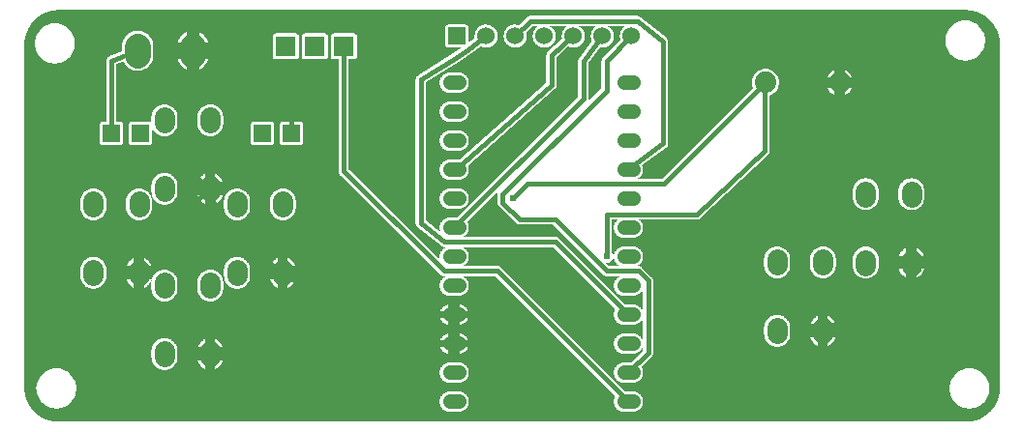
<source format=gbl>
G04 ---------------------------- Layer name :BOTTOM LAYER*
G04 easyEDA 0.1*
G04 Scale: 100 percent, Rotated: No, Reflected: No *
G04 Dimensions in inches *
G04 leading zeros omitted , absolute positions ,2 integer and 4 * 
%FSLAX24Y24*%
%MOIN*%
G90*
G70D02*

%ADD11C,0.015000*%
%ADD12C,0.024000*%
%ADD13C,0.024400*%
%ADD14R,0.060000X0.060000*%
%ADD15C,0.060000*%
%ADD17R,0.070000X0.070000*%
%ADD18C,0.074000*%
%ADD20C,0.070000*%
%ADD21C,0.050000*%
%ADD22C,0.088582*%

%LPD*%
G36*
G01X1161Y-50D02*
G01X1140Y-49D01*
G01X1099Y-47D01*
G01X1058Y-43D01*
G01X1037Y-41D01*
G01X1017Y-38D01*
G01X996Y-35D01*
G01X976Y-32D01*
G01X956Y-28D01*
G01X936Y-24D01*
G01X916Y-19D01*
G01X876Y-9D01*
G01X856Y-4D01*
G01X836Y1D01*
G01X816Y7D01*
G01X777Y21D01*
G01X758Y28D01*
G01X739Y36D01*
G01X719Y43D01*
G01X701Y52D01*
G01X682Y60D01*
G01X663Y69D01*
G01X608Y97D01*
G01X591Y108D01*
G01X573Y118D01*
G01X555Y129D01*
G01X521Y151D01*
G01X504Y163D01*
G01X487Y175D01*
G01X470Y187D01*
G01X454Y200D01*
G01X438Y213D01*
G01X422Y226D01*
G01X406Y239D01*
G01X391Y253D01*
G01X361Y281D01*
G01X346Y296D01*
G01X332Y310D01*
G01X317Y325D01*
G01X303Y340D01*
G01X290Y356D01*
G01X276Y371D01*
G01X238Y419D01*
G01X213Y453D01*
G01X202Y470D01*
G01X180Y505D01*
G01X158Y540D01*
G01X148Y558D01*
G01X138Y576D01*
G01X119Y613D01*
G01X111Y631D01*
G01X94Y669D01*
G01X86Y688D01*
G01X78Y707D01*
G01X71Y727D01*
G01X58Y766D01*
G01X52Y785D01*
G01X46Y805D01*
G01X40Y825D01*
G01X30Y865D01*
G01X26Y885D01*
G01X22Y905D01*
G01X18Y926D01*
G01X15Y946D01*
G01X9Y987D01*
G01X5Y1028D01*
G01X3Y1048D01*
G01X2Y1069D01*
G01X1Y1090D01*
G01X0Y1110D01*
G01X0Y12990D01*
G01X1Y13010D01*
G01X2Y13031D01*
G01X3Y13052D01*
G01X5Y13072D01*
G01X9Y13113D01*
G01X15Y13154D01*
G01X18Y13174D01*
G01X22Y13194D01*
G01X26Y13215D01*
G01X30Y13234D01*
G01X40Y13275D01*
G01X46Y13294D01*
G01X52Y13315D01*
G01X58Y13334D01*
G01X71Y13373D01*
G01X78Y13392D01*
G01X86Y13412D01*
G01X94Y13431D01*
G01X111Y13468D01*
G01X119Y13487D01*
G01X138Y13523D01*
G01X148Y13542D01*
G01X158Y13559D01*
G01X180Y13595D01*
G01X202Y13630D01*
G01X213Y13647D01*
G01X238Y13680D01*
G01X276Y13728D01*
G01X290Y13744D01*
G01X303Y13759D01*
G01X317Y13775D01*
G01X332Y13790D01*
G01X346Y13804D01*
G01X361Y13819D01*
G01X391Y13847D01*
G01X406Y13861D01*
G01X422Y13874D01*
G01X470Y13912D01*
G01X487Y13925D01*
G01X504Y13937D01*
G01X521Y13948D01*
G01X555Y13971D01*
G01X573Y13982D01*
G01X591Y13992D01*
G01X608Y14002D01*
G01X663Y14031D01*
G01X682Y14040D01*
G01X701Y14048D01*
G01X719Y14056D01*
G01X739Y14064D01*
G01X758Y14072D01*
G01X777Y14079D01*
G01X816Y14092D01*
G01X836Y14098D01*
G01X856Y14105D01*
G01X876Y14110D01*
G01X916Y14120D01*
G01X936Y14125D01*
G01X956Y14128D01*
G01X976Y14132D01*
G01X996Y14136D01*
G01X1017Y14139D01*
G01X1037Y14141D01*
G01X1058Y14144D01*
G01X1099Y14147D01*
G01X1140Y14150D01*
G01X1161Y14150D01*
G01X32438Y14150D01*
G01X32458Y14150D01*
G01X32500Y14147D01*
G01X32541Y14144D01*
G01X32561Y14141D01*
G01X32582Y14139D01*
G01X32602Y14136D01*
G01X32622Y14132D01*
G01X32643Y14128D01*
G01X32663Y14125D01*
G01X32683Y14120D01*
G01X32723Y14110D01*
G01X32743Y14105D01*
G01X32763Y14098D01*
G01X32782Y14092D01*
G01X32821Y14079D01*
G01X32841Y14072D01*
G01X32860Y14064D01*
G01X32879Y14056D01*
G01X32898Y14048D01*
G01X32916Y14040D01*
G01X32935Y14031D01*
G01X32953Y14022D01*
G01X32972Y14012D01*
G01X32990Y14002D01*
G01X33008Y13992D01*
G01X33026Y13982D01*
G01X33043Y13971D01*
G01X33078Y13948D01*
G01X33094Y13937D01*
G01X33112Y13925D01*
G01X33128Y13912D01*
G01X33177Y13874D01*
G01X33192Y13861D01*
G01X33208Y13847D01*
G01X33238Y13819D01*
G01X33252Y13805D01*
G01X33281Y13775D01*
G01X33295Y13759D01*
G01X33309Y13744D01*
G01X33322Y13728D01*
G01X33361Y13680D01*
G01X33385Y13647D01*
G01X33397Y13630D01*
G01X33419Y13595D01*
G01X33440Y13559D01*
G01X33450Y13542D01*
G01X33460Y13523D01*
G01X33479Y13487D01*
G01X33488Y13468D01*
G01X33505Y13431D01*
G01X33512Y13412D01*
G01X33520Y13392D01*
G01X33527Y13373D01*
G01X33541Y13334D01*
G01X33547Y13315D01*
G01X33553Y13294D01*
G01X33558Y13275D01*
G01X33568Y13234D01*
G01X33573Y13215D01*
G01X33577Y13194D01*
G01X33581Y13174D01*
G01X33584Y13154D01*
G01X33589Y13113D01*
G01X33592Y13093D01*
G01X33594Y13072D01*
G01X33596Y13052D01*
G01X33597Y13031D01*
G01X33598Y13010D01*
G01X33598Y12990D01*
G01X33598Y1110D01*
G01X33598Y1090D01*
G01X33597Y1069D01*
G01X33596Y1048D01*
G01X33594Y1028D01*
G01X33589Y987D01*
G01X33584Y946D01*
G01X33581Y926D01*
G01X33577Y905D01*
G01X33573Y885D01*
G01X33568Y865D01*
G01X33558Y825D01*
G01X33553Y805D01*
G01X33547Y785D01*
G01X33541Y766D01*
G01X33527Y727D01*
G01X33520Y707D01*
G01X33512Y688D01*
G01X33505Y669D01*
G01X33488Y631D01*
G01X33479Y613D01*
G01X33460Y576D01*
G01X33450Y558D01*
G01X33440Y540D01*
G01X33419Y505D01*
G01X33397Y470D01*
G01X33385Y453D01*
G01X33361Y419D01*
G01X33322Y371D01*
G01X33309Y356D01*
G01X33295Y340D01*
G01X33281Y325D01*
G01X33267Y310D01*
G01X33252Y296D01*
G01X33238Y281D01*
G01X33208Y253D01*
G01X33192Y239D01*
G01X33177Y226D01*
G01X33161Y213D01*
G01X33144Y200D01*
G01X33128Y187D01*
G01X33095Y163D01*
G01X33078Y151D01*
G01X33043Y129D01*
G01X33026Y118D01*
G01X33008Y108D01*
G01X32990Y97D01*
G01X32935Y69D01*
G01X32917Y60D01*
G01X32879Y43D01*
G01X32860Y36D01*
G01X32841Y28D01*
G01X32821Y21D01*
G01X32782Y7D01*
G01X32763Y1D01*
G01X32743Y-4D01*
G01X32723Y-9D01*
G01X32683Y-19D01*
G01X32663Y-24D01*
G01X32643Y-28D01*
G01X32622Y-32D01*
G01X32602Y-35D01*
G01X32582Y-38D01*
G01X32561Y-41D01*
G01X32541Y-43D01*
G01X32500Y-47D01*
G01X32458Y-49D01*
G01X32438Y-50D01*
G01X1161Y-50D01*
G37*

%LPC*%
G36*
G01X5277Y13044D02*
G01X5578Y13044D01*
G01X5578Y13392D01*
G01X5534Y13371D01*
G01X5522Y13363D01*
G01X5467Y13326D01*
G01X5455Y13317D01*
G01X5407Y13272D01*
G01X5397Y13261D01*
G01X5356Y13209D01*
G01X5347Y13196D01*
G01X5314Y13139D01*
G01X5308Y13126D01*
G01X5283Y13065D01*
G01X5278Y13050D01*
G01X5277Y13044D01*
G37*
G36*
G01X1059Y411D02*
G01X1140Y411D01*
G01X1219Y420D01*
G01X1297Y438D01*
G01X1373Y466D01*
G01X1444Y502D01*
G01X1512Y546D01*
G01X1573Y598D01*
G01X1628Y656D01*
G01X1676Y721D01*
G01X1716Y790D01*
G01X1748Y863D01*
G01X1771Y941D01*
G01X1785Y1019D01*
G01X1790Y1100D01*
G01X1785Y1180D01*
G01X1771Y1258D01*
G01X1748Y1336D01*
G01X1716Y1409D01*
G01X1676Y1478D01*
G01X1628Y1543D01*
G01X1573Y1601D01*
G01X1512Y1653D01*
G01X1444Y1697D01*
G01X1373Y1733D01*
G01X1297Y1761D01*
G01X1219Y1779D01*
G01X1140Y1788D01*
G01X1059Y1788D01*
G01X980Y1779D01*
G01X902Y1761D01*
G01X826Y1733D01*
G01X755Y1697D01*
G01X687Y1653D01*
G01X626Y1601D01*
G01X571Y1543D01*
G01X523Y1478D01*
G01X483Y1409D01*
G01X451Y1336D01*
G01X428Y1258D01*
G01X414Y1180D01*
G01X409Y1100D01*
G01X414Y1019D01*
G01X428Y941D01*
G01X451Y863D01*
G01X483Y790D01*
G01X523Y721D01*
G01X571Y656D01*
G01X626Y598D01*
G01X687Y546D01*
G01X755Y502D01*
G01X826Y466D01*
G01X902Y438D01*
G01X980Y420D01*
G01X1059Y411D01*
G37*
G36*
G01X32510Y411D02*
G01X32589Y411D01*
G01X32669Y420D01*
G01X32747Y438D01*
G01X32823Y466D01*
G01X32894Y502D01*
G01X32962Y546D01*
G01X33023Y598D01*
G01X33078Y656D01*
G01X33126Y721D01*
G01X33166Y790D01*
G01X33198Y863D01*
G01X33221Y941D01*
G01X33235Y1019D01*
G01X33239Y1100D01*
G01X33235Y1180D01*
G01X33221Y1258D01*
G01X33198Y1336D01*
G01X33166Y1409D01*
G01X33126Y1478D01*
G01X33078Y1543D01*
G01X33023Y1601D01*
G01X32962Y1653D01*
G01X32894Y1697D01*
G01X32823Y1733D01*
G01X32747Y1761D01*
G01X32669Y1779D01*
G01X32589Y1788D01*
G01X32510Y1788D01*
G01X32430Y1779D01*
G01X32352Y1761D01*
G01X32276Y1733D01*
G01X32205Y1697D01*
G01X32137Y1653D01*
G01X32076Y1601D01*
G01X32021Y1543D01*
G01X31973Y1478D01*
G01X31933Y1409D01*
G01X31901Y1336D01*
G01X31878Y1258D01*
G01X31864Y1180D01*
G01X31860Y1100D01*
G01X31864Y1019D01*
G01X31878Y941D01*
G01X31901Y863D01*
G01X31933Y790D01*
G01X31973Y721D01*
G01X32021Y656D01*
G01X32076Y598D01*
G01X32137Y546D01*
G01X32205Y502D01*
G01X32276Y466D01*
G01X32352Y438D01*
G01X32430Y420D01*
G01X32510Y411D01*
G37*
G36*
G01X14650Y1300D02*
G01X14950Y1300D01*
G01X14960Y1300D01*
G01X15012Y1306D01*
G01X15017Y1306D01*
G01X15021Y1307D01*
G01X15025Y1308D01*
G01X15029Y1309D01*
G01X15033Y1310D01*
G01X15082Y1326D01*
G01X15086Y1327D01*
G01X15090Y1329D01*
G01X15093Y1331D01*
G01X15097Y1332D01*
G01X15101Y1334D01*
G01X15147Y1361D01*
G01X15150Y1363D01*
G01X15154Y1365D01*
G01X15164Y1373D01*
G01X15202Y1408D01*
G01X15211Y1417D01*
G01X15213Y1420D01*
G01X15216Y1423D01*
G01X15247Y1465D01*
G01X15249Y1469D01*
G01X15252Y1472D01*
G01X15254Y1476D01*
G01X15256Y1480D01*
G01X15258Y1484D01*
G01X15279Y1532D01*
G01X15280Y1536D01*
G01X15282Y1540D01*
G01X15285Y1551D01*
G01X15296Y1602D01*
G01X15297Y1606D01*
G01X15298Y1611D01*
G01X15298Y1615D01*
G01X15298Y1619D01*
G01X15298Y1680D01*
G01X15298Y1684D01*
G01X15298Y1688D01*
G01X15297Y1693D01*
G01X15296Y1697D01*
G01X15285Y1748D01*
G01X15282Y1759D01*
G01X15280Y1763D01*
G01X15279Y1767D01*
G01X15258Y1815D01*
G01X15256Y1819D01*
G01X15254Y1823D01*
G01X15252Y1827D01*
G01X15249Y1830D01*
G01X15247Y1834D01*
G01X15216Y1876D01*
G01X15213Y1879D01*
G01X15211Y1882D01*
G01X15202Y1891D01*
G01X15164Y1926D01*
G01X15154Y1934D01*
G01X15150Y1936D01*
G01X15147Y1938D01*
G01X15101Y1965D01*
G01X15097Y1967D01*
G01X15093Y1968D01*
G01X15090Y1970D01*
G01X15086Y1972D01*
G01X15082Y1973D01*
G01X15033Y1989D01*
G01X15029Y1990D01*
G01X15025Y1991D01*
G01X15021Y1992D01*
G01X15017Y1993D01*
G01X15012Y1993D01*
G01X14960Y1999D01*
G01X14950Y2000D01*
G01X14650Y2000D01*
G01X14639Y1999D01*
G01X14587Y1993D01*
G01X14582Y1993D01*
G01X14578Y1992D01*
G01X14575Y1991D01*
G01X14570Y1990D01*
G01X14566Y1989D01*
G01X14517Y1973D01*
G01X14513Y1972D01*
G01X14509Y1970D01*
G01X14506Y1968D01*
G01X14502Y1967D01*
G01X14498Y1965D01*
G01X14452Y1938D01*
G01X14449Y1936D01*
G01X14445Y1934D01*
G01X14435Y1926D01*
G01X14397Y1891D01*
G01X14388Y1882D01*
G01X14386Y1879D01*
G01X14383Y1876D01*
G01X14352Y1834D01*
G01X14350Y1830D01*
G01X14347Y1827D01*
G01X14345Y1823D01*
G01X14343Y1819D01*
G01X14341Y1815D01*
G01X14320Y1767D01*
G01X14319Y1763D01*
G01X14317Y1759D01*
G01X14314Y1748D01*
G01X14303Y1697D01*
G01X14302Y1693D01*
G01X14301Y1688D01*
G01X14301Y1684D01*
G01X14301Y1680D01*
G01X14301Y1619D01*
G01X14301Y1615D01*
G01X14301Y1611D01*
G01X14302Y1606D01*
G01X14303Y1602D01*
G01X14314Y1551D01*
G01X14317Y1540D01*
G01X14319Y1536D01*
G01X14320Y1532D01*
G01X14341Y1484D01*
G01X14343Y1480D01*
G01X14345Y1476D01*
G01X14347Y1472D01*
G01X14350Y1469D01*
G01X14352Y1465D01*
G01X14383Y1423D01*
G01X14386Y1420D01*
G01X14388Y1417D01*
G01X14397Y1408D01*
G01X14435Y1373D01*
G01X14445Y1365D01*
G01X14449Y1363D01*
G01X14452Y1361D01*
G01X14498Y1334D01*
G01X14502Y1332D01*
G01X14506Y1331D01*
G01X14509Y1329D01*
G01X14513Y1327D01*
G01X14517Y1326D01*
G01X14566Y1310D01*
G01X14570Y1309D01*
G01X14575Y1308D01*
G01X14578Y1307D01*
G01X14582Y1306D01*
G01X14587Y1306D01*
G01X14639Y1300D01*
G01X14650Y1300D01*
G37*
G36*
G01X4819Y1738D02*
G01X4830Y1738D01*
G01X4833Y1738D01*
G01X4894Y1744D01*
G01X4911Y1747D01*
G01X4969Y1762D01*
G01X4986Y1768D01*
G01X5041Y1793D01*
G01X5048Y1797D01*
G01X5051Y1799D01*
G01X5054Y1801D01*
G01X5057Y1803D01*
G01X5107Y1838D01*
G01X5109Y1840D01*
G01X5118Y1846D01*
G01X5120Y1849D01*
G01X5163Y1892D01*
G01X5166Y1894D01*
G01X5173Y1903D01*
G01X5175Y1906D01*
G01X5209Y1956D01*
G01X5212Y1958D01*
G01X5213Y1962D01*
G01X5216Y1965D01*
G01X5219Y1971D01*
G01X5244Y2027D01*
G01X5250Y2043D01*
G01X5266Y2102D01*
G01X5268Y2118D01*
G01X5274Y2179D01*
G01X5275Y2188D01*
G01X5275Y2388D01*
G01X5274Y2397D01*
G01X5268Y2457D01*
G01X5266Y2474D01*
G01X5250Y2533D01*
G01X5244Y2549D01*
G01X5219Y2605D01*
G01X5216Y2611D01*
G01X5213Y2614D01*
G01X5212Y2617D01*
G01X5209Y2620D01*
G01X5175Y2670D01*
G01X5173Y2673D01*
G01X5166Y2681D01*
G01X5163Y2683D01*
G01X5120Y2727D01*
G01X5118Y2730D01*
G01X5109Y2736D01*
G01X5107Y2738D01*
G01X5057Y2773D01*
G01X5054Y2775D01*
G01X5051Y2777D01*
G01X5048Y2779D01*
G01X5041Y2782D01*
G01X4986Y2808D01*
G01X4969Y2813D01*
G01X4911Y2829D01*
G01X4894Y2832D01*
G01X4833Y2837D01*
G01X4830Y2838D01*
G01X4819Y2838D01*
G01X4816Y2837D01*
G01X4755Y2832D01*
G01X4738Y2829D01*
G01X4680Y2813D01*
G01X4663Y2808D01*
G01X4608Y2782D01*
G01X4601Y2779D01*
G01X4598Y2777D01*
G01X4595Y2775D01*
G01X4592Y2773D01*
G01X4542Y2738D01*
G01X4540Y2736D01*
G01X4531Y2730D01*
G01X4529Y2727D01*
G01X4486Y2683D01*
G01X4483Y2681D01*
G01X4476Y2673D01*
G01X4475Y2670D01*
G01X4440Y2620D01*
G01X4437Y2617D01*
G01X4436Y2614D01*
G01X4433Y2611D01*
G01X4430Y2605D01*
G01X4405Y2549D01*
G01X4399Y2533D01*
G01X4383Y2474D01*
G01X4381Y2457D01*
G01X4375Y2397D01*
G01X4375Y2388D01*
G01X4375Y2188D01*
G01X4375Y2179D01*
G01X4381Y2118D01*
G01X4383Y2102D01*
G01X4399Y2043D01*
G01X4405Y2027D01*
G01X4430Y1971D01*
G01X4433Y1965D01*
G01X4436Y1962D01*
G01X4437Y1958D01*
G01X4440Y1956D01*
G01X4475Y1906D01*
G01X4476Y1903D01*
G01X4483Y1894D01*
G01X4486Y1892D01*
G01X4529Y1849D01*
G01X4531Y1846D01*
G01X4540Y1840D01*
G01X4542Y1838D01*
G01X4592Y1803D01*
G01X4595Y1801D01*
G01X4598Y1799D01*
G01X4601Y1797D01*
G01X4608Y1793D01*
G01X4663Y1768D01*
G01X4680Y1762D01*
G01X4738Y1747D01*
G01X4755Y1744D01*
G01X4816Y1738D01*
G01X4819Y1738D01*
G37*
G36*
G01X6575Y1774D02*
G01X6616Y1793D01*
G01X6623Y1797D01*
G01X6626Y1799D01*
G01X6629Y1801D01*
G01X6632Y1803D01*
G01X6682Y1838D01*
G01X6684Y1840D01*
G01X6693Y1846D01*
G01X6695Y1849D01*
G01X6738Y1892D01*
G01X6741Y1894D01*
G01X6748Y1903D01*
G01X6750Y1906D01*
G01X6784Y1956D01*
G01X6787Y1958D01*
G01X6788Y1962D01*
G01X6791Y1965D01*
G01X6794Y1971D01*
G01X6819Y2027D01*
G01X6825Y2043D01*
G01X6831Y2063D01*
G01X6575Y2063D01*
G01X6575Y1774D01*
G37*
G36*
G01X6225Y1774D02*
G01X6225Y2063D01*
G01X5968Y2063D01*
G01X5974Y2043D01*
G01X5980Y2027D01*
G01X6005Y1971D01*
G01X6008Y1965D01*
G01X6011Y1962D01*
G01X6012Y1958D01*
G01X6015Y1956D01*
G01X6050Y1906D01*
G01X6051Y1903D01*
G01X6058Y1894D01*
G01X6061Y1892D01*
G01X6104Y1849D01*
G01X6106Y1846D01*
G01X6115Y1840D01*
G01X6117Y1838D01*
G01X6167Y1803D01*
G01X6170Y1801D01*
G01X6173Y1799D01*
G01X6176Y1797D01*
G01X6183Y1793D01*
G01X6225Y1774D01*
G37*
G36*
G01X20650Y2300D02*
G01X20950Y2300D01*
G01X20960Y2300D01*
G01X21012Y2306D01*
G01X21017Y2306D01*
G01X21021Y2307D01*
G01X21025Y2308D01*
G01X21029Y2309D01*
G01X21033Y2310D01*
G01X21082Y2326D01*
G01X21086Y2327D01*
G01X21090Y2329D01*
G01X21093Y2331D01*
G01X21097Y2332D01*
G01X21101Y2334D01*
G01X21147Y2361D01*
G01X21150Y2363D01*
G01X21154Y2365D01*
G01X21164Y2373D01*
G01X21202Y2408D01*
G01X21211Y2417D01*
G01X21213Y2420D01*
G01X21216Y2423D01*
G01X21247Y2465D01*
G01X21249Y2469D01*
G01X21252Y2472D01*
G01X21254Y2476D01*
G01X21256Y2480D01*
G01X21258Y2484D01*
G01X21279Y2532D01*
G01X21280Y2536D01*
G01X21282Y2540D01*
G01X21285Y2551D01*
G01X21296Y2602D01*
G01X21297Y2606D01*
G01X21298Y2611D01*
G01X21298Y2615D01*
G01X21298Y2619D01*
G01X21298Y2680D01*
G01X21298Y2684D01*
G01X21298Y2688D01*
G01X21297Y2693D01*
G01X21296Y2697D01*
G01X21285Y2748D01*
G01X21282Y2759D01*
G01X21280Y2763D01*
G01X21279Y2767D01*
G01X21258Y2815D01*
G01X21256Y2819D01*
G01X21254Y2823D01*
G01X21252Y2827D01*
G01X21249Y2830D01*
G01X21247Y2834D01*
G01X21216Y2876D01*
G01X21213Y2879D01*
G01X21211Y2882D01*
G01X21202Y2891D01*
G01X21164Y2926D01*
G01X21154Y2934D01*
G01X21150Y2936D01*
G01X21147Y2938D01*
G01X21101Y2965D01*
G01X21097Y2967D01*
G01X21093Y2968D01*
G01X21090Y2970D01*
G01X21086Y2972D01*
G01X21082Y2973D01*
G01X21033Y2989D01*
G01X21029Y2990D01*
G01X21025Y2991D01*
G01X21021Y2992D01*
G01X21017Y2993D01*
G01X21012Y2993D01*
G01X20960Y2999D01*
G01X20950Y3000D01*
G01X20650Y3000D01*
G01X20639Y2999D01*
G01X20587Y2993D01*
G01X20582Y2993D01*
G01X20578Y2992D01*
G01X20575Y2991D01*
G01X20570Y2990D01*
G01X20566Y2989D01*
G01X20517Y2973D01*
G01X20513Y2972D01*
G01X20509Y2970D01*
G01X20506Y2968D01*
G01X20502Y2967D01*
G01X20498Y2965D01*
G01X20452Y2938D01*
G01X20449Y2936D01*
G01X20445Y2934D01*
G01X20435Y2926D01*
G01X20397Y2891D01*
G01X20388Y2882D01*
G01X20386Y2879D01*
G01X20383Y2876D01*
G01X20352Y2834D01*
G01X20350Y2830D01*
G01X20347Y2827D01*
G01X20345Y2823D01*
G01X20343Y2819D01*
G01X20341Y2815D01*
G01X20320Y2767D01*
G01X20319Y2763D01*
G01X20317Y2759D01*
G01X20314Y2748D01*
G01X20303Y2697D01*
G01X20302Y2693D01*
G01X20301Y2688D01*
G01X20301Y2684D01*
G01X20301Y2680D01*
G01X20301Y2619D01*
G01X20301Y2615D01*
G01X20301Y2611D01*
G01X20302Y2606D01*
G01X20303Y2602D01*
G01X20314Y2551D01*
G01X20317Y2540D01*
G01X20319Y2536D01*
G01X20320Y2532D01*
G01X20341Y2484D01*
G01X20343Y2480D01*
G01X20345Y2476D01*
G01X20347Y2472D01*
G01X20350Y2469D01*
G01X20352Y2465D01*
G01X20383Y2423D01*
G01X20386Y2420D01*
G01X20388Y2417D01*
G01X20397Y2408D01*
G01X20435Y2373D01*
G01X20445Y2365D01*
G01X20449Y2363D01*
G01X20452Y2361D01*
G01X20498Y2334D01*
G01X20502Y2332D01*
G01X20506Y2331D01*
G01X20509Y2329D01*
G01X20513Y2327D01*
G01X20517Y2326D01*
G01X20566Y2310D01*
G01X20570Y2309D01*
G01X20575Y2308D01*
G01X20578Y2307D01*
G01X20582Y2306D01*
G01X20587Y2306D01*
G01X20639Y2300D01*
G01X20650Y2300D01*
G37*
G36*
G01X15000Y2305D02*
G01X15012Y2306D01*
G01X15017Y2306D01*
G01X15021Y2307D01*
G01X15025Y2308D01*
G01X15029Y2309D01*
G01X15033Y2310D01*
G01X15082Y2326D01*
G01X15086Y2327D01*
G01X15090Y2329D01*
G01X15093Y2331D01*
G01X15097Y2332D01*
G01X15101Y2334D01*
G01X15147Y2361D01*
G01X15150Y2363D01*
G01X15154Y2365D01*
G01X15164Y2373D01*
G01X15202Y2408D01*
G01X15211Y2417D01*
G01X15213Y2420D01*
G01X15216Y2423D01*
G01X15247Y2465D01*
G01X15249Y2469D01*
G01X15252Y2472D01*
G01X15254Y2476D01*
G01X15256Y2480D01*
G01X15258Y2484D01*
G01X15276Y2525D01*
G01X15000Y2525D01*
G01X15000Y2305D01*
G37*
G36*
G01X14600Y2305D02*
G01X14600Y2525D01*
G01X14323Y2525D01*
G01X14341Y2484D01*
G01X14343Y2480D01*
G01X14345Y2476D01*
G01X14347Y2472D01*
G01X14350Y2469D01*
G01X14352Y2465D01*
G01X14383Y2423D01*
G01X14386Y2420D01*
G01X14388Y2417D01*
G01X14397Y2408D01*
G01X14435Y2373D01*
G01X14445Y2365D01*
G01X14449Y2363D01*
G01X14452Y2361D01*
G01X14498Y2334D01*
G01X14502Y2332D01*
G01X14506Y2331D01*
G01X14509Y2329D01*
G01X14513Y2327D01*
G01X14517Y2326D01*
G01X14566Y2310D01*
G01X14570Y2309D01*
G01X14575Y2308D01*
G01X14578Y2307D01*
G01X14582Y2306D01*
G01X14587Y2306D01*
G01X14600Y2305D01*
G37*
G36*
G01X6575Y2513D02*
G01X6831Y2513D01*
G01X6825Y2533D01*
G01X6819Y2549D01*
G01X6794Y2605D01*
G01X6791Y2611D01*
G01X6788Y2614D01*
G01X6787Y2617D01*
G01X6784Y2620D01*
G01X6750Y2670D01*
G01X6748Y2673D01*
G01X6741Y2681D01*
G01X6738Y2683D01*
G01X6695Y2727D01*
G01X6693Y2730D01*
G01X6684Y2736D01*
G01X6682Y2738D01*
G01X6632Y2773D01*
G01X6629Y2775D01*
G01X6626Y2777D01*
G01X6623Y2779D01*
G01X6616Y2782D01*
G01X6575Y2801D01*
G01X6575Y2513D01*
G37*
G36*
G01X5968Y2513D02*
G01X6225Y2513D01*
G01X6225Y2801D01*
G01X6183Y2782D01*
G01X6176Y2779D01*
G01X6173Y2777D01*
G01X6170Y2775D01*
G01X6167Y2773D01*
G01X6117Y2738D01*
G01X6115Y2736D01*
G01X6106Y2730D01*
G01X6104Y2727D01*
G01X6061Y2683D01*
G01X6058Y2681D01*
G01X6051Y2673D01*
G01X6050Y2670D01*
G01X6015Y2620D01*
G01X6012Y2617D01*
G01X6011Y2614D01*
G01X6008Y2611D01*
G01X6005Y2605D01*
G01X5980Y2549D01*
G01X5974Y2533D01*
G01X5968Y2513D01*
G37*
G36*
G01X25919Y2538D02*
G01X25930Y2538D01*
G01X25933Y2538D01*
G01X25994Y2544D01*
G01X26011Y2547D01*
G01X26069Y2562D01*
G01X26086Y2568D01*
G01X26141Y2593D01*
G01X26148Y2597D01*
G01X26151Y2599D01*
G01X26154Y2601D01*
G01X26157Y2603D01*
G01X26207Y2638D01*
G01X26209Y2640D01*
G01X26218Y2646D01*
G01X26220Y2649D01*
G01X26263Y2692D01*
G01X26266Y2694D01*
G01X26273Y2703D01*
G01X26275Y2706D01*
G01X26309Y2756D01*
G01X26312Y2758D01*
G01X26313Y2762D01*
G01X26316Y2765D01*
G01X26319Y2771D01*
G01X26344Y2827D01*
G01X26350Y2843D01*
G01X26366Y2902D01*
G01X26368Y2918D01*
G01X26374Y2979D01*
G01X26375Y2988D01*
G01X26375Y3188D01*
G01X26374Y3197D01*
G01X26368Y3257D01*
G01X26366Y3274D01*
G01X26350Y3333D01*
G01X26344Y3349D01*
G01X26319Y3405D01*
G01X26316Y3411D01*
G01X26313Y3414D01*
G01X26312Y3417D01*
G01X26309Y3420D01*
G01X26275Y3470D01*
G01X26273Y3473D01*
G01X26266Y3481D01*
G01X26263Y3483D01*
G01X26220Y3527D01*
G01X26218Y3530D01*
G01X26209Y3536D01*
G01X26207Y3538D01*
G01X26157Y3573D01*
G01X26154Y3575D01*
G01X26151Y3577D01*
G01X26148Y3579D01*
G01X26141Y3582D01*
G01X26086Y3608D01*
G01X26069Y3613D01*
G01X26011Y3629D01*
G01X25994Y3632D01*
G01X25933Y3637D01*
G01X25930Y3638D01*
G01X25919Y3638D01*
G01X25916Y3637D01*
G01X25855Y3632D01*
G01X25838Y3629D01*
G01X25780Y3613D01*
G01X25763Y3608D01*
G01X25708Y3582D01*
G01X25701Y3579D01*
G01X25698Y3577D01*
G01X25695Y3575D01*
G01X25692Y3573D01*
G01X25642Y3538D01*
G01X25640Y3536D01*
G01X25631Y3530D01*
G01X25629Y3527D01*
G01X25586Y3483D01*
G01X25583Y3481D01*
G01X25576Y3473D01*
G01X25575Y3470D01*
G01X25540Y3420D01*
G01X25537Y3417D01*
G01X25536Y3414D01*
G01X25533Y3411D01*
G01X25530Y3405D01*
G01X25505Y3349D01*
G01X25499Y3333D01*
G01X25483Y3274D01*
G01X25481Y3257D01*
G01X25475Y3197D01*
G01X25475Y3188D01*
G01X25475Y2988D01*
G01X25475Y2979D01*
G01X25481Y2918D01*
G01X25483Y2902D01*
G01X25499Y2843D01*
G01X25505Y2827D01*
G01X25530Y2771D01*
G01X25533Y2765D01*
G01X25536Y2762D01*
G01X25537Y2758D01*
G01X25540Y2756D01*
G01X25575Y2706D01*
G01X25576Y2703D01*
G01X25583Y2694D01*
G01X25586Y2692D01*
G01X25629Y2649D01*
G01X25631Y2646D01*
G01X25640Y2640D01*
G01X25642Y2638D01*
G01X25692Y2603D01*
G01X25695Y2601D01*
G01X25698Y2599D01*
G01X25701Y2597D01*
G01X25708Y2593D01*
G01X25763Y2568D01*
G01X25780Y2562D01*
G01X25838Y2547D01*
G01X25855Y2544D01*
G01X25916Y2538D01*
G01X25919Y2538D01*
G37*
G36*
G01X27675Y2574D02*
G01X27716Y2593D01*
G01X27723Y2597D01*
G01X27726Y2599D01*
G01X27729Y2601D01*
G01X27732Y2603D01*
G01X27782Y2638D01*
G01X27785Y2640D01*
G01X27793Y2646D01*
G01X27795Y2649D01*
G01X27838Y2692D01*
G01X27841Y2694D01*
G01X27848Y2703D01*
G01X27850Y2706D01*
G01X27885Y2756D01*
G01X27887Y2758D01*
G01X27888Y2762D01*
G01X27891Y2765D01*
G01X27894Y2771D01*
G01X27919Y2827D01*
G01X27925Y2843D01*
G01X27931Y2863D01*
G01X27675Y2863D01*
G01X27675Y2574D01*
G37*
G36*
G01X27325Y2574D02*
G01X27325Y2863D01*
G01X27068Y2863D01*
G01X27074Y2843D01*
G01X27080Y2827D01*
G01X27105Y2771D01*
G01X27108Y2765D01*
G01X27111Y2762D01*
G01X27112Y2758D01*
G01X27115Y2756D01*
G01X27150Y2706D01*
G01X27151Y2703D01*
G01X27158Y2694D01*
G01X27161Y2692D01*
G01X27204Y2649D01*
G01X27206Y2646D01*
G01X27215Y2640D01*
G01X27217Y2638D01*
G01X27267Y2603D01*
G01X27270Y2601D01*
G01X27273Y2599D01*
G01X27276Y2597D01*
G01X27283Y2593D01*
G01X27325Y2574D01*
G37*
G36*
G01X15000Y2775D02*
G01X15276Y2775D01*
G01X15258Y2815D01*
G01X15256Y2819D01*
G01X15254Y2823D01*
G01X15252Y2827D01*
G01X15249Y2830D01*
G01X15247Y2834D01*
G01X15216Y2876D01*
G01X15213Y2879D01*
G01X15211Y2882D01*
G01X15202Y2891D01*
G01X15164Y2926D01*
G01X15154Y2934D01*
G01X15150Y2936D01*
G01X15147Y2938D01*
G01X15101Y2965D01*
G01X15097Y2967D01*
G01X15093Y2968D01*
G01X15090Y2970D01*
G01X15086Y2972D01*
G01X15082Y2973D01*
G01X15033Y2989D01*
G01X15029Y2990D01*
G01X15025Y2991D01*
G01X15021Y2992D01*
G01X15017Y2993D01*
G01X15012Y2993D01*
G01X15000Y2994D01*
G01X15000Y2775D01*
G37*
G36*
G01X14323Y2775D02*
G01X14600Y2775D01*
G01X14600Y2994D01*
G01X14587Y2993D01*
G01X14582Y2993D01*
G01X14578Y2992D01*
G01X14575Y2991D01*
G01X14570Y2990D01*
G01X14566Y2989D01*
G01X14517Y2973D01*
G01X14513Y2972D01*
G01X14509Y2970D01*
G01X14506Y2968D01*
G01X14502Y2967D01*
G01X14498Y2965D01*
G01X14452Y2938D01*
G01X14449Y2936D01*
G01X14445Y2934D01*
G01X14435Y2926D01*
G01X14397Y2891D01*
G01X14388Y2882D01*
G01X14386Y2879D01*
G01X14383Y2876D01*
G01X14352Y2834D01*
G01X14350Y2830D01*
G01X14347Y2827D01*
G01X14345Y2823D01*
G01X14343Y2819D01*
G01X14341Y2815D01*
G01X14323Y2775D01*
G37*
G36*
G01X15000Y3305D02*
G01X15012Y3306D01*
G01X15017Y3306D01*
G01X15021Y3307D01*
G01X15025Y3308D01*
G01X15029Y3309D01*
G01X15033Y3310D01*
G01X15082Y3326D01*
G01X15086Y3327D01*
G01X15090Y3329D01*
G01X15093Y3331D01*
G01X15097Y3332D01*
G01X15101Y3334D01*
G01X15147Y3361D01*
G01X15150Y3363D01*
G01X15154Y3365D01*
G01X15164Y3373D01*
G01X15202Y3408D01*
G01X15211Y3417D01*
G01X15213Y3420D01*
G01X15216Y3423D01*
G01X15247Y3465D01*
G01X15249Y3469D01*
G01X15252Y3472D01*
G01X15254Y3476D01*
G01X15256Y3480D01*
G01X15258Y3484D01*
G01X15276Y3525D01*
G01X15000Y3525D01*
G01X15000Y3305D01*
G37*
G36*
G01X14600Y3305D02*
G01X14600Y3525D01*
G01X14323Y3525D01*
G01X14341Y3484D01*
G01X14343Y3480D01*
G01X14345Y3476D01*
G01X14347Y3472D01*
G01X14350Y3469D01*
G01X14352Y3465D01*
G01X14383Y3423D01*
G01X14386Y3420D01*
G01X14388Y3417D01*
G01X14397Y3408D01*
G01X14435Y3373D01*
G01X14445Y3365D01*
G01X14449Y3363D01*
G01X14452Y3361D01*
G01X14498Y3334D01*
G01X14502Y3332D01*
G01X14506Y3331D01*
G01X14509Y3329D01*
G01X14513Y3327D01*
G01X14517Y3326D01*
G01X14566Y3310D01*
G01X14570Y3309D01*
G01X14575Y3308D01*
G01X14578Y3307D01*
G01X14582Y3306D01*
G01X14587Y3306D01*
G01X14600Y3305D01*
G37*
G36*
G01X27675Y3313D02*
G01X27931Y3313D01*
G01X27925Y3333D01*
G01X27919Y3349D01*
G01X27894Y3405D01*
G01X27891Y3411D01*
G01X27888Y3414D01*
G01X27887Y3417D01*
G01X27885Y3420D01*
G01X27850Y3470D01*
G01X27848Y3473D01*
G01X27841Y3481D01*
G01X27838Y3483D01*
G01X27795Y3527D01*
G01X27793Y3530D01*
G01X27785Y3536D01*
G01X27782Y3538D01*
G01X27732Y3573D01*
G01X27729Y3575D01*
G01X27726Y3577D01*
G01X27723Y3579D01*
G01X27716Y3582D01*
G01X27675Y3601D01*
G01X27675Y3313D01*
G37*
G36*
G01X27068Y3313D02*
G01X27325Y3313D01*
G01X27325Y3601D01*
G01X27283Y3582D01*
G01X27276Y3579D01*
G01X27273Y3577D01*
G01X27270Y3575D01*
G01X27267Y3573D01*
G01X27217Y3538D01*
G01X27215Y3536D01*
G01X27206Y3530D01*
G01X27204Y3527D01*
G01X27161Y3483D01*
G01X27158Y3481D01*
G01X27151Y3473D01*
G01X27150Y3470D01*
G01X27115Y3420D01*
G01X27112Y3417D01*
G01X27111Y3414D01*
G01X27108Y3411D01*
G01X27105Y3405D01*
G01X27080Y3349D01*
G01X27074Y3333D01*
G01X27068Y3313D01*
G37*
G36*
G01X15000Y3775D02*
G01X15276Y3775D01*
G01X15258Y3815D01*
G01X15256Y3819D01*
G01X15254Y3823D01*
G01X15252Y3827D01*
G01X15249Y3830D01*
G01X15247Y3834D01*
G01X15216Y3876D01*
G01X15213Y3879D01*
G01X15211Y3882D01*
G01X15202Y3891D01*
G01X15164Y3926D01*
G01X15154Y3934D01*
G01X15150Y3936D01*
G01X15147Y3938D01*
G01X15101Y3965D01*
G01X15097Y3967D01*
G01X15093Y3968D01*
G01X15090Y3970D01*
G01X15086Y3972D01*
G01X15082Y3973D01*
G01X15033Y3989D01*
G01X15029Y3990D01*
G01X15025Y3991D01*
G01X15021Y3992D01*
G01X15017Y3993D01*
G01X15012Y3993D01*
G01X15000Y3994D01*
G01X15000Y3775D01*
G37*
G36*
G01X14323Y3775D02*
G01X14600Y3775D01*
G01X14600Y3994D01*
G01X14587Y3993D01*
G01X14582Y3993D01*
G01X14578Y3992D01*
G01X14575Y3991D01*
G01X14570Y3990D01*
G01X14566Y3989D01*
G01X14517Y3973D01*
G01X14513Y3972D01*
G01X14509Y3970D01*
G01X14506Y3968D01*
G01X14502Y3967D01*
G01X14498Y3965D01*
G01X14452Y3938D01*
G01X14449Y3936D01*
G01X14445Y3934D01*
G01X14435Y3926D01*
G01X14397Y3891D01*
G01X14388Y3882D01*
G01X14386Y3879D01*
G01X14383Y3876D01*
G01X14352Y3834D01*
G01X14350Y3830D01*
G01X14347Y3827D01*
G01X14345Y3823D01*
G01X14343Y3819D01*
G01X14341Y3815D01*
G01X14323Y3775D01*
G37*
G36*
G01X4819Y4100D02*
G01X4830Y4100D01*
G01X4833Y4100D01*
G01X4894Y4106D01*
G01X4911Y4108D01*
G01X4969Y4124D01*
G01X4986Y4130D01*
G01X5041Y4155D01*
G01X5048Y4158D01*
G01X5051Y4161D01*
G01X5054Y4162D01*
G01X5057Y4165D01*
G01X5107Y4200D01*
G01X5109Y4201D01*
G01X5118Y4208D01*
G01X5120Y4211D01*
G01X5163Y4254D01*
G01X5166Y4256D01*
G01X5173Y4265D01*
G01X5175Y4267D01*
G01X5209Y4317D01*
G01X5212Y4320D01*
G01X5213Y4323D01*
G01X5216Y4326D01*
G01X5219Y4333D01*
G01X5244Y4388D01*
G01X5250Y4405D01*
G01X5266Y4463D01*
G01X5268Y4480D01*
G01X5274Y4541D01*
G01X5275Y4550D01*
G01X5275Y4750D01*
G01X5274Y4758D01*
G01X5268Y4819D01*
G01X5266Y4836D01*
G01X5250Y4894D01*
G01X5244Y4911D01*
G01X5219Y4966D01*
G01X5216Y4973D01*
G01X5213Y4976D01*
G01X5212Y4979D01*
G01X5209Y4982D01*
G01X5175Y5032D01*
G01X5173Y5034D01*
G01X5166Y5043D01*
G01X5163Y5045D01*
G01X5120Y5088D01*
G01X5118Y5091D01*
G01X5109Y5098D01*
G01X5107Y5100D01*
G01X5057Y5134D01*
G01X5054Y5137D01*
G01X5051Y5138D01*
G01X5048Y5141D01*
G01X5041Y5144D01*
G01X4986Y5169D01*
G01X4969Y5175D01*
G01X4911Y5191D01*
G01X4894Y5193D01*
G01X4833Y5199D01*
G01X4830Y5200D01*
G01X4819Y5200D01*
G01X4816Y5199D01*
G01X4755Y5193D01*
G01X4738Y5191D01*
G01X4680Y5175D01*
G01X4663Y5169D01*
G01X4608Y5144D01*
G01X4601Y5141D01*
G01X4598Y5138D01*
G01X4595Y5137D01*
G01X4592Y5134D01*
G01X4542Y5100D01*
G01X4540Y5098D01*
G01X4531Y5091D01*
G01X4529Y5088D01*
G01X4486Y5045D01*
G01X4483Y5043D01*
G01X4476Y5034D01*
G01X4475Y5032D01*
G01X4440Y4982D01*
G01X4437Y4979D01*
G01X4436Y4976D01*
G01X4433Y4973D01*
G01X4430Y4966D01*
G01X4405Y4911D01*
G01X4399Y4894D01*
G01X4383Y4836D01*
G01X4381Y4819D01*
G01X4375Y4758D01*
G01X4375Y4750D01*
G01X4375Y4550D01*
G01X4375Y4541D01*
G01X4381Y4480D01*
G01X4383Y4463D01*
G01X4399Y4405D01*
G01X4405Y4388D01*
G01X4430Y4333D01*
G01X4433Y4326D01*
G01X4436Y4323D01*
G01X4437Y4320D01*
G01X4440Y4317D01*
G01X4475Y4267D01*
G01X4476Y4265D01*
G01X4483Y4256D01*
G01X4486Y4254D01*
G01X4529Y4211D01*
G01X4531Y4208D01*
G01X4540Y4201D01*
G01X4542Y4200D01*
G01X4592Y4165D01*
G01X4595Y4162D01*
G01X4598Y4161D01*
G01X4601Y4158D01*
G01X4608Y4155D01*
G01X4663Y4130D01*
G01X4680Y4124D01*
G01X4738Y4108D01*
G01X4755Y4106D01*
G01X4816Y4100D01*
G01X4819Y4100D01*
G37*
G36*
G01X6394Y4100D02*
G01X6405Y4100D01*
G01X6408Y4100D01*
G01X6469Y4106D01*
G01X6486Y4108D01*
G01X6544Y4124D01*
G01X6561Y4130D01*
G01X6616Y4155D01*
G01X6623Y4158D01*
G01X6626Y4161D01*
G01X6629Y4162D01*
G01X6632Y4165D01*
G01X6682Y4200D01*
G01X6684Y4201D01*
G01X6693Y4208D01*
G01X6695Y4211D01*
G01X6738Y4254D01*
G01X6741Y4256D01*
G01X6748Y4265D01*
G01X6750Y4267D01*
G01X6784Y4317D01*
G01X6787Y4320D01*
G01X6788Y4323D01*
G01X6791Y4326D01*
G01X6794Y4333D01*
G01X6819Y4388D01*
G01X6825Y4405D01*
G01X6841Y4463D01*
G01X6843Y4480D01*
G01X6849Y4541D01*
G01X6850Y4550D01*
G01X6850Y4750D01*
G01X6849Y4758D01*
G01X6843Y4819D01*
G01X6841Y4836D01*
G01X6825Y4894D01*
G01X6819Y4911D01*
G01X6794Y4966D01*
G01X6791Y4973D01*
G01X6788Y4976D01*
G01X6787Y4979D01*
G01X6784Y4982D01*
G01X6750Y5032D01*
G01X6748Y5034D01*
G01X6741Y5043D01*
G01X6738Y5045D01*
G01X6695Y5088D01*
G01X6693Y5091D01*
G01X6684Y5098D01*
G01X6682Y5100D01*
G01X6632Y5134D01*
G01X6629Y5137D01*
G01X6626Y5138D01*
G01X6623Y5141D01*
G01X6616Y5144D01*
G01X6561Y5169D01*
G01X6544Y5175D01*
G01X6486Y5191D01*
G01X6469Y5193D01*
G01X6408Y5199D01*
G01X6405Y5200D01*
G01X6394Y5200D01*
G01X6391Y5199D01*
G01X6330Y5193D01*
G01X6313Y5191D01*
G01X6255Y5175D01*
G01X6238Y5169D01*
G01X6183Y5144D01*
G01X6176Y5141D01*
G01X6173Y5138D01*
G01X6170Y5137D01*
G01X6167Y5134D01*
G01X6117Y5100D01*
G01X6115Y5098D01*
G01X6106Y5091D01*
G01X6104Y5088D01*
G01X6061Y5045D01*
G01X6058Y5043D01*
G01X6051Y5034D01*
G01X6050Y5032D01*
G01X6015Y4982D01*
G01X6012Y4979D01*
G01X6011Y4976D01*
G01X6008Y4973D01*
G01X6005Y4966D01*
G01X5980Y4911D01*
G01X5974Y4894D01*
G01X5958Y4836D01*
G01X5956Y4819D01*
G01X5950Y4758D01*
G01X5950Y4750D01*
G01X5950Y4550D01*
G01X5950Y4541D01*
G01X5956Y4480D01*
G01X5958Y4463D01*
G01X5974Y4405D01*
G01X5980Y4388D01*
G01X6005Y4333D01*
G01X6008Y4326D01*
G01X6011Y4323D01*
G01X6012Y4320D01*
G01X6015Y4317D01*
G01X6050Y4267D01*
G01X6051Y4265D01*
G01X6058Y4256D01*
G01X6061Y4254D01*
G01X6104Y4211D01*
G01X6106Y4208D01*
G01X6115Y4201D01*
G01X6117Y4200D01*
G01X6167Y4165D01*
G01X6170Y4162D01*
G01X6173Y4161D01*
G01X6176Y4158D01*
G01X6183Y4155D01*
G01X6238Y4130D01*
G01X6255Y4124D01*
G01X6313Y4108D01*
G01X6330Y4106D01*
G01X6391Y4100D01*
G01X6394Y4100D01*
G37*
G36*
G01X2369Y4538D02*
G01X2380Y4538D01*
G01X2383Y4538D01*
G01X2444Y4544D01*
G01X2461Y4547D01*
G01X2519Y4562D01*
G01X2536Y4568D01*
G01X2591Y4593D01*
G01X2598Y4597D01*
G01X2601Y4599D01*
G01X2604Y4601D01*
G01X2607Y4603D01*
G01X2657Y4638D01*
G01X2659Y4640D01*
G01X2668Y4646D01*
G01X2670Y4649D01*
G01X2713Y4692D01*
G01X2716Y4694D01*
G01X2723Y4703D01*
G01X2725Y4706D01*
G01X2759Y4756D01*
G01X2762Y4758D01*
G01X2763Y4762D01*
G01X2766Y4765D01*
G01X2769Y4771D01*
G01X2794Y4827D01*
G01X2800Y4843D01*
G01X2816Y4902D01*
G01X2818Y4918D01*
G01X2824Y4979D01*
G01X2825Y4988D01*
G01X2825Y5188D01*
G01X2824Y5197D01*
G01X2818Y5257D01*
G01X2816Y5274D01*
G01X2800Y5333D01*
G01X2794Y5349D01*
G01X2769Y5405D01*
G01X2766Y5411D01*
G01X2763Y5414D01*
G01X2762Y5417D01*
G01X2759Y5420D01*
G01X2725Y5470D01*
G01X2723Y5473D01*
G01X2716Y5481D01*
G01X2713Y5483D01*
G01X2670Y5527D01*
G01X2668Y5530D01*
G01X2659Y5536D01*
G01X2657Y5538D01*
G01X2607Y5573D01*
G01X2604Y5575D01*
G01X2601Y5577D01*
G01X2598Y5579D01*
G01X2591Y5582D01*
G01X2536Y5608D01*
G01X2519Y5613D01*
G01X2461Y5629D01*
G01X2444Y5632D01*
G01X2383Y5637D01*
G01X2380Y5638D01*
G01X2369Y5638D01*
G01X2366Y5637D01*
G01X2305Y5632D01*
G01X2288Y5629D01*
G01X2230Y5613D01*
G01X2213Y5608D01*
G01X2158Y5582D01*
G01X2151Y5579D01*
G01X2148Y5577D01*
G01X2145Y5575D01*
G01X2142Y5573D01*
G01X2092Y5538D01*
G01X2090Y5536D01*
G01X2081Y5530D01*
G01X2079Y5527D01*
G01X2036Y5483D01*
G01X2033Y5481D01*
G01X2026Y5473D01*
G01X2025Y5470D01*
G01X1990Y5420D01*
G01X1987Y5417D01*
G01X1986Y5414D01*
G01X1983Y5411D01*
G01X1980Y5405D01*
G01X1955Y5349D01*
G01X1949Y5333D01*
G01X1933Y5274D01*
G01X1931Y5257D01*
G01X1925Y5197D01*
G01X1925Y5188D01*
G01X1925Y4988D01*
G01X1925Y4979D01*
G01X1931Y4918D01*
G01X1933Y4902D01*
G01X1949Y4843D01*
G01X1955Y4827D01*
G01X1980Y4771D01*
G01X1983Y4765D01*
G01X1986Y4762D01*
G01X1987Y4758D01*
G01X1990Y4756D01*
G01X2025Y4706D01*
G01X2026Y4703D01*
G01X2033Y4694D01*
G01X2036Y4692D01*
G01X2079Y4649D01*
G01X2081Y4646D01*
G01X2090Y4640D01*
G01X2092Y4638D01*
G01X2142Y4603D01*
G01X2145Y4601D01*
G01X2148Y4599D01*
G01X2151Y4597D01*
G01X2158Y4593D01*
G01X2213Y4568D01*
G01X2230Y4562D01*
G01X2288Y4547D01*
G01X2305Y4544D01*
G01X2366Y4538D01*
G01X2369Y4538D01*
G37*
G36*
G01X7319Y4538D02*
G01X7330Y4538D01*
G01X7333Y4538D01*
G01X7394Y4544D01*
G01X7411Y4547D01*
G01X7469Y4562D01*
G01X7486Y4568D01*
G01X7541Y4593D01*
G01X7548Y4597D01*
G01X7551Y4599D01*
G01X7554Y4601D01*
G01X7557Y4603D01*
G01X7607Y4638D01*
G01X7609Y4640D01*
G01X7618Y4646D01*
G01X7620Y4649D01*
G01X7663Y4692D01*
G01X7666Y4694D01*
G01X7673Y4703D01*
G01X7675Y4706D01*
G01X7709Y4756D01*
G01X7712Y4758D01*
G01X7713Y4762D01*
G01X7716Y4765D01*
G01X7719Y4771D01*
G01X7744Y4827D01*
G01X7750Y4843D01*
G01X7766Y4902D01*
G01X7768Y4918D01*
G01X7774Y4979D01*
G01X7775Y4988D01*
G01X7775Y5188D01*
G01X7774Y5197D01*
G01X7768Y5257D01*
G01X7766Y5274D01*
G01X7750Y5333D01*
G01X7744Y5349D01*
G01X7719Y5405D01*
G01X7716Y5411D01*
G01X7713Y5414D01*
G01X7712Y5417D01*
G01X7709Y5420D01*
G01X7675Y5470D01*
G01X7673Y5473D01*
G01X7666Y5481D01*
G01X7663Y5483D01*
G01X7620Y5527D01*
G01X7618Y5530D01*
G01X7609Y5536D01*
G01X7607Y5538D01*
G01X7557Y5573D01*
G01X7554Y5575D01*
G01X7551Y5577D01*
G01X7548Y5579D01*
G01X7541Y5582D01*
G01X7486Y5608D01*
G01X7469Y5613D01*
G01X7411Y5629D01*
G01X7394Y5632D01*
G01X7333Y5637D01*
G01X7330Y5638D01*
G01X7319Y5638D01*
G01X7316Y5637D01*
G01X7255Y5632D01*
G01X7238Y5629D01*
G01X7180Y5613D01*
G01X7163Y5608D01*
G01X7108Y5582D01*
G01X7101Y5579D01*
G01X7098Y5577D01*
G01X7095Y5575D01*
G01X7092Y5573D01*
G01X7042Y5538D01*
G01X7040Y5536D01*
G01X7031Y5530D01*
G01X7029Y5527D01*
G01X6986Y5483D01*
G01X6983Y5481D01*
G01X6976Y5473D01*
G01X6975Y5470D01*
G01X6940Y5420D01*
G01X6937Y5417D01*
G01X6936Y5414D01*
G01X6933Y5411D01*
G01X6930Y5405D01*
G01X6905Y5349D01*
G01X6899Y5333D01*
G01X6883Y5274D01*
G01X6881Y5257D01*
G01X6875Y5197D01*
G01X6875Y5188D01*
G01X6875Y4988D01*
G01X6875Y4979D01*
G01X6881Y4918D01*
G01X6883Y4902D01*
G01X6899Y4843D01*
G01X6905Y4827D01*
G01X6930Y4771D01*
G01X6933Y4765D01*
G01X6936Y4762D01*
G01X6937Y4758D01*
G01X6940Y4756D01*
G01X6975Y4706D01*
G01X6976Y4703D01*
G01X6983Y4694D01*
G01X6986Y4692D01*
G01X7029Y4649D01*
G01X7031Y4646D01*
G01X7040Y4640D01*
G01X7042Y4638D01*
G01X7092Y4603D01*
G01X7095Y4601D01*
G01X7098Y4599D01*
G01X7101Y4597D01*
G01X7108Y4593D01*
G01X7163Y4568D01*
G01X7180Y4562D01*
G01X7238Y4547D01*
G01X7255Y4544D01*
G01X7316Y4538D01*
G01X7319Y4538D01*
G37*
G36*
G01X4125Y4574D02*
G01X4166Y4593D01*
G01X4173Y4597D01*
G01X4176Y4599D01*
G01X4179Y4601D01*
G01X4182Y4603D01*
G01X4232Y4638D01*
G01X4234Y4640D01*
G01X4243Y4646D01*
G01X4245Y4649D01*
G01X4288Y4692D01*
G01X4291Y4694D01*
G01X4298Y4703D01*
G01X4300Y4706D01*
G01X4334Y4756D01*
G01X4337Y4758D01*
G01X4338Y4762D01*
G01X4341Y4765D01*
G01X4344Y4771D01*
G01X4369Y4827D01*
G01X4375Y4843D01*
G01X4381Y4863D01*
G01X4125Y4863D01*
G01X4125Y4574D01*
G37*
G36*
G01X3775Y4574D02*
G01X3775Y4863D01*
G01X3518Y4863D01*
G01X3524Y4843D01*
G01X3530Y4827D01*
G01X3555Y4771D01*
G01X3558Y4765D01*
G01X3561Y4762D01*
G01X3562Y4758D01*
G01X3565Y4756D01*
G01X3600Y4706D01*
G01X3601Y4703D01*
G01X3608Y4694D01*
G01X3611Y4692D01*
G01X3654Y4649D01*
G01X3656Y4646D01*
G01X3665Y4640D01*
G01X3667Y4638D01*
G01X3717Y4603D01*
G01X3720Y4601D01*
G01X3723Y4599D01*
G01X3726Y4597D01*
G01X3733Y4593D01*
G01X3775Y4574D01*
G37*
G36*
G01X9075Y4574D02*
G01X9116Y4593D01*
G01X9123Y4597D01*
G01X9126Y4599D01*
G01X9129Y4601D01*
G01X9132Y4603D01*
G01X9182Y4638D01*
G01X9184Y4640D01*
G01X9193Y4646D01*
G01X9195Y4649D01*
G01X9238Y4692D01*
G01X9241Y4694D01*
G01X9248Y4703D01*
G01X9250Y4706D01*
G01X9284Y4756D01*
G01X9287Y4758D01*
G01X9288Y4762D01*
G01X9291Y4765D01*
G01X9294Y4771D01*
G01X9319Y4827D01*
G01X9325Y4843D01*
G01X9331Y4863D01*
G01X9075Y4863D01*
G01X9075Y4574D01*
G37*
G36*
G01X8725Y4574D02*
G01X8725Y4863D01*
G01X8468Y4863D01*
G01X8474Y4843D01*
G01X8480Y4827D01*
G01X8505Y4771D01*
G01X8508Y4765D01*
G01X8511Y4762D01*
G01X8512Y4758D01*
G01X8515Y4756D01*
G01X8550Y4706D01*
G01X8551Y4703D01*
G01X8558Y4694D01*
G01X8561Y4692D01*
G01X8604Y4649D01*
G01X8606Y4646D01*
G01X8615Y4640D01*
G01X8617Y4638D01*
G01X8667Y4603D01*
G01X8670Y4601D01*
G01X8673Y4599D01*
G01X8676Y4597D01*
G01X8683Y4593D01*
G01X8725Y4574D01*
G37*
G36*
G01X28969Y4888D02*
G01X28980Y4888D01*
G01X28983Y4888D01*
G01X29044Y4894D01*
G01X29061Y4897D01*
G01X29119Y4912D01*
G01X29136Y4918D01*
G01X29191Y4943D01*
G01X29198Y4947D01*
G01X29201Y4949D01*
G01X29204Y4951D01*
G01X29207Y4953D01*
G01X29257Y4988D01*
G01X29260Y4990D01*
G01X29268Y4996D01*
G01X29270Y4999D01*
G01X29313Y5042D01*
G01X29316Y5044D01*
G01X29323Y5053D01*
G01X29325Y5056D01*
G01X29360Y5106D01*
G01X29362Y5108D01*
G01X29363Y5112D01*
G01X29366Y5115D01*
G01X29369Y5121D01*
G01X29394Y5177D01*
G01X29400Y5193D01*
G01X29416Y5252D01*
G01X29418Y5268D01*
G01X29424Y5329D01*
G01X29425Y5338D01*
G01X29425Y5538D01*
G01X29424Y5547D01*
G01X29418Y5607D01*
G01X29416Y5624D01*
G01X29400Y5683D01*
G01X29394Y5699D01*
G01X29369Y5755D01*
G01X29366Y5761D01*
G01X29363Y5764D01*
G01X29362Y5767D01*
G01X29360Y5770D01*
G01X29325Y5820D01*
G01X29323Y5823D01*
G01X29316Y5831D01*
G01X29313Y5833D01*
G01X29270Y5877D01*
G01X29268Y5880D01*
G01X29260Y5886D01*
G01X29257Y5888D01*
G01X29207Y5923D01*
G01X29204Y5925D01*
G01X29201Y5927D01*
G01X29198Y5929D01*
G01X29191Y5932D01*
G01X29136Y5958D01*
G01X29119Y5963D01*
G01X29061Y5979D01*
G01X29044Y5982D01*
G01X28983Y5987D01*
G01X28980Y5988D01*
G01X28969Y5988D01*
G01X28966Y5987D01*
G01X28905Y5982D01*
G01X28888Y5979D01*
G01X28830Y5963D01*
G01X28813Y5958D01*
G01X28758Y5932D01*
G01X28751Y5929D01*
G01X28748Y5927D01*
G01X28745Y5925D01*
G01X28742Y5923D01*
G01X28692Y5888D01*
G01X28689Y5886D01*
G01X28681Y5880D01*
G01X28679Y5877D01*
G01X28636Y5833D01*
G01X28625Y5821D01*
G01X28589Y5771D01*
G01X28587Y5768D01*
G01X28585Y5765D01*
G01X28583Y5761D01*
G01X28581Y5758D01*
G01X28580Y5755D01*
G01X28554Y5699D01*
G01X28553Y5696D01*
G01X28551Y5692D01*
G01X28549Y5686D01*
G01X28548Y5682D01*
G01X28533Y5623D01*
G01X28531Y5607D01*
G01X28525Y5547D01*
G01X28525Y5538D01*
G01X28525Y5338D01*
G01X28525Y5329D01*
G01X28531Y5268D01*
G01X28533Y5253D01*
G01X28548Y5194D01*
G01X28549Y5190D01*
G01X28551Y5183D01*
G01X28553Y5180D01*
G01X28554Y5177D01*
G01X28580Y5121D01*
G01X28581Y5118D01*
G01X28583Y5115D01*
G01X28585Y5111D01*
G01X28587Y5108D01*
G01X28589Y5105D01*
G01X28625Y5055D01*
G01X28636Y5042D01*
G01X28679Y4999D01*
G01X28681Y4996D01*
G01X28689Y4990D01*
G01X28692Y4988D01*
G01X28742Y4953D01*
G01X28745Y4951D01*
G01X28748Y4949D01*
G01X28751Y4947D01*
G01X28758Y4943D01*
G01X28813Y4918D01*
G01X28830Y4912D01*
G01X28888Y4897D01*
G01X28905Y4894D01*
G01X28966Y4888D01*
G01X28969Y4888D01*
G37*
G36*
G01X25919Y4900D02*
G01X25930Y4900D01*
G01X25933Y4900D01*
G01X25994Y4906D01*
G01X26011Y4908D01*
G01X26069Y4924D01*
G01X26086Y4930D01*
G01X26141Y4955D01*
G01X26148Y4958D01*
G01X26151Y4961D01*
G01X26154Y4962D01*
G01X26157Y4965D01*
G01X26207Y5000D01*
G01X26209Y5001D01*
G01X26218Y5008D01*
G01X26220Y5011D01*
G01X26263Y5054D01*
G01X26266Y5056D01*
G01X26273Y5065D01*
G01X26275Y5067D01*
G01X26309Y5117D01*
G01X26312Y5120D01*
G01X26313Y5123D01*
G01X26316Y5126D01*
G01X26319Y5133D01*
G01X26344Y5188D01*
G01X26350Y5205D01*
G01X26366Y5263D01*
G01X26368Y5280D01*
G01X26374Y5341D01*
G01X26375Y5350D01*
G01X26375Y5550D01*
G01X26374Y5558D01*
G01X26368Y5619D01*
G01X26366Y5636D01*
G01X26350Y5694D01*
G01X26344Y5711D01*
G01X26319Y5766D01*
G01X26316Y5773D01*
G01X26313Y5776D01*
G01X26312Y5779D01*
G01X26309Y5782D01*
G01X26275Y5832D01*
G01X26273Y5834D01*
G01X26266Y5843D01*
G01X26263Y5845D01*
G01X26220Y5888D01*
G01X26218Y5891D01*
G01X26209Y5898D01*
G01X26207Y5900D01*
G01X26157Y5934D01*
G01X26154Y5937D01*
G01X26151Y5938D01*
G01X26148Y5941D01*
G01X26141Y5944D01*
G01X26086Y5969D01*
G01X26069Y5975D01*
G01X26011Y5991D01*
G01X25994Y5993D01*
G01X25933Y5999D01*
G01X25930Y6000D01*
G01X25919Y6000D01*
G01X25916Y5999D01*
G01X25855Y5993D01*
G01X25838Y5991D01*
G01X25780Y5975D01*
G01X25763Y5969D01*
G01X25708Y5944D01*
G01X25701Y5941D01*
G01X25698Y5938D01*
G01X25695Y5937D01*
G01X25692Y5934D01*
G01X25642Y5900D01*
G01X25640Y5898D01*
G01X25631Y5891D01*
G01X25629Y5888D01*
G01X25586Y5845D01*
G01X25583Y5843D01*
G01X25576Y5834D01*
G01X25575Y5832D01*
G01X25540Y5782D01*
G01X25537Y5779D01*
G01X25536Y5776D01*
G01X25533Y5773D01*
G01X25530Y5766D01*
G01X25505Y5711D01*
G01X25499Y5694D01*
G01X25483Y5636D01*
G01X25481Y5619D01*
G01X25475Y5558D01*
G01X25475Y5550D01*
G01X25475Y5350D01*
G01X25475Y5341D01*
G01X25481Y5280D01*
G01X25483Y5263D01*
G01X25499Y5205D01*
G01X25505Y5188D01*
G01X25530Y5133D01*
G01X25533Y5126D01*
G01X25536Y5123D01*
G01X25537Y5120D01*
G01X25540Y5117D01*
G01X25575Y5067D01*
G01X25576Y5065D01*
G01X25583Y5056D01*
G01X25586Y5054D01*
G01X25629Y5011D01*
G01X25631Y5008D01*
G01X25640Y5001D01*
G01X25642Y5000D01*
G01X25692Y4965D01*
G01X25695Y4962D01*
G01X25698Y4961D01*
G01X25701Y4958D01*
G01X25708Y4955D01*
G01X25763Y4930D01*
G01X25780Y4924D01*
G01X25838Y4908D01*
G01X25855Y4906D01*
G01X25916Y4900D01*
G01X25919Y4900D01*
G37*
G36*
G01X27494Y4900D02*
G01X27505Y4900D01*
G01X27508Y4900D01*
G01X27569Y4906D01*
G01X27586Y4908D01*
G01X27644Y4924D01*
G01X27661Y4930D01*
G01X27716Y4955D01*
G01X27723Y4958D01*
G01X27726Y4961D01*
G01X27729Y4962D01*
G01X27732Y4965D01*
G01X27782Y5000D01*
G01X27785Y5001D01*
G01X27793Y5008D01*
G01X27795Y5011D01*
G01X27838Y5054D01*
G01X27841Y5056D01*
G01X27848Y5065D01*
G01X27850Y5067D01*
G01X27885Y5117D01*
G01X27887Y5120D01*
G01X27888Y5123D01*
G01X27891Y5126D01*
G01X27894Y5133D01*
G01X27919Y5188D01*
G01X27925Y5205D01*
G01X27941Y5263D01*
G01X27943Y5280D01*
G01X27949Y5341D01*
G01X27950Y5350D01*
G01X27950Y5550D01*
G01X27949Y5558D01*
G01X27943Y5619D01*
G01X27941Y5636D01*
G01X27925Y5694D01*
G01X27919Y5711D01*
G01X27894Y5766D01*
G01X27891Y5773D01*
G01X27888Y5776D01*
G01X27887Y5779D01*
G01X27885Y5782D01*
G01X27850Y5832D01*
G01X27848Y5834D01*
G01X27841Y5843D01*
G01X27838Y5845D01*
G01X27795Y5888D01*
G01X27793Y5891D01*
G01X27785Y5898D01*
G01X27782Y5900D01*
G01X27732Y5934D01*
G01X27729Y5937D01*
G01X27726Y5938D01*
G01X27723Y5941D01*
G01X27716Y5944D01*
G01X27661Y5969D01*
G01X27644Y5975D01*
G01X27586Y5991D01*
G01X27569Y5993D01*
G01X27508Y5999D01*
G01X27505Y6000D01*
G01X27494Y6000D01*
G01X27491Y5999D01*
G01X27430Y5993D01*
G01X27413Y5991D01*
G01X27355Y5975D01*
G01X27338Y5969D01*
G01X27283Y5944D01*
G01X27276Y5941D01*
G01X27273Y5938D01*
G01X27270Y5937D01*
G01X27267Y5934D01*
G01X27217Y5900D01*
G01X27215Y5898D01*
G01X27206Y5891D01*
G01X27204Y5888D01*
G01X27161Y5845D01*
G01X27158Y5843D01*
G01X27151Y5834D01*
G01X27150Y5832D01*
G01X27115Y5782D01*
G01X27112Y5779D01*
G01X27111Y5776D01*
G01X27108Y5773D01*
G01X27105Y5766D01*
G01X27080Y5711D01*
G01X27074Y5694D01*
G01X27058Y5636D01*
G01X27056Y5619D01*
G01X27050Y5558D01*
G01X27050Y5550D01*
G01X27050Y5350D01*
G01X27050Y5341D01*
G01X27056Y5280D01*
G01X27058Y5263D01*
G01X27074Y5205D01*
G01X27080Y5188D01*
G01X27105Y5133D01*
G01X27108Y5126D01*
G01X27111Y5123D01*
G01X27112Y5120D01*
G01X27115Y5117D01*
G01X27150Y5067D01*
G01X27151Y5065D01*
G01X27158Y5056D01*
G01X27161Y5054D01*
G01X27204Y5011D01*
G01X27206Y5008D01*
G01X27215Y5001D01*
G01X27217Y5000D01*
G01X27267Y4965D01*
G01X27270Y4962D01*
G01X27273Y4961D01*
G01X27276Y4958D01*
G01X27283Y4955D01*
G01X27338Y4930D01*
G01X27355Y4924D01*
G01X27413Y4908D01*
G01X27430Y4906D01*
G01X27491Y4900D01*
G01X27494Y4900D01*
G37*
G36*
G01X30725Y4924D02*
G01X30766Y4943D01*
G01X30773Y4947D01*
G01X30776Y4949D01*
G01X30779Y4951D01*
G01X30782Y4953D01*
G01X30832Y4988D01*
G01X30835Y4990D01*
G01X30843Y4996D01*
G01X30845Y4999D01*
G01X30888Y5042D01*
G01X30891Y5044D01*
G01X30898Y5053D01*
G01X30900Y5056D01*
G01X30935Y5106D01*
G01X30937Y5108D01*
G01X30938Y5112D01*
G01X30941Y5115D01*
G01X30944Y5121D01*
G01X30969Y5177D01*
G01X30975Y5193D01*
G01X30981Y5213D01*
G01X30725Y5213D01*
G01X30725Y4924D01*
G37*
G36*
G01X30375Y4924D02*
G01X30375Y5213D01*
G01X30118Y5213D01*
G01X30123Y5194D01*
G01X30124Y5190D01*
G01X30126Y5183D01*
G01X30128Y5180D01*
G01X30129Y5177D01*
G01X30155Y5121D01*
G01X30156Y5118D01*
G01X30158Y5115D01*
G01X30160Y5111D01*
G01X30162Y5108D01*
G01X30164Y5105D01*
G01X30200Y5055D01*
G01X30211Y5042D01*
G01X30254Y4999D01*
G01X30256Y4996D01*
G01X30264Y4990D01*
G01X30267Y4988D01*
G01X30317Y4953D01*
G01X30320Y4951D01*
G01X30323Y4949D01*
G01X30326Y4947D01*
G01X30333Y4943D01*
G01X30375Y4924D01*
G37*
G36*
G01X4125Y5313D02*
G01X4381Y5313D01*
G01X4375Y5333D01*
G01X4369Y5349D01*
G01X4344Y5405D01*
G01X4341Y5411D01*
G01X4338Y5414D01*
G01X4337Y5417D01*
G01X4334Y5420D01*
G01X4300Y5470D01*
G01X4298Y5473D01*
G01X4291Y5481D01*
G01X4288Y5483D01*
G01X4245Y5527D01*
G01X4243Y5530D01*
G01X4234Y5536D01*
G01X4232Y5538D01*
G01X4182Y5573D01*
G01X4179Y5575D01*
G01X4176Y5577D01*
G01X4173Y5579D01*
G01X4166Y5582D01*
G01X4125Y5601D01*
G01X4125Y5313D01*
G37*
G36*
G01X3518Y5313D02*
G01X3775Y5313D01*
G01X3775Y5601D01*
G01X3733Y5582D01*
G01X3726Y5579D01*
G01X3723Y5577D01*
G01X3720Y5575D01*
G01X3717Y5573D01*
G01X3667Y5538D01*
G01X3665Y5536D01*
G01X3656Y5530D01*
G01X3654Y5527D01*
G01X3611Y5483D01*
G01X3608Y5481D01*
G01X3601Y5473D01*
G01X3600Y5470D01*
G01X3565Y5420D01*
G01X3562Y5417D01*
G01X3561Y5414D01*
G01X3558Y5411D01*
G01X3555Y5405D01*
G01X3530Y5349D01*
G01X3524Y5333D01*
G01X3518Y5313D01*
G37*
G36*
G01X9075Y5313D02*
G01X9331Y5313D01*
G01X9325Y5333D01*
G01X9319Y5349D01*
G01X9294Y5405D01*
G01X9291Y5411D01*
G01X9288Y5414D01*
G01X9287Y5417D01*
G01X9284Y5420D01*
G01X9250Y5470D01*
G01X9248Y5473D01*
G01X9241Y5481D01*
G01X9238Y5483D01*
G01X9195Y5527D01*
G01X9193Y5530D01*
G01X9184Y5536D01*
G01X9182Y5538D01*
G01X9132Y5573D01*
G01X9129Y5575D01*
G01X9126Y5577D01*
G01X9123Y5579D01*
G01X9116Y5582D01*
G01X9075Y5601D01*
G01X9075Y5313D01*
G37*
G36*
G01X8468Y5313D02*
G01X8725Y5313D01*
G01X8725Y5601D01*
G01X8683Y5582D01*
G01X8676Y5579D01*
G01X8673Y5577D01*
G01X8670Y5575D01*
G01X8667Y5573D01*
G01X8617Y5538D01*
G01X8615Y5536D01*
G01X8606Y5530D01*
G01X8604Y5527D01*
G01X8561Y5483D01*
G01X8558Y5481D01*
G01X8551Y5473D01*
G01X8550Y5470D01*
G01X8515Y5420D01*
G01X8512Y5417D01*
G01X8511Y5414D01*
G01X8508Y5411D01*
G01X8505Y5405D01*
G01X8480Y5349D01*
G01X8474Y5333D01*
G01X8468Y5313D01*
G37*
G36*
G01X14650Y300D02*
G01X14950Y300D01*
G01X14960Y300D01*
G01X15012Y306D01*
G01X15017Y306D01*
G01X15021Y307D01*
G01X15025Y308D01*
G01X15029Y309D01*
G01X15033Y310D01*
G01X15082Y326D01*
G01X15086Y327D01*
G01X15090Y329D01*
G01X15093Y331D01*
G01X15097Y332D01*
G01X15101Y334D01*
G01X15147Y361D01*
G01X15150Y363D01*
G01X15154Y365D01*
G01X15164Y373D01*
G01X15202Y408D01*
G01X15211Y417D01*
G01X15213Y420D01*
G01X15216Y423D01*
G01X15247Y465D01*
G01X15249Y469D01*
G01X15252Y472D01*
G01X15254Y476D01*
G01X15256Y480D01*
G01X15258Y484D01*
G01X15279Y532D01*
G01X15280Y536D01*
G01X15282Y540D01*
G01X15285Y551D01*
G01X15296Y602D01*
G01X15297Y606D01*
G01X15298Y611D01*
G01X15298Y615D01*
G01X15298Y619D01*
G01X15298Y680D01*
G01X15298Y684D01*
G01X15298Y688D01*
G01X15297Y693D01*
G01X15296Y697D01*
G01X15285Y748D01*
G01X15282Y759D01*
G01X15280Y763D01*
G01X15279Y767D01*
G01X15258Y815D01*
G01X15256Y819D01*
G01X15254Y823D01*
G01X15252Y827D01*
G01X15249Y830D01*
G01X15247Y834D01*
G01X15216Y876D01*
G01X15213Y879D01*
G01X15211Y882D01*
G01X15202Y891D01*
G01X15164Y926D01*
G01X15154Y934D01*
G01X15150Y936D01*
G01X15147Y938D01*
G01X15101Y965D01*
G01X15097Y967D01*
G01X15093Y968D01*
G01X15090Y970D01*
G01X15086Y972D01*
G01X15082Y973D01*
G01X15033Y989D01*
G01X15029Y990D01*
G01X15025Y991D01*
G01X15021Y992D01*
G01X15017Y993D01*
G01X15012Y993D01*
G01X14960Y999D01*
G01X14950Y1000D01*
G01X14650Y1000D01*
G01X14639Y999D01*
G01X14587Y993D01*
G01X14582Y993D01*
G01X14578Y992D01*
G01X14575Y991D01*
G01X14570Y990D01*
G01X14566Y989D01*
G01X14517Y973D01*
G01X14513Y972D01*
G01X14509Y970D01*
G01X14506Y968D01*
G01X14502Y967D01*
G01X14498Y965D01*
G01X14452Y938D01*
G01X14449Y936D01*
G01X14445Y934D01*
G01X14435Y926D01*
G01X14397Y891D01*
G01X14388Y882D01*
G01X14386Y879D01*
G01X14383Y876D01*
G01X14352Y834D01*
G01X14350Y830D01*
G01X14347Y827D01*
G01X14345Y823D01*
G01X14343Y819D01*
G01X14341Y815D01*
G01X14320Y767D01*
G01X14319Y763D01*
G01X14317Y759D01*
G01X14314Y748D01*
G01X14303Y697D01*
G01X14302Y693D01*
G01X14301Y688D01*
G01X14301Y684D01*
G01X14301Y680D01*
G01X14301Y619D01*
G01X14301Y615D01*
G01X14301Y611D01*
G01X14302Y606D01*
G01X14303Y602D01*
G01X14314Y551D01*
G01X14317Y540D01*
G01X14319Y536D01*
G01X14320Y532D01*
G01X14341Y484D01*
G01X14343Y480D01*
G01X14345Y476D01*
G01X14347Y472D01*
G01X14350Y469D01*
G01X14352Y465D01*
G01X14383Y423D01*
G01X14386Y420D01*
G01X14388Y417D01*
G01X14397Y408D01*
G01X14435Y373D01*
G01X14445Y365D01*
G01X14449Y363D01*
G01X14452Y361D01*
G01X14498Y334D01*
G01X14502Y332D01*
G01X14506Y331D01*
G01X14509Y329D01*
G01X14513Y327D01*
G01X14517Y326D01*
G01X14566Y310D01*
G01X14570Y309D01*
G01X14575Y308D01*
G01X14578Y307D01*
G01X14582Y306D01*
G01X14587Y306D01*
G01X14639Y300D01*
G01X14650Y300D01*
G37*
G36*
G01X6021Y13044D02*
G01X6322Y13044D01*
G01X6321Y13050D01*
G01X6316Y13065D01*
G01X6291Y13126D01*
G01X6285Y13139D01*
G01X6252Y13196D01*
G01X6243Y13209D01*
G01X6202Y13261D01*
G01X6192Y13272D01*
G01X6144Y13317D01*
G01X6132Y13326D01*
G01X6078Y13363D01*
G01X6065Y13371D01*
G01X6021Y13392D01*
G01X6021Y13044D01*
G37*
G36*
G01X30725Y5663D02*
G01X30981Y5663D01*
G01X30975Y5683D01*
G01X30969Y5699D01*
G01X30944Y5755D01*
G01X30941Y5761D01*
G01X30938Y5764D01*
G01X30937Y5767D01*
G01X30935Y5770D01*
G01X30900Y5820D01*
G01X30898Y5823D01*
G01X30891Y5831D01*
G01X30888Y5833D01*
G01X30845Y5877D01*
G01X30843Y5880D01*
G01X30835Y5886D01*
G01X30832Y5888D01*
G01X30782Y5923D01*
G01X30779Y5925D01*
G01X30776Y5927D01*
G01X30773Y5929D01*
G01X30766Y5932D01*
G01X30725Y5951D01*
G01X30725Y5663D01*
G37*
G36*
G01X30118Y5663D02*
G01X30375Y5663D01*
G01X30375Y5951D01*
G01X30333Y5932D01*
G01X30326Y5929D01*
G01X30323Y5927D01*
G01X30320Y5925D01*
G01X30317Y5923D01*
G01X30267Y5888D01*
G01X30264Y5886D01*
G01X30256Y5880D01*
G01X30254Y5877D01*
G01X30211Y5833D01*
G01X30200Y5821D01*
G01X30164Y5771D01*
G01X30162Y5768D01*
G01X30160Y5765D01*
G01X30158Y5761D01*
G01X30156Y5758D01*
G01X30155Y5755D01*
G01X30129Y5699D01*
G01X30128Y5696D01*
G01X30126Y5692D01*
G01X30124Y5686D01*
G01X30123Y5682D01*
G01X30118Y5663D01*
G37*
G36*
G01X20650Y300D02*
G01X20950Y300D01*
G01X20960Y300D01*
G01X21012Y306D01*
G01X21017Y306D01*
G01X21021Y307D01*
G01X21025Y308D01*
G01X21029Y309D01*
G01X21033Y310D01*
G01X21082Y326D01*
G01X21086Y327D01*
G01X21090Y329D01*
G01X21093Y331D01*
G01X21097Y332D01*
G01X21101Y334D01*
G01X21147Y361D01*
G01X21150Y363D01*
G01X21154Y365D01*
G01X21164Y373D01*
G01X21202Y408D01*
G01X21211Y417D01*
G01X21213Y420D01*
G01X21216Y423D01*
G01X21247Y465D01*
G01X21249Y469D01*
G01X21252Y472D01*
G01X21254Y476D01*
G01X21256Y480D01*
G01X21258Y484D01*
G01X21279Y532D01*
G01X21280Y536D01*
G01X21282Y540D01*
G01X21285Y551D01*
G01X21296Y602D01*
G01X21297Y606D01*
G01X21298Y611D01*
G01X21298Y615D01*
G01X21298Y619D01*
G01X21298Y680D01*
G01X21298Y684D01*
G01X21298Y688D01*
G01X21297Y693D01*
G01X21296Y697D01*
G01X21285Y748D01*
G01X21282Y759D01*
G01X21280Y763D01*
G01X21279Y767D01*
G01X21258Y815D01*
G01X21256Y819D01*
G01X21254Y823D01*
G01X21252Y827D01*
G01X21249Y830D01*
G01X21247Y834D01*
G01X21216Y876D01*
G01X21213Y879D01*
G01X21211Y882D01*
G01X21202Y891D01*
G01X21164Y926D01*
G01X21154Y934D01*
G01X21150Y936D01*
G01X21147Y938D01*
G01X21101Y965D01*
G01X21097Y967D01*
G01X21093Y968D01*
G01X21090Y970D01*
G01X21086Y972D01*
G01X21082Y973D01*
G01X21033Y989D01*
G01X21029Y990D01*
G01X21025Y991D01*
G01X21021Y992D01*
G01X21017Y993D01*
G01X21012Y993D01*
G01X20960Y999D01*
G01X20950Y1000D01*
G01X20697Y1000D01*
G01X16423Y5273D01*
G01X16402Y5291D01*
G01X16379Y5306D01*
G01X16353Y5316D01*
G01X16327Y5322D01*
G01X16300Y5325D01*
G01X15077Y5325D01*
G01X15082Y5326D01*
G01X15086Y5327D01*
G01X15090Y5329D01*
G01X15093Y5331D01*
G01X15097Y5332D01*
G01X15101Y5334D01*
G01X15147Y5361D01*
G01X15150Y5363D01*
G01X15154Y5365D01*
G01X15164Y5373D01*
G01X15202Y5408D01*
G01X15211Y5417D01*
G01X15213Y5420D01*
G01X15216Y5423D01*
G01X15247Y5465D01*
G01X15249Y5469D01*
G01X15252Y5472D01*
G01X15254Y5476D01*
G01X15256Y5480D01*
G01X15258Y5484D01*
G01X15279Y5532D01*
G01X15280Y5536D01*
G01X15282Y5540D01*
G01X15285Y5551D01*
G01X15296Y5602D01*
G01X15297Y5606D01*
G01X15298Y5611D01*
G01X15298Y5615D01*
G01X15298Y5619D01*
G01X15298Y5680D01*
G01X15298Y5684D01*
G01X15298Y5688D01*
G01X15297Y5693D01*
G01X15296Y5697D01*
G01X15285Y5748D01*
G01X15282Y5759D01*
G01X15280Y5763D01*
G01X15279Y5767D01*
G01X15258Y5815D01*
G01X15256Y5819D01*
G01X15254Y5823D01*
G01X15252Y5827D01*
G01X15249Y5830D01*
G01X15247Y5834D01*
G01X15216Y5876D01*
G01X15213Y5879D01*
G01X15211Y5882D01*
G01X15202Y5891D01*
G01X15164Y5926D01*
G01X15154Y5934D01*
G01X15150Y5936D01*
G01X15147Y5938D01*
G01X15101Y5965D01*
G01X15097Y5967D01*
G01X15093Y5968D01*
G01X15090Y5970D01*
G01X15086Y5972D01*
G01X15082Y5973D01*
G01X15077Y5975D01*
G01X18227Y5975D01*
G01X20358Y3843D01*
G01X20352Y3834D01*
G01X20350Y3830D01*
G01X20347Y3827D01*
G01X20345Y3823D01*
G01X20343Y3819D01*
G01X20341Y3815D01*
G01X20320Y3767D01*
G01X20319Y3763D01*
G01X20317Y3759D01*
G01X20314Y3748D01*
G01X20303Y3697D01*
G01X20302Y3693D01*
G01X20301Y3688D01*
G01X20301Y3684D01*
G01X20301Y3680D01*
G01X20301Y3619D01*
G01X20301Y3615D01*
G01X20301Y3611D01*
G01X20302Y3606D01*
G01X20303Y3602D01*
G01X20314Y3551D01*
G01X20317Y3540D01*
G01X20319Y3536D01*
G01X20320Y3532D01*
G01X20341Y3484D01*
G01X20343Y3480D01*
G01X20345Y3476D01*
G01X20347Y3472D01*
G01X20350Y3469D01*
G01X20352Y3465D01*
G01X20383Y3423D01*
G01X20386Y3420D01*
G01X20388Y3417D01*
G01X20397Y3408D01*
G01X20435Y3373D01*
G01X20445Y3365D01*
G01X20449Y3363D01*
G01X20452Y3361D01*
G01X20498Y3334D01*
G01X20502Y3332D01*
G01X20506Y3331D01*
G01X20509Y3329D01*
G01X20513Y3327D01*
G01X20517Y3326D01*
G01X20566Y3310D01*
G01X20570Y3309D01*
G01X20575Y3308D01*
G01X20578Y3307D01*
G01X20582Y3306D01*
G01X20587Y3306D01*
G01X20639Y3300D01*
G01X20650Y3300D01*
G01X20950Y3300D01*
G01X20960Y3300D01*
G01X21012Y3306D01*
G01X21017Y3306D01*
G01X21021Y3307D01*
G01X21025Y3308D01*
G01X21029Y3309D01*
G01X21033Y3310D01*
G01X21082Y3326D01*
G01X21086Y3327D01*
G01X21090Y3329D01*
G01X21093Y3331D01*
G01X21097Y3332D01*
G01X21101Y3334D01*
G01X21147Y3361D01*
G01X21150Y3363D01*
G01X21154Y3365D01*
G01X21164Y3373D01*
G01X21202Y3408D01*
G01X21211Y3417D01*
G01X21213Y3420D01*
G01X21216Y3423D01*
G01X21247Y3465D01*
G01X21249Y3469D01*
G01X21252Y3472D01*
G01X21254Y3476D01*
G01X21256Y3480D01*
G01X21258Y3484D01*
G01X21279Y3532D01*
G01X21280Y3536D01*
G01X21282Y3540D01*
G01X21285Y3551D01*
G01X21296Y3602D01*
G01X21297Y3606D01*
G01X21298Y3611D01*
G01X21298Y3615D01*
G01X21298Y3619D01*
G01X21298Y3680D01*
G01X21298Y3684D01*
G01X21298Y3688D01*
G01X21297Y3693D01*
G01X21296Y3697D01*
G01X21285Y3748D01*
G01X21282Y3759D01*
G01X21280Y3763D01*
G01X21279Y3767D01*
G01X21258Y3815D01*
G01X21256Y3819D01*
G01X21254Y3823D01*
G01X21252Y3827D01*
G01X21249Y3830D01*
G01X21247Y3834D01*
G01X21216Y3876D01*
G01X21213Y3879D01*
G01X21211Y3882D01*
G01X21202Y3891D01*
G01X21164Y3926D01*
G01X21154Y3934D01*
G01X21150Y3936D01*
G01X21147Y3938D01*
G01X21101Y3965D01*
G01X21097Y3967D01*
G01X21093Y3968D01*
G01X21090Y3970D01*
G01X21086Y3972D01*
G01X21082Y3973D01*
G01X21033Y3989D01*
G01X21029Y3990D01*
G01X21025Y3991D01*
G01X21021Y3992D01*
G01X21017Y3993D01*
G01X21012Y3993D01*
G01X20960Y3999D01*
G01X20950Y4000D01*
G01X20697Y4000D01*
G01X18423Y6273D01*
G01X18402Y6291D01*
G01X18379Y6306D01*
G01X18353Y6316D01*
G01X18327Y6322D01*
G01X18300Y6325D01*
G01X15077Y6325D01*
G01X15082Y6326D01*
G01X15086Y6327D01*
G01X15090Y6329D01*
G01X15093Y6331D01*
G01X15097Y6332D01*
G01X15101Y6334D01*
G01X15147Y6361D01*
G01X15150Y6363D01*
G01X15154Y6365D01*
G01X15164Y6373D01*
G01X15202Y6408D01*
G01X15211Y6417D01*
G01X15213Y6420D01*
G01X15216Y6423D01*
G01X15247Y6465D01*
G01X15249Y6469D01*
G01X15252Y6472D01*
G01X15254Y6476D01*
G01X15256Y6480D01*
G01X15258Y6484D01*
G01X15279Y6532D01*
G01X15280Y6536D01*
G01X15282Y6540D01*
G01X15285Y6551D01*
G01X15296Y6602D01*
G01X15297Y6606D01*
G01X15298Y6611D01*
G01X15298Y6615D01*
G01X15298Y6619D01*
G01X15298Y6680D01*
G01X15298Y6684D01*
G01X15298Y6688D01*
G01X15297Y6693D01*
G01X15296Y6697D01*
G01X15285Y6748D01*
G01X15282Y6759D01*
G01X15280Y6763D01*
G01X15279Y6767D01*
G01X15258Y6815D01*
G01X15256Y6819D01*
G01X15254Y6823D01*
G01X15252Y6827D01*
G01X15249Y6830D01*
G01X15247Y6834D01*
G01X15241Y6843D01*
G01X19373Y10976D01*
G01X19391Y10997D01*
G01X19406Y11020D01*
G01X19416Y11046D01*
G01X19422Y11072D01*
G01X19425Y11100D01*
G01X19425Y12341D01*
G01X19821Y12858D01*
G01X19853Y12852D01*
G01X19915Y12850D01*
G01X19976Y12857D01*
G01X20034Y12873D01*
G01X20091Y12898D01*
G01X20142Y12931D01*
G01X20188Y12972D01*
G01X20227Y13019D01*
G01X20258Y13072D01*
G01X20281Y13129D01*
G01X20295Y13188D01*
G01X20300Y13250D01*
G01X20295Y13311D01*
G01X20281Y13370D01*
G01X20258Y13427D01*
G01X20227Y13480D01*
G01X20188Y13527D01*
G01X20142Y13568D01*
G01X20093Y13600D01*
G01X20708Y13600D01*
G01X20682Y13585D01*
G01X20633Y13548D01*
G01X20591Y13504D01*
G01X20556Y13454D01*
G01X20528Y13399D01*
G01X20510Y13341D01*
G01X20501Y13280D01*
G01X20501Y13219D01*
G01X20510Y13158D01*
G01X20522Y13120D01*
G01X19926Y12523D01*
G01X19908Y12502D01*
G01X19893Y12479D01*
G01X19883Y12453D01*
G01X19877Y12427D01*
G01X19875Y12400D01*
G01X19875Y11447D01*
G01X16344Y7917D01*
G01X16327Y7896D01*
G01X16312Y7872D01*
G01X16302Y7847D01*
G01X16296Y7820D01*
G01X16293Y7793D01*
G01X16293Y7506D01*
G01X16296Y7478D01*
G01X16302Y7452D01*
G01X16312Y7426D01*
G01X16327Y7403D01*
G01X16344Y7382D01*
G01X16927Y6799D01*
G01X16948Y6781D01*
G01X16972Y6767D01*
G01X16997Y6756D01*
G01X17024Y6750D01*
G01X17051Y6748D01*
G01X18207Y6748D01*
G01X19928Y5026D01*
G01X19950Y5008D01*
G01X19973Y4993D01*
G01X19998Y4983D01*
G01X20025Y4977D01*
G01X20052Y4975D01*
G01X20522Y4975D01*
G01X20517Y4973D01*
G01X20513Y4972D01*
G01X20509Y4970D01*
G01X20506Y4968D01*
G01X20502Y4967D01*
G01X20498Y4965D01*
G01X20452Y4938D01*
G01X20449Y4936D01*
G01X20445Y4934D01*
G01X20435Y4926D01*
G01X20397Y4891D01*
G01X20388Y4882D01*
G01X20386Y4879D01*
G01X20383Y4876D01*
G01X20352Y4834D01*
G01X20350Y4830D01*
G01X20347Y4827D01*
G01X20345Y4823D01*
G01X20343Y4819D01*
G01X20341Y4815D01*
G01X20320Y4767D01*
G01X20319Y4763D01*
G01X20317Y4759D01*
G01X20314Y4748D01*
G01X20303Y4697D01*
G01X20302Y4693D01*
G01X20301Y4688D01*
G01X20301Y4684D01*
G01X20301Y4680D01*
G01X20301Y4619D01*
G01X20301Y4615D01*
G01X20301Y4611D01*
G01X20302Y4606D01*
G01X20303Y4602D01*
G01X20314Y4551D01*
G01X20317Y4540D01*
G01X20319Y4536D01*
G01X20320Y4532D01*
G01X20341Y4484D01*
G01X20343Y4480D01*
G01X20345Y4476D01*
G01X20347Y4472D01*
G01X20350Y4469D01*
G01X20352Y4465D01*
G01X20383Y4423D01*
G01X20386Y4420D01*
G01X20388Y4417D01*
G01X20397Y4408D01*
G01X20435Y4373D01*
G01X20445Y4365D01*
G01X20449Y4363D01*
G01X20452Y4361D01*
G01X20498Y4334D01*
G01X20502Y4332D01*
G01X20506Y4331D01*
G01X20509Y4329D01*
G01X20513Y4327D01*
G01X20517Y4326D01*
G01X20566Y4310D01*
G01X20570Y4309D01*
G01X20575Y4308D01*
G01X20578Y4307D01*
G01X20582Y4306D01*
G01X20587Y4306D01*
G01X20639Y4300D01*
G01X20650Y4300D01*
G01X20950Y4300D01*
G01X20960Y4300D01*
G01X21012Y4306D01*
G01X21017Y4306D01*
G01X21021Y4307D01*
G01X21025Y4308D01*
G01X21029Y4309D01*
G01X21033Y4310D01*
G01X21082Y4326D01*
G01X21086Y4327D01*
G01X21090Y4329D01*
G01X21093Y4331D01*
G01X21097Y4332D01*
G01X21101Y4334D01*
G01X21147Y4361D01*
G01X21150Y4363D01*
G01X21154Y4365D01*
G01X21164Y4373D01*
G01X21202Y4408D01*
G01X21211Y4417D01*
G01X21213Y4420D01*
G01X21216Y4423D01*
G01X21247Y4465D01*
G01X21249Y4469D01*
G01X21252Y4472D01*
G01X21254Y4476D01*
G01X21256Y4480D01*
G01X21258Y4484D01*
G01X21279Y4532D01*
G01X21280Y4536D01*
G01X21282Y4540D01*
G01X21285Y4551D01*
G01X21296Y4602D01*
G01X21297Y4606D01*
G01X21298Y4611D01*
G01X21298Y4615D01*
G01X21298Y4619D01*
G01X21298Y4680D01*
G01X21298Y4684D01*
G01X21298Y4688D01*
G01X21297Y4693D01*
G01X21296Y4697D01*
G01X21285Y4748D01*
G01X21282Y4759D01*
G01X21280Y4763D01*
G01X21279Y4767D01*
G01X21276Y4775D01*
G01X21306Y4744D01*
G01X21306Y2405D01*
G01X20902Y2000D01*
G01X20650Y2000D01*
G01X20639Y1999D01*
G01X20587Y1993D01*
G01X20582Y1993D01*
G01X20578Y1992D01*
G01X20575Y1991D01*
G01X20570Y1990D01*
G01X20566Y1989D01*
G01X20517Y1973D01*
G01X20513Y1972D01*
G01X20509Y1970D01*
G01X20506Y1968D01*
G01X20502Y1967D01*
G01X20498Y1965D01*
G01X20452Y1938D01*
G01X20449Y1936D01*
G01X20445Y1934D01*
G01X20435Y1926D01*
G01X20397Y1891D01*
G01X20388Y1882D01*
G01X20386Y1879D01*
G01X20383Y1876D01*
G01X20352Y1834D01*
G01X20350Y1830D01*
G01X20347Y1827D01*
G01X20345Y1823D01*
G01X20343Y1819D01*
G01X20341Y1815D01*
G01X20320Y1767D01*
G01X20319Y1763D01*
G01X20317Y1759D01*
G01X20314Y1748D01*
G01X20303Y1697D01*
G01X20302Y1693D01*
G01X20301Y1688D01*
G01X20301Y1684D01*
G01X20301Y1680D01*
G01X20301Y1619D01*
G01X20301Y1615D01*
G01X20301Y1611D01*
G01X20302Y1606D01*
G01X20303Y1602D01*
G01X20314Y1551D01*
G01X20317Y1540D01*
G01X20319Y1536D01*
G01X20320Y1532D01*
G01X20341Y1484D01*
G01X20343Y1480D01*
G01X20345Y1476D01*
G01X20347Y1472D01*
G01X20350Y1469D01*
G01X20352Y1465D01*
G01X20383Y1423D01*
G01X20386Y1420D01*
G01X20388Y1417D01*
G01X20397Y1408D01*
G01X20435Y1373D01*
G01X20445Y1365D01*
G01X20449Y1363D01*
G01X20452Y1361D01*
G01X20498Y1334D01*
G01X20502Y1332D01*
G01X20506Y1331D01*
G01X20509Y1329D01*
G01X20513Y1327D01*
G01X20517Y1326D01*
G01X20566Y1310D01*
G01X20570Y1309D01*
G01X20575Y1308D01*
G01X20578Y1307D01*
G01X20582Y1306D01*
G01X20587Y1306D01*
G01X20639Y1300D01*
G01X20650Y1300D01*
G01X20950Y1300D01*
G01X20960Y1300D01*
G01X21012Y1306D01*
G01X21017Y1306D01*
G01X21021Y1307D01*
G01X21025Y1308D01*
G01X21029Y1309D01*
G01X21033Y1310D01*
G01X21082Y1326D01*
G01X21086Y1327D01*
G01X21090Y1329D01*
G01X21093Y1331D01*
G01X21097Y1332D01*
G01X21101Y1334D01*
G01X21147Y1361D01*
G01X21150Y1363D01*
G01X21154Y1365D01*
G01X21164Y1373D01*
G01X21202Y1408D01*
G01X21211Y1417D01*
G01X21213Y1420D01*
G01X21216Y1423D01*
G01X21247Y1465D01*
G01X21249Y1469D01*
G01X21252Y1472D01*
G01X21254Y1476D01*
G01X21256Y1480D01*
G01X21258Y1484D01*
G01X21279Y1532D01*
G01X21280Y1536D01*
G01X21282Y1540D01*
G01X21285Y1551D01*
G01X21296Y1602D01*
G01X21297Y1606D01*
G01X21298Y1611D01*
G01X21298Y1615D01*
G01X21298Y1619D01*
G01X21298Y1680D01*
G01X21298Y1684D01*
G01X21298Y1688D01*
G01X21297Y1693D01*
G01X21296Y1697D01*
G01X21285Y1748D01*
G01X21282Y1759D01*
G01X21280Y1763D01*
G01X21279Y1767D01*
G01X21258Y1815D01*
G01X21256Y1819D01*
G01X21254Y1823D01*
G01X21252Y1827D01*
G01X21249Y1830D01*
G01X21247Y1834D01*
G01X21240Y1843D01*
G01X21605Y2208D01*
G01X21623Y2229D01*
G01X21637Y2252D01*
G01X21648Y2278D01*
G01X21654Y2305D01*
G01X21656Y2332D01*
G01X21656Y4817D01*
G01X21654Y4844D01*
G01X21648Y4871D01*
G01X21637Y4896D01*
G01X21623Y4919D01*
G01X21605Y4941D01*
G01X21272Y5273D01*
G01X21251Y5291D01*
G01X21228Y5306D01*
G01X21202Y5316D01*
G01X21176Y5322D01*
G01X21148Y5325D01*
G01X21077Y5325D01*
G01X21082Y5326D01*
G01X21086Y5327D01*
G01X21090Y5329D01*
G01X21093Y5331D01*
G01X21097Y5332D01*
G01X21101Y5334D01*
G01X21147Y5361D01*
G01X21150Y5363D01*
G01X21154Y5365D01*
G01X21164Y5373D01*
G01X21202Y5408D01*
G01X21211Y5417D01*
G01X21213Y5420D01*
G01X21216Y5423D01*
G01X21247Y5465D01*
G01X21249Y5469D01*
G01X21252Y5472D01*
G01X21254Y5476D01*
G01X21256Y5480D01*
G01X21258Y5484D01*
G01X21279Y5532D01*
G01X21280Y5536D01*
G01X21282Y5540D01*
G01X21285Y5551D01*
G01X21296Y5602D01*
G01X21297Y5606D01*
G01X21298Y5611D01*
G01X21298Y5615D01*
G01X21298Y5619D01*
G01X21298Y5680D01*
G01X21298Y5684D01*
G01X21298Y5688D01*
G01X21297Y5693D01*
G01X21296Y5697D01*
G01X21285Y5748D01*
G01X21282Y5759D01*
G01X21280Y5763D01*
G01X21279Y5767D01*
G01X21258Y5815D01*
G01X21256Y5819D01*
G01X21254Y5823D01*
G01X21252Y5827D01*
G01X21249Y5830D01*
G01X21247Y5834D01*
G01X21216Y5876D01*
G01X21213Y5879D01*
G01X21211Y5882D01*
G01X21202Y5891D01*
G01X21164Y5926D01*
G01X21154Y5934D01*
G01X21150Y5936D01*
G01X21147Y5938D01*
G01X21101Y5965D01*
G01X21097Y5967D01*
G01X21093Y5968D01*
G01X21090Y5970D01*
G01X21086Y5972D01*
G01X21082Y5973D01*
G01X21033Y5989D01*
G01X21029Y5990D01*
G01X21025Y5991D01*
G01X21021Y5992D01*
G01X21017Y5993D01*
G01X21012Y5993D01*
G01X20960Y5999D01*
G01X20950Y6000D01*
G01X20650Y6000D01*
G01X20639Y5999D01*
G01X20587Y5993D01*
G01X20582Y5993D01*
G01X20578Y5992D01*
G01X20575Y5991D01*
G01X20570Y5990D01*
G01X20566Y5989D01*
G01X20517Y5973D01*
G01X20513Y5972D01*
G01X20509Y5970D01*
G01X20506Y5968D01*
G01X20502Y5967D01*
G01X20498Y5965D01*
G01X20452Y5938D01*
G01X20449Y5936D01*
G01X20445Y5934D01*
G01X20435Y5926D01*
G01X20397Y5891D01*
G01X20388Y5882D01*
G01X20386Y5879D01*
G01X20383Y5876D01*
G01X20352Y5834D01*
G01X20350Y5830D01*
G01X20347Y5827D01*
G01X20345Y5823D01*
G01X20343Y5819D01*
G01X20341Y5815D01*
G01X20320Y5767D01*
G01X20319Y5763D01*
G01X20317Y5759D01*
G01X20314Y5748D01*
G01X20303Y5697D01*
G01X20302Y5693D01*
G01X20301Y5688D01*
G01X20301Y5684D01*
G01X20301Y5680D01*
G01X20301Y5619D01*
G01X20301Y5615D01*
G01X20301Y5611D01*
G01X20302Y5606D01*
G01X20303Y5602D01*
G01X20314Y5551D01*
G01X20317Y5540D01*
G01X20319Y5536D01*
G01X20320Y5532D01*
G01X20341Y5484D01*
G01X20343Y5480D01*
G01X20345Y5476D01*
G01X20347Y5472D01*
G01X20350Y5469D01*
G01X20352Y5465D01*
G01X20383Y5423D01*
G01X20386Y5420D01*
G01X20388Y5417D01*
G01X20397Y5408D01*
G01X20435Y5373D01*
G01X20445Y5365D01*
G01X20449Y5363D01*
G01X20452Y5361D01*
G01X20498Y5334D01*
G01X20502Y5332D01*
G01X20506Y5331D01*
G01X20509Y5329D01*
G01X20513Y5327D01*
G01X20517Y5326D01*
G01X20522Y5325D01*
G01X20125Y5325D01*
G01X20019Y5431D01*
G01X20026Y5429D01*
G01X20073Y5429D01*
G01X20118Y5439D01*
G01X20161Y5457D01*
G01X20198Y5484D01*
G01X20229Y5519D01*
G01X20252Y5559D01*
G01X20266Y5603D01*
G01X20271Y5650D01*
G01X20266Y5696D01*
G01X20252Y5740D01*
G01X20229Y5780D01*
G01X20225Y5785D01*
G01X20225Y6925D01*
G01X20434Y6925D01*
G01X20397Y6891D01*
G01X20388Y6882D01*
G01X20386Y6879D01*
G01X20383Y6876D01*
G01X20352Y6834D01*
G01X20350Y6830D01*
G01X20347Y6827D01*
G01X20345Y6823D01*
G01X20343Y6819D01*
G01X20341Y6815D01*
G01X20320Y6767D01*
G01X20319Y6763D01*
G01X20317Y6759D01*
G01X20314Y6748D01*
G01X20303Y6697D01*
G01X20302Y6693D01*
G01X20301Y6688D01*
G01X20301Y6684D01*
G01X20301Y6680D01*
G01X20301Y6619D01*
G01X20301Y6615D01*
G01X20301Y6611D01*
G01X20302Y6606D01*
G01X20303Y6602D01*
G01X20314Y6551D01*
G01X20317Y6540D01*
G01X20319Y6536D01*
G01X20320Y6532D01*
G01X20341Y6484D01*
G01X20343Y6480D01*
G01X20345Y6476D01*
G01X20347Y6472D01*
G01X20350Y6469D01*
G01X20352Y6465D01*
G01X20383Y6423D01*
G01X20386Y6420D01*
G01X20388Y6417D01*
G01X20397Y6408D01*
G01X20435Y6373D01*
G01X20445Y6365D01*
G01X20449Y6363D01*
G01X20452Y6361D01*
G01X20498Y6334D01*
G01X20502Y6332D01*
G01X20506Y6331D01*
G01X20509Y6329D01*
G01X20513Y6327D01*
G01X20517Y6326D01*
G01X20566Y6310D01*
G01X20570Y6309D01*
G01X20575Y6308D01*
G01X20578Y6307D01*
G01X20582Y6306D01*
G01X20587Y6306D01*
G01X20639Y6300D01*
G01X20650Y6300D01*
G01X20950Y6300D01*
G01X20960Y6300D01*
G01X21012Y6306D01*
G01X21017Y6306D01*
G01X21021Y6307D01*
G01X21025Y6308D01*
G01X21029Y6309D01*
G01X21033Y6310D01*
G01X21082Y6326D01*
G01X21086Y6327D01*
G01X21090Y6329D01*
G01X21093Y6331D01*
G01X21097Y6332D01*
G01X21101Y6334D01*
G01X21147Y6361D01*
G01X21150Y6363D01*
G01X21154Y6365D01*
G01X21164Y6373D01*
G01X21202Y6408D01*
G01X21211Y6417D01*
G01X21213Y6420D01*
G01X21216Y6423D01*
G01X21247Y6465D01*
G01X21249Y6469D01*
G01X21252Y6472D01*
G01X21254Y6476D01*
G01X21256Y6480D01*
G01X21258Y6484D01*
G01X21279Y6532D01*
G01X21280Y6536D01*
G01X21282Y6540D01*
G01X21285Y6551D01*
G01X21296Y6602D01*
G01X21297Y6606D01*
G01X21298Y6611D01*
G01X21298Y6615D01*
G01X21298Y6619D01*
G01X21298Y6680D01*
G01X21298Y6684D01*
G01X21298Y6688D01*
G01X21297Y6693D01*
G01X21296Y6697D01*
G01X21285Y6748D01*
G01X21282Y6759D01*
G01X21280Y6763D01*
G01X21279Y6767D01*
G01X21258Y6815D01*
G01X21256Y6819D01*
G01X21254Y6823D01*
G01X21252Y6827D01*
G01X21249Y6830D01*
G01X21247Y6834D01*
G01X21216Y6876D01*
G01X21213Y6879D01*
G01X21211Y6882D01*
G01X21202Y6891D01*
G01X21165Y6925D01*
G01X23150Y6925D01*
G01X23176Y6927D01*
G01X23201Y6932D01*
G01X23226Y6942D01*
G01X23248Y6955D01*
G01X23269Y6972D01*
G01X25619Y9172D01*
G01X25638Y9193D01*
G01X25654Y9217D01*
G01X25665Y9243D01*
G01X25672Y9271D01*
G01X25675Y9300D01*
G01X25675Y11207D01*
G01X25715Y11222D01*
G01X25773Y11254D01*
G01X25827Y11294D01*
G01X25875Y11342D01*
G01X25915Y11396D01*
G01X25947Y11455D01*
G01X25971Y11517D01*
G01X25984Y11583D01*
G01X25990Y11650D01*
G01X25984Y11716D01*
G01X25971Y11782D01*
G01X25947Y11844D01*
G01X25915Y11903D01*
G01X25875Y11957D01*
G01X25827Y12005D01*
G01X25773Y12045D01*
G01X25715Y12077D01*
G01X25652Y12101D01*
G01X25586Y12115D01*
G01X25519Y12119D01*
G01X25453Y12115D01*
G01X25387Y12101D01*
G01X25325Y12077D01*
G01X25266Y12045D01*
G01X25212Y12005D01*
G01X25165Y11957D01*
G01X25124Y11903D01*
G01X25092Y11844D01*
G01X25068Y11782D01*
G01X25055Y11716D01*
G01X25050Y11650D01*
G01X25055Y11583D01*
G01X25068Y11517D01*
G01X25088Y11466D01*
G01X21947Y8325D01*
G01X21077Y8325D01*
G01X21082Y8326D01*
G01X21086Y8327D01*
G01X21090Y8329D01*
G01X21093Y8331D01*
G01X21097Y8332D01*
G01X21101Y8334D01*
G01X21147Y8361D01*
G01X21150Y8363D01*
G01X21154Y8365D01*
G01X21164Y8373D01*
G01X21202Y8408D01*
G01X21211Y8417D01*
G01X21213Y8420D01*
G01X21216Y8423D01*
G01X21247Y8465D01*
G01X21249Y8469D01*
G01X21252Y8472D01*
G01X21254Y8476D01*
G01X21256Y8480D01*
G01X21258Y8484D01*
G01X21279Y8532D01*
G01X21280Y8536D01*
G01X21282Y8540D01*
G01X21285Y8551D01*
G01X21296Y8602D01*
G01X21297Y8606D01*
G01X21298Y8611D01*
G01X21298Y8615D01*
G01X21298Y8619D01*
G01X21298Y8680D01*
G01X21298Y8684D01*
G01X21298Y8688D01*
G01X21297Y8693D01*
G01X21296Y8697D01*
G01X21285Y8748D01*
G01X21282Y8759D01*
G01X21280Y8763D01*
G01X21279Y8767D01*
G01X21271Y8784D01*
G01X22105Y9409D01*
G01X22128Y9431D01*
G01X22148Y9457D01*
G01X22163Y9486D01*
G01X22172Y9517D01*
G01X22175Y9550D01*
G01X22175Y13050D01*
G01X22172Y13080D01*
G01X22164Y13110D01*
G01X22151Y13138D01*
G01X22133Y13163D01*
G01X22111Y13184D01*
G01X21228Y13909D01*
G01X21209Y13923D01*
G01X21187Y13935D01*
G01X21165Y13943D01*
G01X21141Y13948D01*
G01X21117Y13950D01*
G01X17425Y13950D01*
G01X17397Y13947D01*
G01X17371Y13941D01*
G01X17345Y13931D01*
G01X17322Y13916D01*
G01X17301Y13898D01*
G01X17030Y13627D01*
G01X16976Y13642D01*
G01X16915Y13649D01*
G01X16853Y13647D01*
G01X16793Y13635D01*
G01X16736Y13615D01*
G01X16682Y13585D01*
G01X16633Y13548D01*
G01X16591Y13504D01*
G01X16556Y13454D01*
G01X16528Y13399D01*
G01X16510Y13341D01*
G01X16501Y13280D01*
G01X16501Y13219D01*
G01X16510Y13158D01*
G01X16528Y13100D01*
G01X16556Y13045D01*
G01X16591Y12995D01*
G01X16633Y12951D01*
G01X16682Y12914D01*
G01X16736Y12884D01*
G01X16793Y12864D01*
G01X16853Y12852D01*
G01X16915Y12850D01*
G01X16976Y12857D01*
G01X17034Y12873D01*
G01X17091Y12898D01*
G01X17142Y12931D01*
G01X17188Y12972D01*
G01X17227Y13019D01*
G01X17258Y13072D01*
G01X17281Y13129D01*
G01X17295Y13188D01*
G01X17300Y13250D01*
G01X17295Y13311D01*
G01X17281Y13370D01*
G01X17277Y13379D01*
G01X17497Y13600D01*
G01X17708Y13600D01*
G01X17682Y13585D01*
G01X17633Y13548D01*
G01X17591Y13504D01*
G01X17556Y13454D01*
G01X17528Y13399D01*
G01X17510Y13341D01*
G01X17501Y13280D01*
G01X17501Y13219D01*
G01X17510Y13158D01*
G01X17528Y13100D01*
G01X17556Y13045D01*
G01X17591Y12995D01*
G01X17633Y12951D01*
G01X17682Y12914D01*
G01X17736Y12884D01*
G01X17793Y12864D01*
G01X17853Y12852D01*
G01X17915Y12850D01*
G01X17976Y12857D01*
G01X18034Y12873D01*
G01X18091Y12898D01*
G01X18142Y12931D01*
G01X18188Y12972D01*
G01X18227Y13019D01*
G01X18258Y13072D01*
G01X18281Y13129D01*
G01X18295Y13188D01*
G01X18300Y13250D01*
G01X18295Y13311D01*
G01X18281Y13370D01*
G01X18258Y13427D01*
G01X18227Y13480D01*
G01X18188Y13527D01*
G01X18142Y13568D01*
G01X18093Y13600D01*
G01X18708Y13600D01*
G01X18682Y13585D01*
G01X18633Y13548D01*
G01X18591Y13504D01*
G01X18556Y13454D01*
G01X18528Y13399D01*
G01X18510Y13341D01*
G01X18501Y13280D01*
G01X18501Y13219D01*
G01X18510Y13158D01*
G01X18514Y13147D01*
G01X18035Y12732D01*
G01X18014Y12710D01*
G01X17997Y12686D01*
G01X17984Y12658D01*
G01X17977Y12630D01*
G01X17975Y12600D01*
G01X17975Y11628D01*
G01X14996Y8995D01*
G01X14960Y8999D01*
G01X14950Y9000D01*
G01X14650Y9000D01*
G01X14639Y8999D01*
G01X14587Y8993D01*
G01X14582Y8993D01*
G01X14578Y8992D01*
G01X14575Y8991D01*
G01X14570Y8990D01*
G01X14566Y8989D01*
G01X14517Y8973D01*
G01X14513Y8972D01*
G01X14509Y8970D01*
G01X14506Y8968D01*
G01X14502Y8967D01*
G01X14498Y8965D01*
G01X14452Y8938D01*
G01X14449Y8936D01*
G01X14445Y8934D01*
G01X14435Y8926D01*
G01X14397Y8891D01*
G01X14388Y8882D01*
G01X14386Y8879D01*
G01X14383Y8876D01*
G01X14352Y8834D01*
G01X14350Y8830D01*
G01X14347Y8827D01*
G01X14345Y8823D01*
G01X14343Y8819D01*
G01X14341Y8815D01*
G01X14320Y8767D01*
G01X14319Y8763D01*
G01X14317Y8759D01*
G01X14314Y8748D01*
G01X14303Y8697D01*
G01X14302Y8693D01*
G01X14301Y8688D01*
G01X14301Y8684D01*
G01X14301Y8680D01*
G01X14301Y8619D01*
G01X14301Y8615D01*
G01X14301Y8611D01*
G01X14302Y8606D01*
G01X14303Y8602D01*
G01X14314Y8551D01*
G01X14317Y8540D01*
G01X14319Y8536D01*
G01X14320Y8532D01*
G01X14341Y8484D01*
G01X14343Y8480D01*
G01X14345Y8476D01*
G01X14347Y8472D01*
G01X14350Y8469D01*
G01X14352Y8465D01*
G01X14383Y8423D01*
G01X14386Y8420D01*
G01X14388Y8417D01*
G01X14397Y8408D01*
G01X14435Y8373D01*
G01X14445Y8365D01*
G01X14449Y8363D01*
G01X14452Y8361D01*
G01X14498Y8334D01*
G01X14502Y8332D01*
G01X14506Y8331D01*
G01X14509Y8329D01*
G01X14513Y8327D01*
G01X14517Y8326D01*
G01X14566Y8310D01*
G01X14570Y8309D01*
G01X14575Y8308D01*
G01X14578Y8307D01*
G01X14582Y8306D01*
G01X14587Y8306D01*
G01X14639Y8300D01*
G01X14650Y8300D01*
G01X14950Y8300D01*
G01X14960Y8300D01*
G01X15012Y8306D01*
G01X15017Y8306D01*
G01X15021Y8307D01*
G01X15025Y8308D01*
G01X15029Y8309D01*
G01X15033Y8310D01*
G01X15082Y8326D01*
G01X15086Y8327D01*
G01X15090Y8329D01*
G01X15093Y8331D01*
G01X15097Y8332D01*
G01X15101Y8334D01*
G01X15147Y8361D01*
G01X15150Y8363D01*
G01X15154Y8365D01*
G01X15164Y8373D01*
G01X15202Y8408D01*
G01X15211Y8417D01*
G01X15213Y8420D01*
G01X15216Y8423D01*
G01X15247Y8465D01*
G01X15249Y8469D01*
G01X15252Y8472D01*
G01X15254Y8476D01*
G01X15256Y8480D01*
G01X15258Y8484D01*
G01X15279Y8532D01*
G01X15280Y8536D01*
G01X15282Y8540D01*
G01X15285Y8551D01*
G01X15296Y8602D01*
G01X15297Y8606D01*
G01X15298Y8611D01*
G01X15298Y8615D01*
G01X15298Y8619D01*
G01X15298Y8680D01*
G01X15298Y8684D01*
G01X15298Y8688D01*
G01X15297Y8693D01*
G01X15296Y8697D01*
G01X15285Y8748D01*
G01X15282Y8759D01*
G01X15280Y8763D01*
G01X15279Y8767D01*
G01X15276Y8775D01*
G01X18266Y11418D01*
G01X18286Y11440D01*
G01X18302Y11465D01*
G01X18315Y11491D01*
G01X18322Y11520D01*
G01X18325Y11550D01*
G01X18325Y12519D01*
G01X18743Y12882D01*
G01X18793Y12864D01*
G01X18853Y12852D01*
G01X18915Y12850D01*
G01X18976Y12857D01*
G01X19034Y12873D01*
G01X19091Y12898D01*
G01X19142Y12931D01*
G01X19188Y12972D01*
G01X19227Y13019D01*
G01X19258Y13072D01*
G01X19281Y13129D01*
G01X19295Y13188D01*
G01X19300Y13250D01*
G01X19295Y13311D01*
G01X19281Y13370D01*
G01X19258Y13427D01*
G01X19227Y13480D01*
G01X19188Y13527D01*
G01X19142Y13568D01*
G01X19093Y13600D01*
G01X19708Y13600D01*
G01X19682Y13585D01*
G01X19633Y13548D01*
G01X19591Y13504D01*
G01X19556Y13454D01*
G01X19528Y13399D01*
G01X19510Y13341D01*
G01X19501Y13280D01*
G01X19501Y13219D01*
G01X19510Y13158D01*
G01X19528Y13100D01*
G01X19543Y13071D01*
G01X19111Y12506D01*
G01X19098Y12487D01*
G01X19088Y12466D01*
G01X19081Y12444D01*
G01X19076Y12422D01*
G01X19075Y12400D01*
G01X19075Y11172D01*
G01X14902Y7000D01*
G01X14650Y7000D01*
G01X14639Y6999D01*
G01X14587Y6993D01*
G01X14582Y6993D01*
G01X14578Y6992D01*
G01X14575Y6991D01*
G01X14570Y6990D01*
G01X14566Y6989D01*
G01X14517Y6973D01*
G01X14513Y6972D01*
G01X14509Y6970D01*
G01X14506Y6968D01*
G01X14502Y6967D01*
G01X14498Y6965D01*
G01X14452Y6938D01*
G01X14449Y6936D01*
G01X14445Y6934D01*
G01X14435Y6926D01*
G01X14397Y6891D01*
G01X14388Y6882D01*
G01X14386Y6879D01*
G01X14383Y6876D01*
G01X14352Y6834D01*
G01X14350Y6830D01*
G01X14347Y6827D01*
G01X14345Y6823D01*
G01X14343Y6819D01*
G01X14341Y6815D01*
G01X14320Y6767D01*
G01X14319Y6763D01*
G01X14317Y6759D01*
G01X14314Y6748D01*
G01X14303Y6697D01*
G01X14302Y6693D01*
G01X14301Y6688D01*
G01X14301Y6684D01*
G01X14301Y6680D01*
G01X14301Y6619D01*
G01X14301Y6615D01*
G01X14301Y6611D01*
G01X14302Y6606D01*
G01X14303Y6602D01*
G01X14314Y6551D01*
G01X14317Y6540D01*
G01X14319Y6536D01*
G01X14320Y6532D01*
G01X14341Y6484D01*
G01X14343Y6480D01*
G01X14345Y6476D01*
G01X14347Y6472D01*
G01X14350Y6469D01*
G01X14351Y6467D01*
G01X13825Y6884D01*
G01X13825Y11652D01*
G01X14947Y12354D01*
G01X15397Y12654D01*
G01X15405Y12659D01*
G01X15718Y12894D01*
G01X15736Y12884D01*
G01X15793Y12864D01*
G01X15853Y12852D01*
G01X15915Y12850D01*
G01X15976Y12857D01*
G01X16034Y12873D01*
G01X16091Y12898D01*
G01X16142Y12931D01*
G01X16188Y12972D01*
G01X16227Y13019D01*
G01X16258Y13072D01*
G01X16281Y13129D01*
G01X16295Y13188D01*
G01X16300Y13250D01*
G01X16295Y13311D01*
G01X16281Y13370D01*
G01X16258Y13427D01*
G01X16227Y13480D01*
G01X16188Y13527D01*
G01X16142Y13568D01*
G01X16091Y13601D01*
G01X16034Y13626D01*
G01X15976Y13642D01*
G01X15915Y13649D01*
G01X15853Y13647D01*
G01X15793Y13635D01*
G01X15736Y13615D01*
G01X15682Y13585D01*
G01X15633Y13548D01*
G01X15591Y13504D01*
G01X15556Y13454D01*
G01X15528Y13399D01*
G01X15510Y13341D01*
G01X15501Y13280D01*
G01X15501Y13219D01*
G01X15508Y13175D01*
G01X15300Y13018D01*
G01X15300Y13550D01*
G01X15294Y13581D01*
G01X15281Y13608D01*
G01X15258Y13631D01*
G01X15231Y13644D01*
G01X15200Y13650D01*
G01X14600Y13650D01*
G01X14568Y13644D01*
G01X14541Y13631D01*
G01X14518Y13608D01*
G01X14505Y13581D01*
G01X14500Y13550D01*
G01X14500Y12950D01*
G01X14505Y12918D01*
G01X14518Y12891D01*
G01X14541Y12868D01*
G01X14568Y12855D01*
G01X14600Y12850D01*
G01X15059Y12850D01*
G01X14757Y12648D01*
G01X13557Y11898D01*
G01X13529Y11876D01*
G01X13506Y11850D01*
G01X13488Y11818D01*
G01X13478Y11784D01*
G01X13475Y11750D01*
G01X13475Y6800D01*
G01X13477Y6768D01*
G01X13486Y6738D01*
G01X13500Y6709D01*
G01X13518Y6684D01*
G01X13541Y6662D01*
G01X14361Y6012D01*
G01X14380Y5999D01*
G01X14401Y5988D01*
G01X14423Y5981D01*
G01X14446Y5976D01*
G01X14469Y5975D01*
G01X14522Y5975D01*
G01X14517Y5973D01*
G01X14513Y5972D01*
G01X14509Y5970D01*
G01X14506Y5968D01*
G01X14502Y5967D01*
G01X14498Y5965D01*
G01X14452Y5938D01*
G01X14449Y5936D01*
G01X14445Y5934D01*
G01X14435Y5926D01*
G01X14397Y5891D01*
G01X14388Y5882D01*
G01X14386Y5879D01*
G01X14383Y5876D01*
G01X14352Y5834D01*
G01X14350Y5830D01*
G01X14347Y5827D01*
G01X14345Y5823D01*
G01X14343Y5819D01*
G01X14341Y5815D01*
G01X14320Y5767D01*
G01X14319Y5763D01*
G01X14317Y5759D01*
G01X14314Y5748D01*
G01X14303Y5697D01*
G01X14302Y5693D01*
G01X14301Y5688D01*
G01X14301Y5684D01*
G01X14301Y5680D01*
G01X14301Y5619D01*
G01X14301Y5615D01*
G01X14301Y5611D01*
G01X14302Y5606D01*
G01X14303Y5602D01*
G01X14314Y5551D01*
G01X14317Y5540D01*
G01X14319Y5536D01*
G01X14320Y5532D01*
G01X14327Y5515D01*
G01X11175Y8668D01*
G01X11175Y12450D01*
G01X11350Y12450D01*
G01X11381Y12455D01*
G01X11408Y12468D01*
G01X11431Y12491D01*
G01X11444Y12518D01*
G01X11450Y12550D01*
G01X11450Y13250D01*
G01X11444Y13281D01*
G01X11431Y13308D01*
G01X11408Y13331D01*
G01X11381Y13344D01*
G01X11350Y13350D01*
G01X10650Y13350D01*
G01X10618Y13344D01*
G01X10591Y13331D01*
G01X10568Y13308D01*
G01X10555Y13281D01*
G01X10550Y13250D01*
G01X10550Y12550D01*
G01X10555Y12518D01*
G01X10568Y12491D01*
G01X10591Y12468D01*
G01X10618Y12455D01*
G01X10650Y12450D01*
G01X10825Y12450D01*
G01X10825Y8596D01*
G01X10827Y8568D01*
G01X10833Y8542D01*
G01X10843Y8516D01*
G01X10858Y8493D01*
G01X10876Y8472D01*
G01X14321Y5026D01*
G01X14342Y5008D01*
G01X14366Y4993D01*
G01X14391Y4983D01*
G01X14418Y4977D01*
G01X14445Y4975D01*
G01X14522Y4975D01*
G01X14517Y4973D01*
G01X14513Y4972D01*
G01X14509Y4970D01*
G01X14506Y4968D01*
G01X14502Y4967D01*
G01X14498Y4965D01*
G01X14452Y4938D01*
G01X14449Y4936D01*
G01X14445Y4934D01*
G01X14435Y4926D01*
G01X14397Y4891D01*
G01X14388Y4882D01*
G01X14386Y4879D01*
G01X14383Y4876D01*
G01X14352Y4834D01*
G01X14350Y4830D01*
G01X14347Y4827D01*
G01X14345Y4823D01*
G01X14343Y4819D01*
G01X14341Y4815D01*
G01X14320Y4767D01*
G01X14319Y4763D01*
G01X14317Y4759D01*
G01X14314Y4748D01*
G01X14303Y4697D01*
G01X14302Y4693D01*
G01X14301Y4688D01*
G01X14301Y4684D01*
G01X14301Y4680D01*
G01X14301Y4619D01*
G01X14301Y4615D01*
G01X14301Y4611D01*
G01X14302Y4606D01*
G01X14303Y4602D01*
G01X14314Y4551D01*
G01X14317Y4540D01*
G01X14319Y4536D01*
G01X14320Y4532D01*
G01X14341Y4484D01*
G01X14343Y4480D01*
G01X14345Y4476D01*
G01X14347Y4472D01*
G01X14350Y4469D01*
G01X14352Y4465D01*
G01X14383Y4423D01*
G01X14386Y4420D01*
G01X14388Y4417D01*
G01X14397Y4408D01*
G01X14435Y4373D01*
G01X14445Y4365D01*
G01X14449Y4363D01*
G01X14452Y4361D01*
G01X14498Y4334D01*
G01X14502Y4332D01*
G01X14506Y4331D01*
G01X14509Y4329D01*
G01X14513Y4327D01*
G01X14517Y4326D01*
G01X14566Y4310D01*
G01X14570Y4309D01*
G01X14575Y4308D01*
G01X14578Y4307D01*
G01X14582Y4306D01*
G01X14587Y4306D01*
G01X14639Y4300D01*
G01X14650Y4300D01*
G01X14950Y4300D01*
G01X14960Y4300D01*
G01X15012Y4306D01*
G01X15017Y4306D01*
G01X15021Y4307D01*
G01X15025Y4308D01*
G01X15029Y4309D01*
G01X15033Y4310D01*
G01X15082Y4326D01*
G01X15086Y4327D01*
G01X15090Y4329D01*
G01X15093Y4331D01*
G01X15097Y4332D01*
G01X15101Y4334D01*
G01X15147Y4361D01*
G01X15150Y4363D01*
G01X15154Y4365D01*
G01X15164Y4373D01*
G01X15202Y4408D01*
G01X15211Y4417D01*
G01X15213Y4420D01*
G01X15216Y4423D01*
G01X15247Y4465D01*
G01X15249Y4469D01*
G01X15252Y4472D01*
G01X15254Y4476D01*
G01X15256Y4480D01*
G01X15258Y4484D01*
G01X15279Y4532D01*
G01X15280Y4536D01*
G01X15282Y4540D01*
G01X15285Y4551D01*
G01X15296Y4602D01*
G01X15297Y4606D01*
G01X15298Y4611D01*
G01X15298Y4615D01*
G01X15298Y4619D01*
G01X15298Y4680D01*
G01X15298Y4684D01*
G01X15298Y4688D01*
G01X15297Y4693D01*
G01X15296Y4697D01*
G01X15285Y4748D01*
G01X15282Y4759D01*
G01X15280Y4763D01*
G01X15279Y4767D01*
G01X15258Y4815D01*
G01X15256Y4819D01*
G01X15254Y4823D01*
G01X15252Y4827D01*
G01X15249Y4830D01*
G01X15247Y4834D01*
G01X15216Y4876D01*
G01X15213Y4879D01*
G01X15211Y4882D01*
G01X15202Y4891D01*
G01X15164Y4926D01*
G01X15154Y4934D01*
G01X15150Y4936D01*
G01X15147Y4938D01*
G01X15101Y4965D01*
G01X15097Y4967D01*
G01X15093Y4968D01*
G01X15090Y4970D01*
G01X15086Y4972D01*
G01X15082Y4973D01*
G01X15077Y4975D01*
G01X16227Y4975D01*
G01X20358Y843D01*
G01X20352Y834D01*
G01X20350Y830D01*
G01X20347Y827D01*
G01X20345Y823D01*
G01X20343Y819D01*
G01X20341Y815D01*
G01X20320Y767D01*
G01X20319Y763D01*
G01X20317Y759D01*
G01X20314Y748D01*
G01X20303Y697D01*
G01X20302Y693D01*
G01X20301Y688D01*
G01X20301Y684D01*
G01X20301Y680D01*
G01X20301Y619D01*
G01X20301Y615D01*
G01X20301Y611D01*
G01X20302Y606D01*
G01X20303Y602D01*
G01X20314Y551D01*
G01X20317Y540D01*
G01X20319Y536D01*
G01X20320Y532D01*
G01X20341Y484D01*
G01X20343Y480D01*
G01X20345Y476D01*
G01X20347Y472D01*
G01X20350Y469D01*
G01X20352Y465D01*
G01X20383Y423D01*
G01X20386Y420D01*
G01X20388Y417D01*
G01X20397Y408D01*
G01X20435Y373D01*
G01X20445Y365D01*
G01X20449Y363D01*
G01X20452Y361D01*
G01X20498Y334D01*
G01X20502Y332D01*
G01X20506Y331D01*
G01X20509Y329D01*
G01X20513Y327D01*
G01X20517Y326D01*
G01X20566Y310D01*
G01X20570Y309D01*
G01X20575Y308D01*
G01X20578Y307D01*
G01X20582Y306D01*
G01X20587Y306D01*
G01X20639Y300D01*
G01X20650Y300D01*
G37*
G36*
G01X2369Y6900D02*
G01X2380Y6900D01*
G01X2383Y6900D01*
G01X2444Y6906D01*
G01X2461Y6908D01*
G01X2519Y6924D01*
G01X2536Y6930D01*
G01X2591Y6955D01*
G01X2598Y6958D01*
G01X2601Y6961D01*
G01X2604Y6962D01*
G01X2607Y6965D01*
G01X2657Y7000D01*
G01X2659Y7001D01*
G01X2668Y7008D01*
G01X2670Y7011D01*
G01X2713Y7054D01*
G01X2716Y7056D01*
G01X2723Y7065D01*
G01X2725Y7067D01*
G01X2759Y7117D01*
G01X2762Y7120D01*
G01X2763Y7123D01*
G01X2766Y7126D01*
G01X2769Y7133D01*
G01X2794Y7188D01*
G01X2800Y7205D01*
G01X2816Y7263D01*
G01X2818Y7280D01*
G01X2824Y7341D01*
G01X2825Y7350D01*
G01X2825Y7550D01*
G01X2824Y7558D01*
G01X2818Y7619D01*
G01X2816Y7636D01*
G01X2800Y7694D01*
G01X2794Y7711D01*
G01X2769Y7766D01*
G01X2766Y7773D01*
G01X2763Y7776D01*
G01X2762Y7779D01*
G01X2759Y7782D01*
G01X2725Y7832D01*
G01X2723Y7834D01*
G01X2716Y7843D01*
G01X2713Y7845D01*
G01X2670Y7888D01*
G01X2668Y7891D01*
G01X2659Y7898D01*
G01X2657Y7900D01*
G01X2607Y7934D01*
G01X2604Y7937D01*
G01X2601Y7938D01*
G01X2598Y7941D01*
G01X2591Y7944D01*
G01X2536Y7969D01*
G01X2519Y7975D01*
G01X2461Y7991D01*
G01X2444Y7993D01*
G01X2383Y7999D01*
G01X2380Y8000D01*
G01X2369Y8000D01*
G01X2366Y7999D01*
G01X2305Y7993D01*
G01X2288Y7991D01*
G01X2230Y7975D01*
G01X2213Y7969D01*
G01X2158Y7944D01*
G01X2151Y7941D01*
G01X2148Y7938D01*
G01X2145Y7937D01*
G01X2142Y7934D01*
G01X2092Y7900D01*
G01X2090Y7898D01*
G01X2081Y7891D01*
G01X2079Y7888D01*
G01X2036Y7845D01*
G01X2033Y7843D01*
G01X2026Y7834D01*
G01X2025Y7832D01*
G01X1990Y7782D01*
G01X1987Y7779D01*
G01X1986Y7776D01*
G01X1983Y7773D01*
G01X1980Y7766D01*
G01X1955Y7711D01*
G01X1949Y7694D01*
G01X1933Y7636D01*
G01X1931Y7619D01*
G01X1925Y7558D01*
G01X1925Y7550D01*
G01X1925Y7350D01*
G01X1925Y7341D01*
G01X1931Y7280D01*
G01X1933Y7263D01*
G01X1949Y7205D01*
G01X1955Y7188D01*
G01X1980Y7133D01*
G01X1983Y7126D01*
G01X1986Y7123D01*
G01X1987Y7120D01*
G01X1990Y7117D01*
G01X2025Y7067D01*
G01X2026Y7065D01*
G01X2033Y7056D01*
G01X2036Y7054D01*
G01X2079Y7011D01*
G01X2081Y7008D01*
G01X2090Y7001D01*
G01X2092Y7000D01*
G01X2142Y6965D01*
G01X2145Y6962D01*
G01X2148Y6961D01*
G01X2151Y6958D01*
G01X2158Y6955D01*
G01X2213Y6930D01*
G01X2230Y6924D01*
G01X2288Y6908D01*
G01X2305Y6906D01*
G01X2366Y6900D01*
G01X2369Y6900D01*
G37*
G36*
G01X3944Y6900D02*
G01X3955Y6900D01*
G01X3958Y6900D01*
G01X4019Y6906D01*
G01X4036Y6908D01*
G01X4094Y6924D01*
G01X4111Y6930D01*
G01X4166Y6955D01*
G01X4173Y6958D01*
G01X4176Y6961D01*
G01X4179Y6962D01*
G01X4182Y6965D01*
G01X4232Y7000D01*
G01X4234Y7001D01*
G01X4243Y7008D01*
G01X4245Y7011D01*
G01X4288Y7054D01*
G01X4291Y7056D01*
G01X4298Y7065D01*
G01X4300Y7067D01*
G01X4334Y7117D01*
G01X4337Y7120D01*
G01X4338Y7123D01*
G01X4341Y7126D01*
G01X4344Y7133D01*
G01X4369Y7188D01*
G01X4375Y7205D01*
G01X4391Y7263D01*
G01X4393Y7280D01*
G01X4399Y7341D01*
G01X4400Y7350D01*
G01X4400Y7550D01*
G01X4399Y7558D01*
G01X4393Y7619D01*
G01X4391Y7636D01*
G01X4375Y7694D01*
G01X4369Y7711D01*
G01X4344Y7766D01*
G01X4341Y7773D01*
G01X4338Y7776D01*
G01X4337Y7779D01*
G01X4334Y7782D01*
G01X4300Y7832D01*
G01X4298Y7834D01*
G01X4291Y7843D01*
G01X4288Y7845D01*
G01X4245Y7888D01*
G01X4243Y7891D01*
G01X4234Y7898D01*
G01X4232Y7900D01*
G01X4182Y7934D01*
G01X4179Y7937D01*
G01X4176Y7938D01*
G01X4173Y7941D01*
G01X4166Y7944D01*
G01X4111Y7969D01*
G01X4094Y7975D01*
G01X4036Y7991D01*
G01X4019Y7993D01*
G01X3958Y7999D01*
G01X3955Y8000D01*
G01X3944Y8000D01*
G01X3941Y7999D01*
G01X3880Y7993D01*
G01X3863Y7991D01*
G01X3805Y7975D01*
G01X3788Y7969D01*
G01X3733Y7944D01*
G01X3726Y7941D01*
G01X3723Y7938D01*
G01X3720Y7937D01*
G01X3717Y7934D01*
G01X3667Y7900D01*
G01X3665Y7898D01*
G01X3656Y7891D01*
G01X3654Y7888D01*
G01X3611Y7845D01*
G01X3608Y7843D01*
G01X3601Y7834D01*
G01X3600Y7832D01*
G01X3565Y7782D01*
G01X3562Y7779D01*
G01X3561Y7776D01*
G01X3558Y7773D01*
G01X3555Y7766D01*
G01X3530Y7711D01*
G01X3524Y7694D01*
G01X3508Y7636D01*
G01X3506Y7619D01*
G01X3500Y7558D01*
G01X3500Y7550D01*
G01X3500Y7350D01*
G01X3500Y7341D01*
G01X3506Y7280D01*
G01X3508Y7263D01*
G01X3524Y7205D01*
G01X3530Y7188D01*
G01X3555Y7133D01*
G01X3558Y7126D01*
G01X3561Y7123D01*
G01X3562Y7120D01*
G01X3565Y7117D01*
G01X3600Y7067D01*
G01X3601Y7065D01*
G01X3608Y7056D01*
G01X3611Y7054D01*
G01X3654Y7011D01*
G01X3656Y7008D01*
G01X3665Y7001D01*
G01X3667Y7000D01*
G01X3717Y6965D01*
G01X3720Y6962D01*
G01X3723Y6961D01*
G01X3726Y6958D01*
G01X3733Y6955D01*
G01X3788Y6930D01*
G01X3805Y6924D01*
G01X3863Y6908D01*
G01X3880Y6906D01*
G01X3941Y6900D01*
G01X3944Y6900D01*
G37*
G36*
G01X7319Y6900D02*
G01X7330Y6900D01*
G01X7333Y6900D01*
G01X7394Y6906D01*
G01X7411Y6908D01*
G01X7469Y6924D01*
G01X7486Y6930D01*
G01X7541Y6955D01*
G01X7548Y6958D01*
G01X7551Y6961D01*
G01X7554Y6962D01*
G01X7557Y6965D01*
G01X7607Y7000D01*
G01X7609Y7001D01*
G01X7618Y7008D01*
G01X7620Y7011D01*
G01X7663Y7054D01*
G01X7666Y7056D01*
G01X7673Y7065D01*
G01X7675Y7067D01*
G01X7709Y7117D01*
G01X7712Y7120D01*
G01X7713Y7123D01*
G01X7716Y7126D01*
G01X7719Y7133D01*
G01X7744Y7188D01*
G01X7750Y7205D01*
G01X7766Y7263D01*
G01X7768Y7280D01*
G01X7774Y7341D01*
G01X7775Y7350D01*
G01X7775Y7550D01*
G01X7774Y7558D01*
G01X7768Y7619D01*
G01X7766Y7636D01*
G01X7750Y7694D01*
G01X7744Y7711D01*
G01X7719Y7766D01*
G01X7716Y7773D01*
G01X7713Y7776D01*
G01X7712Y7779D01*
G01X7709Y7782D01*
G01X7675Y7832D01*
G01X7673Y7834D01*
G01X7666Y7843D01*
G01X7663Y7845D01*
G01X7620Y7888D01*
G01X7618Y7891D01*
G01X7609Y7898D01*
G01X7607Y7900D01*
G01X7557Y7934D01*
G01X7554Y7937D01*
G01X7551Y7938D01*
G01X7548Y7941D01*
G01X7541Y7944D01*
G01X7486Y7969D01*
G01X7469Y7975D01*
G01X7411Y7991D01*
G01X7394Y7993D01*
G01X7333Y7999D01*
G01X7330Y8000D01*
G01X7319Y8000D01*
G01X7316Y7999D01*
G01X7255Y7993D01*
G01X7238Y7991D01*
G01X7180Y7975D01*
G01X7163Y7969D01*
G01X7108Y7944D01*
G01X7101Y7941D01*
G01X7098Y7938D01*
G01X7095Y7937D01*
G01X7092Y7934D01*
G01X7042Y7900D01*
G01X7040Y7898D01*
G01X7031Y7891D01*
G01X7029Y7888D01*
G01X6986Y7845D01*
G01X6983Y7843D01*
G01X6976Y7834D01*
G01X6975Y7832D01*
G01X6940Y7782D01*
G01X6937Y7779D01*
G01X6936Y7776D01*
G01X6933Y7773D01*
G01X6930Y7766D01*
G01X6905Y7711D01*
G01X6899Y7694D01*
G01X6883Y7636D01*
G01X6881Y7619D01*
G01X6875Y7558D01*
G01X6875Y7550D01*
G01X6875Y7350D01*
G01X6875Y7341D01*
G01X6881Y7280D01*
G01X6883Y7263D01*
G01X6899Y7205D01*
G01X6905Y7188D01*
G01X6930Y7133D01*
G01X6933Y7126D01*
G01X6936Y7123D01*
G01X6937Y7120D01*
G01X6940Y7117D01*
G01X6975Y7067D01*
G01X6976Y7065D01*
G01X6983Y7056D01*
G01X6986Y7054D01*
G01X7029Y7011D01*
G01X7031Y7008D01*
G01X7040Y7001D01*
G01X7042Y7000D01*
G01X7092Y6965D01*
G01X7095Y6962D01*
G01X7098Y6961D01*
G01X7101Y6958D01*
G01X7108Y6955D01*
G01X7163Y6930D01*
G01X7180Y6924D01*
G01X7238Y6908D01*
G01X7255Y6906D01*
G01X7316Y6900D01*
G01X7319Y6900D01*
G37*
G36*
G01X8894Y6900D02*
G01X8905Y6900D01*
G01X8908Y6900D01*
G01X8969Y6906D01*
G01X8986Y6908D01*
G01X9044Y6924D01*
G01X9061Y6930D01*
G01X9116Y6955D01*
G01X9123Y6958D01*
G01X9126Y6961D01*
G01X9129Y6962D01*
G01X9132Y6965D01*
G01X9182Y7000D01*
G01X9184Y7001D01*
G01X9193Y7008D01*
G01X9195Y7011D01*
G01X9238Y7054D01*
G01X9241Y7056D01*
G01X9248Y7065D01*
G01X9250Y7067D01*
G01X9284Y7117D01*
G01X9287Y7120D01*
G01X9288Y7123D01*
G01X9291Y7126D01*
G01X9294Y7133D01*
G01X9319Y7188D01*
G01X9325Y7205D01*
G01X9341Y7263D01*
G01X9343Y7280D01*
G01X9349Y7341D01*
G01X9350Y7350D01*
G01X9350Y7550D01*
G01X9349Y7558D01*
G01X9343Y7619D01*
G01X9341Y7636D01*
G01X9325Y7694D01*
G01X9319Y7711D01*
G01X9294Y7766D01*
G01X9291Y7773D01*
G01X9288Y7776D01*
G01X9287Y7779D01*
G01X9284Y7782D01*
G01X9250Y7832D01*
G01X9248Y7834D01*
G01X9241Y7843D01*
G01X9238Y7845D01*
G01X9195Y7888D01*
G01X9193Y7891D01*
G01X9184Y7898D01*
G01X9182Y7900D01*
G01X9132Y7934D01*
G01X9129Y7937D01*
G01X9126Y7938D01*
G01X9123Y7941D01*
G01X9116Y7944D01*
G01X9061Y7969D01*
G01X9044Y7975D01*
G01X8986Y7991D01*
G01X8969Y7993D01*
G01X8908Y7999D01*
G01X8905Y8000D01*
G01X8894Y8000D01*
G01X8891Y7999D01*
G01X8830Y7993D01*
G01X8813Y7991D01*
G01X8755Y7975D01*
G01X8738Y7969D01*
G01X8683Y7944D01*
G01X8676Y7941D01*
G01X8673Y7938D01*
G01X8670Y7937D01*
G01X8667Y7934D01*
G01X8617Y7900D01*
G01X8615Y7898D01*
G01X8606Y7891D01*
G01X8604Y7888D01*
G01X8561Y7845D01*
G01X8558Y7843D01*
G01X8551Y7834D01*
G01X8550Y7832D01*
G01X8515Y7782D01*
G01X8512Y7779D01*
G01X8511Y7776D01*
G01X8508Y7773D01*
G01X8505Y7766D01*
G01X8480Y7711D01*
G01X8474Y7694D01*
G01X8458Y7636D01*
G01X8456Y7619D01*
G01X8450Y7558D01*
G01X8450Y7550D01*
G01X8450Y7350D01*
G01X8450Y7341D01*
G01X8456Y7280D01*
G01X8458Y7263D01*
G01X8474Y7205D01*
G01X8480Y7188D01*
G01X8505Y7133D01*
G01X8508Y7126D01*
G01X8511Y7123D01*
G01X8512Y7120D01*
G01X8515Y7117D01*
G01X8550Y7067D01*
G01X8551Y7065D01*
G01X8558Y7056D01*
G01X8561Y7054D01*
G01X8604Y7011D01*
G01X8606Y7008D01*
G01X8615Y7001D01*
G01X8617Y7000D01*
G01X8667Y6965D01*
G01X8670Y6962D01*
G01X8673Y6961D01*
G01X8676Y6958D01*
G01X8683Y6955D01*
G01X8738Y6930D01*
G01X8755Y6924D01*
G01X8813Y6908D01*
G01X8830Y6906D01*
G01X8891Y6900D01*
G01X8894Y6900D01*
G37*
G36*
G01X28969Y7250D02*
G01X28980Y7250D01*
G01X28983Y7250D01*
G01X29044Y7256D01*
G01X29061Y7258D01*
G01X29119Y7274D01*
G01X29136Y7280D01*
G01X29191Y7305D01*
G01X29198Y7308D01*
G01X29201Y7311D01*
G01X29204Y7312D01*
G01X29207Y7315D01*
G01X29257Y7350D01*
G01X29260Y7351D01*
G01X29268Y7358D01*
G01X29270Y7361D01*
G01X29313Y7404D01*
G01X29316Y7406D01*
G01X29323Y7415D01*
G01X29325Y7417D01*
G01X29360Y7467D01*
G01X29362Y7470D01*
G01X29363Y7473D01*
G01X29366Y7476D01*
G01X29369Y7483D01*
G01X29394Y7538D01*
G01X29400Y7555D01*
G01X29416Y7613D01*
G01X29418Y7630D01*
G01X29424Y7691D01*
G01X29425Y7700D01*
G01X29425Y7900D01*
G01X29424Y7908D01*
G01X29418Y7969D01*
G01X29416Y7986D01*
G01X29400Y8044D01*
G01X29394Y8061D01*
G01X29369Y8116D01*
G01X29366Y8123D01*
G01X29363Y8126D01*
G01X29362Y8129D01*
G01X29360Y8132D01*
G01X29325Y8182D01*
G01X29323Y8184D01*
G01X29316Y8193D01*
G01X29313Y8195D01*
G01X29270Y8238D01*
G01X29268Y8241D01*
G01X29260Y8248D01*
G01X29257Y8250D01*
G01X29207Y8284D01*
G01X29204Y8287D01*
G01X29201Y8288D01*
G01X29198Y8291D01*
G01X29191Y8294D01*
G01X29136Y8319D01*
G01X29119Y8325D01*
G01X29061Y8341D01*
G01X29044Y8343D01*
G01X28983Y8349D01*
G01X28980Y8350D01*
G01X28969Y8350D01*
G01X28966Y8349D01*
G01X28905Y8343D01*
G01X28888Y8341D01*
G01X28830Y8325D01*
G01X28813Y8319D01*
G01X28758Y8294D01*
G01X28751Y8291D01*
G01X28748Y8288D01*
G01X28745Y8287D01*
G01X28742Y8284D01*
G01X28692Y8250D01*
G01X28689Y8248D01*
G01X28681Y8241D01*
G01X28679Y8238D01*
G01X28636Y8195D01*
G01X28625Y8182D01*
G01X28589Y8132D01*
G01X28587Y8130D01*
G01X28585Y8126D01*
G01X28583Y8123D01*
G01X28581Y8119D01*
G01X28580Y8116D01*
G01X28554Y8061D01*
G01X28553Y8057D01*
G01X28551Y8054D01*
G01X28549Y8047D01*
G01X28548Y8043D01*
G01X28533Y7984D01*
G01X28531Y7969D01*
G01X28525Y7908D01*
G01X28525Y7900D01*
G01X28525Y7700D01*
G01X28525Y7691D01*
G01X28531Y7630D01*
G01X28533Y7615D01*
G01X28548Y7556D01*
G01X28549Y7552D01*
G01X28551Y7545D01*
G01X28553Y7542D01*
G01X28554Y7538D01*
G01X28580Y7483D01*
G01X28581Y7480D01*
G01X28583Y7476D01*
G01X28585Y7473D01*
G01X28587Y7469D01*
G01X28589Y7467D01*
G01X28625Y7417D01*
G01X28636Y7404D01*
G01X28679Y7361D01*
G01X28681Y7358D01*
G01X28689Y7351D01*
G01X28692Y7350D01*
G01X28742Y7315D01*
G01X28745Y7312D01*
G01X28748Y7311D01*
G01X28751Y7308D01*
G01X28758Y7305D01*
G01X28813Y7280D01*
G01X28830Y7274D01*
G01X28888Y7258D01*
G01X28905Y7256D01*
G01X28966Y7250D01*
G01X28969Y7250D01*
G37*
G36*
G01X30544Y7250D02*
G01X30555Y7250D01*
G01X30558Y7250D01*
G01X30619Y7256D01*
G01X30636Y7258D01*
G01X30694Y7274D01*
G01X30711Y7280D01*
G01X30766Y7305D01*
G01X30773Y7308D01*
G01X30776Y7311D01*
G01X30779Y7312D01*
G01X30782Y7315D01*
G01X30832Y7350D01*
G01X30835Y7351D01*
G01X30843Y7358D01*
G01X30845Y7361D01*
G01X30888Y7404D01*
G01X30891Y7406D01*
G01X30898Y7415D01*
G01X30900Y7417D01*
G01X30935Y7467D01*
G01X30937Y7470D01*
G01X30938Y7473D01*
G01X30941Y7476D01*
G01X30944Y7483D01*
G01X30969Y7538D01*
G01X30975Y7555D01*
G01X30991Y7613D01*
G01X30993Y7630D01*
G01X30999Y7691D01*
G01X31000Y7700D01*
G01X31000Y7900D01*
G01X30999Y7908D01*
G01X30993Y7969D01*
G01X30991Y7986D01*
G01X30975Y8044D01*
G01X30969Y8061D01*
G01X30944Y8116D01*
G01X30941Y8123D01*
G01X30938Y8126D01*
G01X30937Y8129D01*
G01X30935Y8132D01*
G01X30900Y8182D01*
G01X30898Y8184D01*
G01X30891Y8193D01*
G01X30888Y8195D01*
G01X30845Y8238D01*
G01X30843Y8241D01*
G01X30835Y8248D01*
G01X30832Y8250D01*
G01X30782Y8284D01*
G01X30779Y8287D01*
G01X30776Y8288D01*
G01X30773Y8291D01*
G01X30766Y8294D01*
G01X30711Y8319D01*
G01X30694Y8325D01*
G01X30636Y8341D01*
G01X30619Y8343D01*
G01X30558Y8349D01*
G01X30555Y8350D01*
G01X30544Y8350D01*
G01X30541Y8349D01*
G01X30480Y8343D01*
G01X30463Y8341D01*
G01X30405Y8325D01*
G01X30388Y8319D01*
G01X30333Y8294D01*
G01X30326Y8291D01*
G01X30323Y8288D01*
G01X30320Y8287D01*
G01X30317Y8284D01*
G01X30267Y8250D01*
G01X30264Y8248D01*
G01X30256Y8241D01*
G01X30254Y8238D01*
G01X30211Y8195D01*
G01X30200Y8182D01*
G01X30164Y8132D01*
G01X30162Y8130D01*
G01X30160Y8126D01*
G01X30158Y8123D01*
G01X30156Y8119D01*
G01X30155Y8116D01*
G01X30129Y8061D01*
G01X30128Y8057D01*
G01X30126Y8054D01*
G01X30124Y8047D01*
G01X30123Y8043D01*
G01X30108Y7984D01*
G01X30106Y7969D01*
G01X30100Y7908D01*
G01X30100Y7900D01*
G01X30100Y7700D01*
G01X30100Y7691D01*
G01X30106Y7630D01*
G01X30108Y7615D01*
G01X30123Y7556D01*
G01X30124Y7552D01*
G01X30126Y7545D01*
G01X30128Y7542D01*
G01X30129Y7538D01*
G01X30155Y7483D01*
G01X30156Y7480D01*
G01X30158Y7476D01*
G01X30160Y7473D01*
G01X30162Y7469D01*
G01X30164Y7467D01*
G01X30200Y7417D01*
G01X30211Y7404D01*
G01X30254Y7361D01*
G01X30256Y7358D01*
G01X30264Y7351D01*
G01X30267Y7350D01*
G01X30317Y7315D01*
G01X30320Y7312D01*
G01X30323Y7311D01*
G01X30326Y7308D01*
G01X30333Y7305D01*
G01X30388Y7280D01*
G01X30405Y7274D01*
G01X30463Y7258D01*
G01X30480Y7256D01*
G01X30541Y7250D01*
G01X30544Y7250D01*
G37*
G36*
G01X14650Y7300D02*
G01X14950Y7300D01*
G01X14960Y7300D01*
G01X15012Y7306D01*
G01X15017Y7306D01*
G01X15021Y7307D01*
G01X15025Y7308D01*
G01X15029Y7309D01*
G01X15033Y7310D01*
G01X15082Y7326D01*
G01X15086Y7327D01*
G01X15090Y7329D01*
G01X15093Y7331D01*
G01X15097Y7332D01*
G01X15101Y7334D01*
G01X15147Y7361D01*
G01X15150Y7363D01*
G01X15154Y7365D01*
G01X15164Y7373D01*
G01X15202Y7408D01*
G01X15211Y7417D01*
G01X15213Y7420D01*
G01X15216Y7423D01*
G01X15247Y7465D01*
G01X15249Y7469D01*
G01X15252Y7472D01*
G01X15254Y7476D01*
G01X15256Y7480D01*
G01X15258Y7484D01*
G01X15279Y7532D01*
G01X15280Y7536D01*
G01X15282Y7540D01*
G01X15285Y7551D01*
G01X15296Y7602D01*
G01X15297Y7606D01*
G01X15298Y7611D01*
G01X15298Y7615D01*
G01X15298Y7619D01*
G01X15298Y7680D01*
G01X15298Y7684D01*
G01X15298Y7688D01*
G01X15297Y7693D01*
G01X15296Y7697D01*
G01X15285Y7748D01*
G01X15282Y7759D01*
G01X15280Y7763D01*
G01X15279Y7767D01*
G01X15258Y7815D01*
G01X15256Y7819D01*
G01X15254Y7823D01*
G01X15252Y7827D01*
G01X15249Y7830D01*
G01X15247Y7834D01*
G01X15216Y7876D01*
G01X15213Y7879D01*
G01X15211Y7882D01*
G01X15202Y7891D01*
G01X15164Y7926D01*
G01X15154Y7934D01*
G01X15150Y7936D01*
G01X15147Y7938D01*
G01X15101Y7965D01*
G01X15097Y7967D01*
G01X15093Y7968D01*
G01X15090Y7970D01*
G01X15086Y7972D01*
G01X15082Y7973D01*
G01X15033Y7989D01*
G01X15029Y7990D01*
G01X15025Y7991D01*
G01X15021Y7992D01*
G01X15017Y7993D01*
G01X15012Y7993D01*
G01X14960Y7999D01*
G01X14950Y8000D01*
G01X14650Y8000D01*
G01X14639Y7999D01*
G01X14587Y7993D01*
G01X14582Y7993D01*
G01X14578Y7992D01*
G01X14575Y7991D01*
G01X14570Y7990D01*
G01X14566Y7989D01*
G01X14517Y7973D01*
G01X14513Y7972D01*
G01X14509Y7970D01*
G01X14506Y7968D01*
G01X14502Y7967D01*
G01X14498Y7965D01*
G01X14452Y7938D01*
G01X14449Y7936D01*
G01X14445Y7934D01*
G01X14435Y7926D01*
G01X14397Y7891D01*
G01X14388Y7882D01*
G01X14386Y7879D01*
G01X14383Y7876D01*
G01X14352Y7834D01*
G01X14350Y7830D01*
G01X14347Y7827D01*
G01X14345Y7823D01*
G01X14343Y7819D01*
G01X14341Y7815D01*
G01X14320Y7767D01*
G01X14319Y7763D01*
G01X14317Y7759D01*
G01X14314Y7748D01*
G01X14303Y7697D01*
G01X14302Y7693D01*
G01X14301Y7688D01*
G01X14301Y7684D01*
G01X14301Y7680D01*
G01X14301Y7619D01*
G01X14301Y7615D01*
G01X14301Y7611D01*
G01X14302Y7606D01*
G01X14303Y7602D01*
G01X14314Y7551D01*
G01X14317Y7540D01*
G01X14319Y7536D01*
G01X14320Y7532D01*
G01X14341Y7484D01*
G01X14343Y7480D01*
G01X14345Y7476D01*
G01X14347Y7472D01*
G01X14350Y7469D01*
G01X14352Y7465D01*
G01X14383Y7423D01*
G01X14386Y7420D01*
G01X14388Y7417D01*
G01X14397Y7408D01*
G01X14435Y7373D01*
G01X14445Y7365D01*
G01X14449Y7363D01*
G01X14452Y7361D01*
G01X14498Y7334D01*
G01X14502Y7332D01*
G01X14506Y7331D01*
G01X14509Y7329D01*
G01X14513Y7327D01*
G01X14517Y7326D01*
G01X14566Y7310D01*
G01X14570Y7309D01*
G01X14575Y7308D01*
G01X14578Y7307D01*
G01X14582Y7306D01*
G01X14587Y7306D01*
G01X14639Y7300D01*
G01X14650Y7300D01*
G37*
G36*
G01X4819Y7438D02*
G01X4830Y7438D01*
G01X4833Y7438D01*
G01X4894Y7444D01*
G01X4911Y7447D01*
G01X4969Y7462D01*
G01X4986Y7468D01*
G01X5041Y7493D01*
G01X5048Y7497D01*
G01X5051Y7499D01*
G01X5054Y7501D01*
G01X5057Y7503D01*
G01X5107Y7538D01*
G01X5109Y7540D01*
G01X5118Y7546D01*
G01X5120Y7549D01*
G01X5163Y7592D01*
G01X5166Y7594D01*
G01X5173Y7603D01*
G01X5175Y7606D01*
G01X5209Y7656D01*
G01X5212Y7658D01*
G01X5213Y7662D01*
G01X5216Y7665D01*
G01X5219Y7671D01*
G01X5244Y7727D01*
G01X5250Y7743D01*
G01X5266Y7802D01*
G01X5268Y7818D01*
G01X5274Y7879D01*
G01X5275Y7888D01*
G01X5275Y8088D01*
G01X5274Y8097D01*
G01X5268Y8157D01*
G01X5266Y8174D01*
G01X5250Y8233D01*
G01X5244Y8249D01*
G01X5219Y8305D01*
G01X5216Y8311D01*
G01X5213Y8314D01*
G01X5212Y8317D01*
G01X5209Y8320D01*
G01X5175Y8370D01*
G01X5173Y8373D01*
G01X5166Y8381D01*
G01X5163Y8383D01*
G01X5120Y8427D01*
G01X5118Y8430D01*
G01X5109Y8436D01*
G01X5107Y8438D01*
G01X5057Y8473D01*
G01X5054Y8475D01*
G01X5051Y8477D01*
G01X5048Y8479D01*
G01X5041Y8482D01*
G01X4986Y8508D01*
G01X4969Y8513D01*
G01X4911Y8529D01*
G01X4894Y8532D01*
G01X4833Y8537D01*
G01X4830Y8538D01*
G01X4819Y8538D01*
G01X4816Y8537D01*
G01X4755Y8532D01*
G01X4738Y8529D01*
G01X4680Y8513D01*
G01X4663Y8508D01*
G01X4608Y8482D01*
G01X4601Y8479D01*
G01X4598Y8477D01*
G01X4595Y8475D01*
G01X4592Y8473D01*
G01X4542Y8438D01*
G01X4540Y8436D01*
G01X4531Y8430D01*
G01X4529Y8427D01*
G01X4486Y8383D01*
G01X4483Y8381D01*
G01X4476Y8373D01*
G01X4475Y8370D01*
G01X4440Y8320D01*
G01X4437Y8317D01*
G01X4436Y8314D01*
G01X4433Y8311D01*
G01X4430Y8305D01*
G01X4405Y8249D01*
G01X4399Y8233D01*
G01X4383Y8174D01*
G01X4381Y8157D01*
G01X4375Y8097D01*
G01X4375Y8088D01*
G01X4375Y7888D01*
G01X4375Y7879D01*
G01X4381Y7818D01*
G01X4383Y7802D01*
G01X4399Y7743D01*
G01X4405Y7727D01*
G01X4430Y7671D01*
G01X4433Y7665D01*
G01X4436Y7662D01*
G01X4437Y7658D01*
G01X4440Y7656D01*
G01X4475Y7606D01*
G01X4476Y7603D01*
G01X4483Y7594D01*
G01X4486Y7592D01*
G01X4529Y7549D01*
G01X4531Y7546D01*
G01X4540Y7540D01*
G01X4542Y7538D01*
G01X4592Y7503D01*
G01X4595Y7501D01*
G01X4598Y7499D01*
G01X4601Y7497D01*
G01X4608Y7493D01*
G01X4663Y7468D01*
G01X4680Y7462D01*
G01X4738Y7447D01*
G01X4755Y7444D01*
G01X4816Y7438D01*
G01X4819Y7438D01*
G37*
G36*
G01X6575Y7474D02*
G01X6616Y7493D01*
G01X6623Y7497D01*
G01X6626Y7499D01*
G01X6629Y7501D01*
G01X6632Y7503D01*
G01X6682Y7538D01*
G01X6684Y7540D01*
G01X6693Y7546D01*
G01X6695Y7549D01*
G01X6738Y7592D01*
G01X6741Y7594D01*
G01X6748Y7603D01*
G01X6750Y7606D01*
G01X6784Y7656D01*
G01X6787Y7658D01*
G01X6788Y7662D01*
G01X6791Y7665D01*
G01X6794Y7671D01*
G01X6819Y7727D01*
G01X6825Y7743D01*
G01X6831Y7763D01*
G01X6575Y7763D01*
G01X6575Y7474D01*
G37*
G36*
G01X6225Y7474D02*
G01X6225Y7763D01*
G01X5968Y7763D01*
G01X5974Y7743D01*
G01X5980Y7727D01*
G01X6005Y7671D01*
G01X6008Y7665D01*
G01X6011Y7662D01*
G01X6012Y7658D01*
G01X6015Y7656D01*
G01X6050Y7606D01*
G01X6051Y7603D01*
G01X6058Y7594D01*
G01X6061Y7592D01*
G01X6104Y7549D01*
G01X6106Y7546D01*
G01X6115Y7540D01*
G01X6117Y7538D01*
G01X6167Y7503D01*
G01X6170Y7501D01*
G01X6173Y7499D01*
G01X6176Y7497D01*
G01X6183Y7493D01*
G01X6225Y7474D01*
G37*
G36*
G01X6575Y8213D02*
G01X6831Y8213D01*
G01X6825Y8233D01*
G01X6819Y8249D01*
G01X6794Y8305D01*
G01X6791Y8311D01*
G01X6788Y8314D01*
G01X6787Y8317D01*
G01X6784Y8320D01*
G01X6750Y8370D01*
G01X6748Y8373D01*
G01X6741Y8381D01*
G01X6738Y8383D01*
G01X6695Y8427D01*
G01X6693Y8430D01*
G01X6684Y8436D01*
G01X6682Y8438D01*
G01X6632Y8473D01*
G01X6629Y8475D01*
G01X6626Y8477D01*
G01X6623Y8479D01*
G01X6616Y8482D01*
G01X6575Y8501D01*
G01X6575Y8213D01*
G37*
G36*
G01X5968Y8213D02*
G01X6225Y8213D01*
G01X6225Y8501D01*
G01X6183Y8482D01*
G01X6176Y8479D01*
G01X6173Y8477D01*
G01X6170Y8475D01*
G01X6167Y8473D01*
G01X6117Y8438D01*
G01X6115Y8436D01*
G01X6106Y8430D01*
G01X6104Y8427D01*
G01X6061Y8383D01*
G01X6058Y8381D01*
G01X6051Y8373D01*
G01X6050Y8370D01*
G01X6015Y8320D01*
G01X6012Y8317D01*
G01X6011Y8314D01*
G01X6008Y8311D01*
G01X6005Y8305D01*
G01X5980Y8249D01*
G01X5974Y8233D01*
G01X5968Y8213D01*
G37*
G36*
G01X9650Y12450D02*
G01X10350Y12450D01*
G01X10381Y12455D01*
G01X10408Y12468D01*
G01X10431Y12491D01*
G01X10444Y12518D01*
G01X10450Y12550D01*
G01X10450Y13250D01*
G01X10444Y13281D01*
G01X10431Y13308D01*
G01X10408Y13331D01*
G01X10381Y13344D01*
G01X10350Y13350D01*
G01X9650Y13350D01*
G01X9618Y13344D01*
G01X9591Y13331D01*
G01X9568Y13308D01*
G01X9555Y13281D01*
G01X9550Y13250D01*
G01X9550Y12550D01*
G01X9555Y12518D01*
G01X9568Y12491D01*
G01X9591Y12468D01*
G01X9618Y12455D01*
G01X9650Y12450D01*
G37*
G36*
G01X8650Y12450D02*
G01X9350Y12450D01*
G01X9381Y12455D01*
G01X9408Y12468D01*
G01X9431Y12491D01*
G01X9444Y12518D01*
G01X9450Y12550D01*
G01X9450Y13250D01*
G01X9444Y13281D01*
G01X9431Y13308D01*
G01X9408Y13331D01*
G01X9381Y13344D01*
G01X9350Y13350D01*
G01X8650Y13350D01*
G01X8618Y13344D01*
G01X8591Y13331D01*
G01X8568Y13308D01*
G01X8555Y13281D01*
G01X8550Y13250D01*
G01X8550Y12550D01*
G01X8555Y12518D01*
G01X8568Y12491D01*
G01X8591Y12468D01*
G01X8618Y12455D01*
G01X8650Y12450D01*
G37*
G36*
G01X14650Y9300D02*
G01X14950Y9300D01*
G01X14960Y9300D01*
G01X15012Y9306D01*
G01X15017Y9306D01*
G01X15021Y9307D01*
G01X15025Y9308D01*
G01X15029Y9309D01*
G01X15033Y9310D01*
G01X15082Y9326D01*
G01X15086Y9327D01*
G01X15090Y9329D01*
G01X15093Y9331D01*
G01X15097Y9332D01*
G01X15101Y9334D01*
G01X15147Y9361D01*
G01X15150Y9363D01*
G01X15154Y9365D01*
G01X15164Y9373D01*
G01X15202Y9408D01*
G01X15211Y9417D01*
G01X15213Y9420D01*
G01X15216Y9423D01*
G01X15247Y9465D01*
G01X15249Y9469D01*
G01X15252Y9472D01*
G01X15254Y9476D01*
G01X15256Y9480D01*
G01X15258Y9484D01*
G01X15279Y9532D01*
G01X15280Y9536D01*
G01X15282Y9540D01*
G01X15285Y9551D01*
G01X15296Y9602D01*
G01X15297Y9606D01*
G01X15298Y9611D01*
G01X15298Y9615D01*
G01X15298Y9619D01*
G01X15298Y9680D01*
G01X15298Y9684D01*
G01X15298Y9688D01*
G01X15297Y9693D01*
G01X15296Y9697D01*
G01X15285Y9748D01*
G01X15282Y9759D01*
G01X15280Y9763D01*
G01X15279Y9767D01*
G01X15258Y9815D01*
G01X15256Y9819D01*
G01X15254Y9823D01*
G01X15252Y9827D01*
G01X15249Y9830D01*
G01X15247Y9834D01*
G01X15216Y9876D01*
G01X15213Y9879D01*
G01X15211Y9882D01*
G01X15202Y9891D01*
G01X15164Y9926D01*
G01X15154Y9934D01*
G01X15150Y9936D01*
G01X15147Y9938D01*
G01X15101Y9965D01*
G01X15097Y9967D01*
G01X15093Y9968D01*
G01X15090Y9970D01*
G01X15086Y9972D01*
G01X15082Y9973D01*
G01X15033Y9989D01*
G01X15029Y9990D01*
G01X15025Y9991D01*
G01X15021Y9992D01*
G01X15017Y9993D01*
G01X15012Y9993D01*
G01X14960Y9999D01*
G01X14950Y10000D01*
G01X14650Y10000D01*
G01X14639Y9999D01*
G01X14587Y9993D01*
G01X14582Y9993D01*
G01X14578Y9992D01*
G01X14575Y9991D01*
G01X14570Y9990D01*
G01X14566Y9989D01*
G01X14517Y9973D01*
G01X14513Y9972D01*
G01X14509Y9970D01*
G01X14506Y9968D01*
G01X14502Y9967D01*
G01X14498Y9965D01*
G01X14452Y9938D01*
G01X14449Y9936D01*
G01X14445Y9934D01*
G01X14435Y9926D01*
G01X14397Y9891D01*
G01X14388Y9882D01*
G01X14386Y9879D01*
G01X14383Y9876D01*
G01X14352Y9834D01*
G01X14350Y9830D01*
G01X14347Y9827D01*
G01X14345Y9823D01*
G01X14343Y9819D01*
G01X14341Y9815D01*
G01X14320Y9767D01*
G01X14319Y9763D01*
G01X14317Y9759D01*
G01X14314Y9748D01*
G01X14303Y9697D01*
G01X14302Y9693D01*
G01X14301Y9688D01*
G01X14301Y9684D01*
G01X14301Y9680D01*
G01X14301Y9619D01*
G01X14301Y9615D01*
G01X14301Y9611D01*
G01X14302Y9606D01*
G01X14303Y9602D01*
G01X14314Y9551D01*
G01X14317Y9540D01*
G01X14319Y9536D01*
G01X14320Y9532D01*
G01X14341Y9484D01*
G01X14343Y9480D01*
G01X14345Y9476D01*
G01X14347Y9472D01*
G01X14350Y9469D01*
G01X14352Y9465D01*
G01X14383Y9423D01*
G01X14386Y9420D01*
G01X14388Y9417D01*
G01X14397Y9408D01*
G01X14435Y9373D01*
G01X14445Y9365D01*
G01X14449Y9363D01*
G01X14452Y9361D01*
G01X14498Y9334D01*
G01X14502Y9332D01*
G01X14506Y9331D01*
G01X14509Y9329D01*
G01X14513Y9327D01*
G01X14517Y9326D01*
G01X14566Y9310D01*
G01X14570Y9309D01*
G01X14575Y9308D01*
G01X14578Y9307D01*
G01X14582Y9306D01*
G01X14587Y9306D01*
G01X14639Y9300D01*
G01X14650Y9300D01*
G37*
G36*
G01X3700Y9500D02*
G01X4300Y9500D01*
G01X4331Y9505D01*
G01X4358Y9518D01*
G01X4381Y9541D01*
G01X4394Y9568D01*
G01X4400Y9600D01*
G01X4400Y10103D01*
G01X4405Y10088D01*
G01X4430Y10033D01*
G01X4433Y10026D01*
G01X4436Y10023D01*
G01X4437Y10020D01*
G01X4440Y10017D01*
G01X4475Y9967D01*
G01X4476Y9965D01*
G01X4483Y9956D01*
G01X4486Y9954D01*
G01X4529Y9911D01*
G01X4531Y9908D01*
G01X4540Y9901D01*
G01X4542Y9900D01*
G01X4592Y9865D01*
G01X4595Y9862D01*
G01X4598Y9861D01*
G01X4601Y9858D01*
G01X4608Y9855D01*
G01X4663Y9830D01*
G01X4680Y9824D01*
G01X4738Y9808D01*
G01X4755Y9806D01*
G01X4816Y9800D01*
G01X4819Y9800D01*
G01X4830Y9800D01*
G01X4833Y9800D01*
G01X4894Y9806D01*
G01X4911Y9808D01*
G01X4969Y9824D01*
G01X4986Y9830D01*
G01X5041Y9855D01*
G01X5048Y9858D01*
G01X5051Y9861D01*
G01X5054Y9862D01*
G01X5057Y9865D01*
G01X5107Y9900D01*
G01X5109Y9901D01*
G01X5118Y9908D01*
G01X5120Y9911D01*
G01X5163Y9954D01*
G01X5166Y9956D01*
G01X5173Y9965D01*
G01X5175Y9967D01*
G01X5209Y10017D01*
G01X5212Y10020D01*
G01X5213Y10023D01*
G01X5216Y10026D01*
G01X5219Y10033D01*
G01X5244Y10088D01*
G01X5250Y10105D01*
G01X5266Y10163D01*
G01X5268Y10180D01*
G01X5274Y10241D01*
G01X5275Y10250D01*
G01X5275Y10450D01*
G01X5274Y10458D01*
G01X5268Y10519D01*
G01X5266Y10536D01*
G01X5250Y10594D01*
G01X5244Y10611D01*
G01X5219Y10666D01*
G01X5216Y10673D01*
G01X5213Y10676D01*
G01X5212Y10679D01*
G01X5209Y10682D01*
G01X5175Y10732D01*
G01X5173Y10734D01*
G01X5166Y10743D01*
G01X5163Y10745D01*
G01X5120Y10788D01*
G01X5118Y10791D01*
G01X5109Y10798D01*
G01X5107Y10800D01*
G01X5057Y10834D01*
G01X5054Y10837D01*
G01X5051Y10838D01*
G01X5048Y10841D01*
G01X5041Y10844D01*
G01X4986Y10869D01*
G01X4969Y10875D01*
G01X4911Y10891D01*
G01X4894Y10893D01*
G01X4833Y10899D01*
G01X4830Y10900D01*
G01X4819Y10900D01*
G01X4816Y10899D01*
G01X4755Y10893D01*
G01X4738Y10891D01*
G01X4680Y10875D01*
G01X4663Y10869D01*
G01X4608Y10844D01*
G01X4601Y10841D01*
G01X4598Y10838D01*
G01X4595Y10837D01*
G01X4592Y10834D01*
G01X4542Y10800D01*
G01X4540Y10798D01*
G01X4531Y10791D01*
G01X4529Y10788D01*
G01X4486Y10745D01*
G01X4483Y10743D01*
G01X4476Y10734D01*
G01X4475Y10732D01*
G01X4440Y10682D01*
G01X4437Y10679D01*
G01X4436Y10676D01*
G01X4433Y10673D01*
G01X4430Y10666D01*
G01X4405Y10611D01*
G01X4399Y10594D01*
G01X4383Y10536D01*
G01X4381Y10519D01*
G01X4375Y10458D01*
G01X4375Y10450D01*
G01X4375Y10265D01*
G01X4358Y10281D01*
G01X4331Y10294D01*
G01X4300Y10300D01*
G01X3700Y10300D01*
G01X3668Y10294D01*
G01X3641Y10281D01*
G01X3618Y10258D01*
G01X3605Y10231D01*
G01X3600Y10200D01*
G01X3600Y9600D01*
G01X3605Y9568D01*
G01X3618Y9541D01*
G01X3641Y9518D01*
G01X3668Y9505D01*
G01X3700Y9500D01*
G37*
G36*
G01X7900Y9500D02*
G01X8500Y9500D01*
G01X8531Y9505D01*
G01X8558Y9518D01*
G01X8581Y9541D01*
G01X8594Y9568D01*
G01X8600Y9600D01*
G01X8600Y10200D01*
G01X8594Y10231D01*
G01X8581Y10258D01*
G01X8558Y10281D01*
G01X8531Y10294D01*
G01X8500Y10300D01*
G01X7900Y10300D01*
G01X7868Y10294D01*
G01X7841Y10281D01*
G01X7818Y10258D01*
G01X7805Y10231D01*
G01X7800Y10200D01*
G01X7800Y9600D01*
G01X7805Y9568D01*
G01X7818Y9541D01*
G01X7841Y9518D01*
G01X7868Y9505D01*
G01X7900Y9500D01*
G37*
G36*
G01X2700Y9500D02*
G01X3300Y9500D01*
G01X3331Y9505D01*
G01X3358Y9518D01*
G01X3381Y9541D01*
G01X3394Y9568D01*
G01X3400Y9600D01*
G01X3400Y10200D01*
G01X3394Y10231D01*
G01X3381Y10258D01*
G01X3358Y10281D01*
G01X3331Y10294D01*
G01X3300Y10300D01*
G01X3175Y10300D01*
G01X3175Y12280D01*
G01X3409Y12371D01*
G01X3414Y12361D01*
G01X3447Y12303D01*
G01X3456Y12290D01*
G01X3497Y12238D01*
G01X3507Y12228D01*
G01X3555Y12183D01*
G01X3567Y12173D01*
G01X3622Y12136D01*
G01X3634Y12129D01*
G01X3694Y12100D01*
G01X3708Y12094D01*
G01X3772Y12075D01*
G01X3786Y12072D01*
G01X3851Y12062D01*
G01X3866Y12061D01*
G01X3933Y12061D01*
G01X3948Y12062D01*
G01X4013Y12072D01*
G01X4027Y12075D01*
G01X4091Y12094D01*
G01X4105Y12100D01*
G01X4165Y12129D01*
G01X4177Y12136D01*
G01X4232Y12173D01*
G01X4244Y12183D01*
G01X4292Y12228D01*
G01X4302Y12238D01*
G01X4343Y12290D01*
G01X4352Y12303D01*
G01X4385Y12361D01*
G01X4391Y12373D01*
G01X4416Y12435D01*
G01X4421Y12450D01*
G01X4435Y12515D01*
G01X4437Y12528D01*
G01X4442Y12594D01*
G01X4442Y12602D01*
G01X4442Y12897D01*
G01X4442Y12905D01*
G01X4437Y12971D01*
G01X4435Y12985D01*
G01X4421Y13050D01*
G01X4416Y13065D01*
G01X4391Y13126D01*
G01X4385Y13139D01*
G01X4352Y13196D01*
G01X4343Y13209D01*
G01X4302Y13261D01*
G01X4292Y13272D01*
G01X4244Y13317D01*
G01X4232Y13326D01*
G01X4178Y13363D01*
G01X4165Y13371D01*
G01X4105Y13400D01*
G01X4091Y13405D01*
G01X4027Y13425D01*
G01X4013Y13428D01*
G01X3948Y13438D01*
G01X3933Y13439D01*
G01X3866Y13439D01*
G01X3851Y13438D01*
G01X3786Y13428D01*
G01X3772Y13425D01*
G01X3708Y13405D01*
G01X3694Y13400D01*
G01X3634Y13371D01*
G01X3622Y13363D01*
G01X3567Y13326D01*
G01X3555Y13317D01*
G01X3507Y13272D01*
G01X3497Y13261D01*
G01X3456Y13209D01*
G01X3447Y13196D01*
G01X3414Y13139D01*
G01X3408Y13126D01*
G01X3383Y13065D01*
G01X3378Y13050D01*
G01X3364Y12985D01*
G01X3362Y12971D01*
G01X3357Y12905D01*
G01X3357Y12897D01*
G01X3357Y12726D01*
G01X2936Y12563D01*
G01X2899Y12543D01*
G01X2868Y12515D01*
G01X2844Y12480D01*
G01X2830Y12441D01*
G01X2825Y12400D01*
G01X2825Y10300D01*
G01X2700Y10300D01*
G01X2668Y10294D01*
G01X2641Y10281D01*
G01X2618Y10258D01*
G01X2605Y10231D01*
G01X2600Y10200D01*
G01X2600Y9600D01*
G01X2605Y9568D01*
G01X2618Y9541D01*
G01X2641Y9518D01*
G01X2668Y9505D01*
G01X2700Y9500D01*
G37*
G36*
G01X8900Y9500D02*
G01X9500Y9500D01*
G01X9531Y9505D01*
G01X9558Y9518D01*
G01X9581Y9541D01*
G01X9594Y9568D01*
G01X9600Y9600D01*
G01X9600Y10200D01*
G01X9594Y10231D01*
G01X9581Y10258D01*
G01X9558Y10281D01*
G01X9531Y10294D01*
G01X9500Y10300D01*
G01X8900Y10300D01*
G01X8868Y10294D01*
G01X8841Y10281D01*
G01X8818Y10258D01*
G01X8805Y10231D01*
G01X8800Y10200D01*
G01X8800Y9600D01*
G01X8805Y9568D01*
G01X8818Y9541D01*
G01X8841Y9518D01*
G01X8868Y9505D01*
G01X8900Y9500D01*
G37*
G36*
G01X6394Y9800D02*
G01X6405Y9800D01*
G01X6408Y9800D01*
G01X6469Y9806D01*
G01X6486Y9808D01*
G01X6544Y9824D01*
G01X6561Y9830D01*
G01X6616Y9855D01*
G01X6623Y9858D01*
G01X6626Y9861D01*
G01X6629Y9862D01*
G01X6632Y9865D01*
G01X6682Y9900D01*
G01X6684Y9901D01*
G01X6693Y9908D01*
G01X6695Y9911D01*
G01X6738Y9954D01*
G01X6741Y9956D01*
G01X6748Y9965D01*
G01X6750Y9967D01*
G01X6784Y10017D01*
G01X6787Y10020D01*
G01X6788Y10023D01*
G01X6791Y10026D01*
G01X6794Y10033D01*
G01X6819Y10088D01*
G01X6825Y10105D01*
G01X6841Y10163D01*
G01X6843Y10180D01*
G01X6849Y10241D01*
G01X6850Y10250D01*
G01X6850Y10450D01*
G01X6849Y10458D01*
G01X6843Y10519D01*
G01X6841Y10536D01*
G01X6825Y10594D01*
G01X6819Y10611D01*
G01X6794Y10666D01*
G01X6791Y10673D01*
G01X6788Y10676D01*
G01X6787Y10679D01*
G01X6784Y10682D01*
G01X6750Y10732D01*
G01X6748Y10734D01*
G01X6741Y10743D01*
G01X6738Y10745D01*
G01X6695Y10788D01*
G01X6693Y10791D01*
G01X6684Y10798D01*
G01X6682Y10800D01*
G01X6632Y10834D01*
G01X6629Y10837D01*
G01X6626Y10838D01*
G01X6623Y10841D01*
G01X6616Y10844D01*
G01X6561Y10869D01*
G01X6544Y10875D01*
G01X6486Y10891D01*
G01X6469Y10893D01*
G01X6408Y10899D01*
G01X6405Y10900D01*
G01X6394Y10900D01*
G01X6391Y10899D01*
G01X6330Y10893D01*
G01X6313Y10891D01*
G01X6255Y10875D01*
G01X6238Y10869D01*
G01X6183Y10844D01*
G01X6176Y10841D01*
G01X6173Y10838D01*
G01X6170Y10837D01*
G01X6167Y10834D01*
G01X6117Y10800D01*
G01X6115Y10798D01*
G01X6106Y10791D01*
G01X6104Y10788D01*
G01X6061Y10745D01*
G01X6058Y10743D01*
G01X6051Y10734D01*
G01X6050Y10732D01*
G01X6015Y10682D01*
G01X6012Y10679D01*
G01X6011Y10676D01*
G01X6008Y10673D01*
G01X6005Y10666D01*
G01X5980Y10611D01*
G01X5974Y10594D01*
G01X5958Y10536D01*
G01X5956Y10519D01*
G01X5950Y10458D01*
G01X5950Y10450D01*
G01X5950Y10250D01*
G01X5950Y10241D01*
G01X5956Y10180D01*
G01X5958Y10163D01*
G01X5974Y10105D01*
G01X5980Y10088D01*
G01X6005Y10033D01*
G01X6008Y10026D01*
G01X6011Y10023D01*
G01X6012Y10020D01*
G01X6015Y10017D01*
G01X6050Y9967D01*
G01X6051Y9965D01*
G01X6058Y9956D01*
G01X6061Y9954D01*
G01X6104Y9911D01*
G01X6106Y9908D01*
G01X6115Y9901D01*
G01X6117Y9900D01*
G01X6167Y9865D01*
G01X6170Y9862D01*
G01X6173Y9861D01*
G01X6176Y9858D01*
G01X6183Y9855D01*
G01X6238Y9830D01*
G01X6255Y9824D01*
G01X6313Y9808D01*
G01X6330Y9806D01*
G01X6391Y9800D01*
G01X6394Y9800D01*
G37*
G36*
G01X32360Y12411D02*
G01X32439Y12411D01*
G01X32519Y12420D01*
G01X32597Y12438D01*
G01X32673Y12466D01*
G01X32744Y12502D01*
G01X32812Y12546D01*
G01X32873Y12598D01*
G01X32928Y12656D01*
G01X32976Y12721D01*
G01X33016Y12790D01*
G01X33048Y12863D01*
G01X33071Y12941D01*
G01X33085Y13019D01*
G01X33089Y13100D01*
G01X33085Y13180D01*
G01X33071Y13258D01*
G01X33048Y13336D01*
G01X33016Y13409D01*
G01X32976Y13478D01*
G01X32928Y13543D01*
G01X32873Y13601D01*
G01X32812Y13653D01*
G01X32744Y13697D01*
G01X32673Y13733D01*
G01X32597Y13761D01*
G01X32519Y13779D01*
G01X32439Y13788D01*
G01X32360Y13788D01*
G01X32280Y13779D01*
G01X32202Y13761D01*
G01X32126Y13733D01*
G01X32055Y13697D01*
G01X31987Y13653D01*
G01X31926Y13601D01*
G01X31871Y13543D01*
G01X31823Y13478D01*
G01X31783Y13409D01*
G01X31751Y13336D01*
G01X31728Y13258D01*
G01X31714Y13180D01*
G01X31710Y13100D01*
G01X31714Y13019D01*
G01X31728Y12941D01*
G01X31751Y12863D01*
G01X31783Y12790D01*
G01X31823Y12721D01*
G01X31871Y12656D01*
G01X31926Y12598D01*
G01X31987Y12546D01*
G01X32055Y12502D01*
G01X32126Y12466D01*
G01X32202Y12438D01*
G01X32280Y12420D01*
G01X32360Y12411D01*
G37*
G36*
G01X14650Y10300D02*
G01X14950Y10300D01*
G01X14960Y10300D01*
G01X15012Y10306D01*
G01X15017Y10306D01*
G01X15021Y10307D01*
G01X15025Y10308D01*
G01X15029Y10309D01*
G01X15033Y10310D01*
G01X15082Y10326D01*
G01X15086Y10327D01*
G01X15090Y10329D01*
G01X15093Y10331D01*
G01X15097Y10332D01*
G01X15101Y10334D01*
G01X15147Y10361D01*
G01X15150Y10363D01*
G01X15154Y10365D01*
G01X15164Y10373D01*
G01X15202Y10408D01*
G01X15211Y10417D01*
G01X15213Y10420D01*
G01X15216Y10423D01*
G01X15247Y10465D01*
G01X15249Y10469D01*
G01X15252Y10472D01*
G01X15254Y10476D01*
G01X15256Y10480D01*
G01X15258Y10484D01*
G01X15279Y10532D01*
G01X15280Y10536D01*
G01X15282Y10540D01*
G01X15285Y10551D01*
G01X15296Y10602D01*
G01X15297Y10606D01*
G01X15298Y10611D01*
G01X15298Y10615D01*
G01X15298Y10619D01*
G01X15298Y10680D01*
G01X15298Y10684D01*
G01X15298Y10688D01*
G01X15297Y10693D01*
G01X15296Y10697D01*
G01X15285Y10748D01*
G01X15282Y10759D01*
G01X15280Y10763D01*
G01X15279Y10767D01*
G01X15258Y10815D01*
G01X15256Y10819D01*
G01X15254Y10823D01*
G01X15252Y10827D01*
G01X15249Y10830D01*
G01X15247Y10834D01*
G01X15216Y10876D01*
G01X15213Y10879D01*
G01X15211Y10882D01*
G01X15202Y10891D01*
G01X15164Y10926D01*
G01X15154Y10934D01*
G01X15150Y10936D01*
G01X15147Y10938D01*
G01X15101Y10965D01*
G01X15097Y10967D01*
G01X15093Y10968D01*
G01X15090Y10970D01*
G01X15086Y10972D01*
G01X15082Y10973D01*
G01X15033Y10989D01*
G01X15029Y10990D01*
G01X15025Y10991D01*
G01X15021Y10992D01*
G01X15017Y10993D01*
G01X15012Y10993D01*
G01X14960Y10999D01*
G01X14950Y11000D01*
G01X14650Y11000D01*
G01X14639Y10999D01*
G01X14587Y10993D01*
G01X14582Y10993D01*
G01X14578Y10992D01*
G01X14575Y10991D01*
G01X14570Y10990D01*
G01X14566Y10989D01*
G01X14517Y10973D01*
G01X14513Y10972D01*
G01X14509Y10970D01*
G01X14506Y10968D01*
G01X14502Y10967D01*
G01X14498Y10965D01*
G01X14452Y10938D01*
G01X14449Y10936D01*
G01X14445Y10934D01*
G01X14435Y10926D01*
G01X14397Y10891D01*
G01X14388Y10882D01*
G01X14386Y10879D01*
G01X14383Y10876D01*
G01X14352Y10834D01*
G01X14350Y10830D01*
G01X14347Y10827D01*
G01X14345Y10823D01*
G01X14343Y10819D01*
G01X14341Y10815D01*
G01X14320Y10767D01*
G01X14319Y10763D01*
G01X14317Y10759D01*
G01X14314Y10748D01*
G01X14303Y10697D01*
G01X14302Y10693D01*
G01X14301Y10688D01*
G01X14301Y10684D01*
G01X14301Y10680D01*
G01X14301Y10619D01*
G01X14301Y10615D01*
G01X14301Y10611D01*
G01X14302Y10606D01*
G01X14303Y10602D01*
G01X14314Y10551D01*
G01X14317Y10540D01*
G01X14319Y10536D01*
G01X14320Y10532D01*
G01X14341Y10484D01*
G01X14343Y10480D01*
G01X14345Y10476D01*
G01X14347Y10472D01*
G01X14350Y10469D01*
G01X14352Y10465D01*
G01X14383Y10423D01*
G01X14386Y10420D01*
G01X14388Y10417D01*
G01X14397Y10408D01*
G01X14435Y10373D01*
G01X14445Y10365D01*
G01X14449Y10363D01*
G01X14452Y10361D01*
G01X14498Y10334D01*
G01X14502Y10332D01*
G01X14506Y10331D01*
G01X14509Y10329D01*
G01X14513Y10327D01*
G01X14517Y10326D01*
G01X14566Y10310D01*
G01X14570Y10309D01*
G01X14575Y10308D01*
G01X14578Y10307D01*
G01X14582Y10306D01*
G01X14587Y10306D01*
G01X14639Y10300D01*
G01X14650Y10300D01*
G37*
G36*
G01X28264Y11218D02*
G01X28275Y11222D01*
G01X28333Y11254D01*
G01X28387Y11294D01*
G01X28435Y11342D01*
G01X28475Y11396D01*
G01X28507Y11455D01*
G01X28511Y11465D01*
G01X28264Y11465D01*
G01X28264Y11218D01*
G37*
G36*
G01X27894Y11218D02*
G01X27894Y11465D01*
G01X27648Y11465D01*
G01X27652Y11455D01*
G01X27684Y11396D01*
G01X27725Y11342D01*
G01X27772Y11294D01*
G01X27826Y11254D01*
G01X27885Y11222D01*
G01X27894Y11218D01*
G37*
G36*
G01X1009Y12311D02*
G01X1090Y12311D01*
G01X1169Y12320D01*
G01X1247Y12338D01*
G01X1323Y12366D01*
G01X1394Y12402D01*
G01X1462Y12446D01*
G01X1523Y12498D01*
G01X1578Y12556D01*
G01X1626Y12621D01*
G01X1666Y12690D01*
G01X1698Y12763D01*
G01X1721Y12841D01*
G01X1735Y12919D01*
G01X1740Y13000D01*
G01X1735Y13080D01*
G01X1721Y13158D01*
G01X1698Y13236D01*
G01X1666Y13309D01*
G01X1626Y13378D01*
G01X1578Y13443D01*
G01X1523Y13501D01*
G01X1462Y13553D01*
G01X1394Y13597D01*
G01X1323Y13633D01*
G01X1247Y13661D01*
G01X1169Y13679D01*
G01X1090Y13688D01*
G01X1009Y13688D01*
G01X930Y13679D01*
G01X852Y13661D01*
G01X776Y13633D01*
G01X705Y13597D01*
G01X637Y13553D01*
G01X576Y13501D01*
G01X521Y13443D01*
G01X473Y13378D01*
G01X433Y13309D01*
G01X401Y13236D01*
G01X378Y13158D01*
G01X364Y13080D01*
G01X359Y13000D01*
G01X364Y12919D01*
G01X378Y12841D01*
G01X401Y12763D01*
G01X433Y12690D01*
G01X473Y12621D01*
G01X521Y12556D01*
G01X576Y12498D01*
G01X637Y12446D01*
G01X705Y12402D01*
G01X776Y12366D01*
G01X852Y12338D01*
G01X930Y12320D01*
G01X1009Y12311D01*
G37*
G36*
G01X14650Y11300D02*
G01X14950Y11300D01*
G01X14960Y11300D01*
G01X15012Y11306D01*
G01X15017Y11306D01*
G01X15021Y11307D01*
G01X15025Y11308D01*
G01X15029Y11309D01*
G01X15033Y11310D01*
G01X15082Y11326D01*
G01X15086Y11327D01*
G01X15090Y11329D01*
G01X15093Y11331D01*
G01X15097Y11332D01*
G01X15101Y11334D01*
G01X15147Y11361D01*
G01X15150Y11363D01*
G01X15154Y11365D01*
G01X15164Y11373D01*
G01X15202Y11408D01*
G01X15211Y11417D01*
G01X15213Y11420D01*
G01X15216Y11423D01*
G01X15247Y11465D01*
G01X15249Y11469D01*
G01X15252Y11472D01*
G01X15254Y11476D01*
G01X15256Y11480D01*
G01X15258Y11484D01*
G01X15279Y11532D01*
G01X15280Y11536D01*
G01X15282Y11540D01*
G01X15285Y11551D01*
G01X15296Y11602D01*
G01X15297Y11606D01*
G01X15298Y11611D01*
G01X15298Y11615D01*
G01X15298Y11619D01*
G01X15298Y11680D01*
G01X15298Y11684D01*
G01X15298Y11688D01*
G01X15297Y11693D01*
G01X15296Y11697D01*
G01X15285Y11748D01*
G01X15282Y11759D01*
G01X15280Y11763D01*
G01X15279Y11767D01*
G01X15258Y11815D01*
G01X15256Y11819D01*
G01X15254Y11823D01*
G01X15252Y11827D01*
G01X15249Y11830D01*
G01X15247Y11834D01*
G01X15216Y11876D01*
G01X15213Y11879D01*
G01X15211Y11882D01*
G01X15202Y11891D01*
G01X15164Y11926D01*
G01X15154Y11934D01*
G01X15150Y11936D01*
G01X15147Y11938D01*
G01X15101Y11965D01*
G01X15097Y11967D01*
G01X15093Y11968D01*
G01X15090Y11970D01*
G01X15086Y11972D01*
G01X15082Y11973D01*
G01X15033Y11989D01*
G01X15029Y11990D01*
G01X15025Y11991D01*
G01X15021Y11992D01*
G01X15017Y11993D01*
G01X15012Y11993D01*
G01X14960Y11999D01*
G01X14950Y12000D01*
G01X14650Y12000D01*
G01X14639Y11999D01*
G01X14587Y11993D01*
G01X14582Y11993D01*
G01X14578Y11992D01*
G01X14575Y11991D01*
G01X14570Y11990D01*
G01X14566Y11989D01*
G01X14517Y11973D01*
G01X14513Y11972D01*
G01X14509Y11970D01*
G01X14506Y11968D01*
G01X14502Y11967D01*
G01X14498Y11965D01*
G01X14452Y11938D01*
G01X14449Y11936D01*
G01X14445Y11934D01*
G01X14435Y11926D01*
G01X14397Y11891D01*
G01X14388Y11882D01*
G01X14386Y11879D01*
G01X14383Y11876D01*
G01X14352Y11834D01*
G01X14350Y11830D01*
G01X14347Y11827D01*
G01X14345Y11823D01*
G01X14343Y11819D01*
G01X14341Y11815D01*
G01X14320Y11767D01*
G01X14319Y11763D01*
G01X14317Y11759D01*
G01X14314Y11748D01*
G01X14303Y11697D01*
G01X14302Y11693D01*
G01X14301Y11688D01*
G01X14301Y11684D01*
G01X14301Y11680D01*
G01X14301Y11619D01*
G01X14301Y11615D01*
G01X14301Y11611D01*
G01X14302Y11606D01*
G01X14303Y11602D01*
G01X14314Y11551D01*
G01X14317Y11540D01*
G01X14319Y11536D01*
G01X14320Y11532D01*
G01X14341Y11484D01*
G01X14343Y11480D01*
G01X14345Y11476D01*
G01X14347Y11472D01*
G01X14350Y11469D01*
G01X14352Y11465D01*
G01X14383Y11423D01*
G01X14386Y11420D01*
G01X14388Y11417D01*
G01X14397Y11408D01*
G01X14435Y11373D01*
G01X14445Y11365D01*
G01X14449Y11363D01*
G01X14452Y11361D01*
G01X14498Y11334D01*
G01X14502Y11332D01*
G01X14506Y11331D01*
G01X14509Y11329D01*
G01X14513Y11327D01*
G01X14517Y11326D01*
G01X14566Y11310D01*
G01X14570Y11309D01*
G01X14575Y11308D01*
G01X14578Y11307D01*
G01X14582Y11306D01*
G01X14587Y11306D01*
G01X14639Y11300D01*
G01X14650Y11300D01*
G37*
G36*
G01X28264Y11834D02*
G01X28511Y11834D01*
G01X28507Y11844D01*
G01X28475Y11903D01*
G01X28435Y11957D01*
G01X28387Y12005D01*
G01X28333Y12045D01*
G01X28275Y12077D01*
G01X28264Y12081D01*
G01X28264Y11834D01*
G37*
G36*
G01X27648Y11834D02*
G01X27894Y11834D01*
G01X27894Y12081D01*
G01X27885Y12077D01*
G01X27826Y12045D01*
G01X27772Y12005D01*
G01X27725Y11957D01*
G01X27684Y11903D01*
G01X27652Y11844D01*
G01X27648Y11834D01*
G37*
G36*
G01X6021Y12108D02*
G01X6065Y12129D01*
G01X6077Y12136D01*
G01X6132Y12173D01*
G01X6144Y12183D01*
G01X6192Y12228D01*
G01X6202Y12238D01*
G01X6243Y12290D01*
G01X6252Y12303D01*
G01X6285Y12361D01*
G01X6291Y12373D01*
G01X6316Y12435D01*
G01X6321Y12450D01*
G01X6322Y12455D01*
G01X6021Y12455D01*
G01X6021Y12108D01*
G37*
G36*
G01X5578Y12108D02*
G01X5578Y12455D01*
G01X5277Y12455D01*
G01X5278Y12450D01*
G01X5283Y12435D01*
G01X5308Y12373D01*
G01X5314Y12361D01*
G01X5347Y12303D01*
G01X5356Y12290D01*
G01X5397Y12238D01*
G01X5407Y12228D01*
G01X5455Y12183D01*
G01X5467Y12173D01*
G01X5522Y12136D01*
G01X5534Y12129D01*
G01X5578Y12108D01*
G37*

%LPD*%
G54D11*
G01X25519Y11650D02*
G01X22019Y8150D01*
G01X17313Y8150D01*
G01X16813Y7650D01*
G01X14800Y6650D02*
G01X19250Y11100D01*
G01X19250Y12400D01*
G01X19900Y13250D01*
G01X8900Y5038D02*
G01X8861Y5182D01*
G01X7250Y5950D01*
G01X6300Y7988D01*
G01X8900Y5038D02*
G01X11738Y3650D01*
G01X14800Y3650D01*
G01X6300Y7988D02*
G01X5800Y8550D01*
G01X5800Y12750D01*
G01X6300Y7988D02*
G01X6400Y7988D01*
G01X6400Y7988D02*
G01X3950Y5750D01*
G01X3950Y5088D01*
G01X14800Y2650D02*
G01X14800Y3650D01*
G01X3950Y5088D02*
G01X3950Y4250D01*
G01X6350Y3050D01*
G01X6350Y2338D01*
G01X30500Y6250D02*
G01X30600Y6250D01*
G01X30550Y4700D01*
G01X27500Y3088D01*
G01X28080Y11650D02*
G01X28100Y10900D01*
G01X30600Y6200D01*
G01X20800Y650D02*
G01X16300Y5150D01*
G01X14446Y5150D01*
G01X11000Y8596D01*
G01X11000Y12900D01*
G01X20900Y13250D02*
G01X20050Y12400D01*
G01X20050Y11375D01*
G01X16469Y7792D01*
G01X16469Y7505D01*
G01X17052Y6923D01*
G01X18280Y6923D01*
G01X20053Y5150D01*
G01X21148Y5150D01*
G01X21482Y4817D01*
G01X21482Y2332D01*
G01X20800Y1650D01*
G01X15900Y13250D02*
G01X15300Y12800D01*
G01X14850Y12500D01*
G01X13650Y11750D01*
G01X13650Y6800D01*
G01X14469Y6150D01*
G01X18300Y6150D01*
G01X20800Y3650D01*
G01X16900Y13250D02*
G01X17425Y13775D01*
G01X21117Y13775D01*
G01X22000Y13050D01*
G01X22000Y9550D01*
G01X20800Y8650D01*
G01X18900Y13250D02*
G01X18150Y12600D01*
G01X18150Y11550D01*
G01X14834Y8619D01*
G01X14800Y8650D01*
G01X20050Y5650D02*
G01X20050Y7100D01*
G01X23150Y7100D01*
G01X25500Y9300D01*
G01X25500Y11630D01*
G01X25519Y11650D01*
G01X3000Y9900D02*
G01X3000Y11750D01*
G01X3000Y12400D01*
G01X3900Y12750D01*
G01X9200Y9900D02*
G01X9200Y11900D01*
G01X7075Y12750D01*
G01X5800Y12750D01*
G54D14*
G01X14900Y13250D03*
G54D15*
G01X15900Y13250D03*
G01X16900Y13250D03*
G01X17900Y13250D03*
G01X18900Y13250D03*
G01X19900Y13250D03*
G01X20900Y13250D03*
G54D17*
G01X11000Y12900D03*
G01X10000Y12900D03*
G01X9000Y12900D03*
G54D18*
G01X25519Y11650D03*
G01X28080Y11650D03*
G54D14*
G01X9200Y9900D03*
G01X3000Y9900D03*
G01X8200Y9900D03*
G01X4000Y9900D03*
G54D12*
G01X16813Y7650D03*
G54D13*
G01X20050Y5650D03*
G54D14*
G01X14900Y13250D03*
G54D15*
G01X15900Y13250D03*
G01X16900Y13250D03*
G01X17900Y13250D03*
G01X18900Y13250D03*
G01X19900Y13250D03*
G01X20900Y13250D03*
G54D17*
G01X11000Y12900D03*
G01X10000Y12900D03*
G01X9000Y12900D03*
G54D18*
G01X25519Y11650D03*
G01X28080Y11650D03*
G54D14*
G01X9200Y9900D03*
G01X3000Y9900D03*
G01X8200Y9900D03*
G01X4000Y9900D03*
G54D20*
G01X6400Y8088D02*
G01X6400Y7888D01*
G01X6400Y10450D02*
G01X6400Y10250D01*
G01X4825Y8088D02*
G01X4825Y7888D01*
G01X4825Y10450D02*
G01X4825Y10250D01*
G01X8900Y5188D02*
G01X8900Y4988D01*
G01X8900Y7550D02*
G01X8900Y7350D01*
G01X7325Y5188D02*
G01X7325Y4988D01*
G01X7325Y7550D02*
G01X7325Y7350D01*
G01X6400Y2388D02*
G01X6400Y2188D01*
G01X6400Y4750D02*
G01X6400Y4550D01*
G01X4825Y2388D02*
G01X4825Y2188D01*
G01X4825Y4750D02*
G01X4825Y4550D01*
G01X3950Y5188D02*
G01X3950Y4988D01*
G01X3950Y7550D02*
G01X3950Y7350D01*
G01X2375Y5188D02*
G01X2375Y4988D01*
G01X2375Y7550D02*
G01X2375Y7350D01*
G01X27500Y3188D02*
G01X27500Y2988D01*
G01X27500Y5550D02*
G01X27500Y5350D01*
G01X25925Y3188D02*
G01X25925Y2988D01*
G01X25925Y5550D02*
G01X25925Y5350D01*
G01X30550Y5538D02*
G01X30550Y5338D01*
G01X30550Y7900D02*
G01X30550Y7700D01*
G01X28975Y5538D02*
G01X28975Y5338D01*
G01X28975Y7900D02*
G01X28975Y7700D01*
G54D21*
G01X14950Y11650D02*
G01X14650Y11650D01*
G01X14950Y10650D02*
G01X14650Y10650D01*
G01X14950Y9650D02*
G01X14650Y9650D01*
G01X14950Y8650D02*
G01X14650Y8650D01*
G01X14950Y7650D02*
G01X14650Y7650D01*
G01X14950Y6650D02*
G01X14650Y6650D01*
G01X14950Y5650D02*
G01X14650Y5650D01*
G01X14950Y4650D02*
G01X14650Y4650D01*
G01X14950Y3650D02*
G01X14650Y3650D01*
G01X14950Y2650D02*
G01X14650Y2650D01*
G01X14950Y1650D02*
G01X14650Y1650D01*
G01X14950Y650D02*
G01X14650Y650D01*
G01X20650Y650D02*
G01X20950Y650D01*
G01X20650Y1650D02*
G01X20950Y1650D01*
G01X20650Y2650D02*
G01X20950Y2650D01*
G01X20650Y3650D02*
G01X20950Y3650D01*
G01X20650Y4650D02*
G01X20950Y4650D01*
G01X20650Y5650D02*
G01X20950Y5650D01*
G01X20650Y6650D02*
G01X20950Y6650D01*
G01X20650Y7650D02*
G01X20950Y7650D01*
G01X20650Y8650D02*
G01X20950Y8650D01*
G01X20650Y9650D02*
G01X20950Y9650D01*
G01X20650Y10650D02*
G01X20950Y10650D01*
G01X20650Y11650D02*
G01X20950Y11650D01*
G54D22*
G01X3900Y12602D02*
G01X3900Y12897D01*
G01X5800Y12602D02*
G01X5800Y12897D01*

M00*
M02*
</source>
